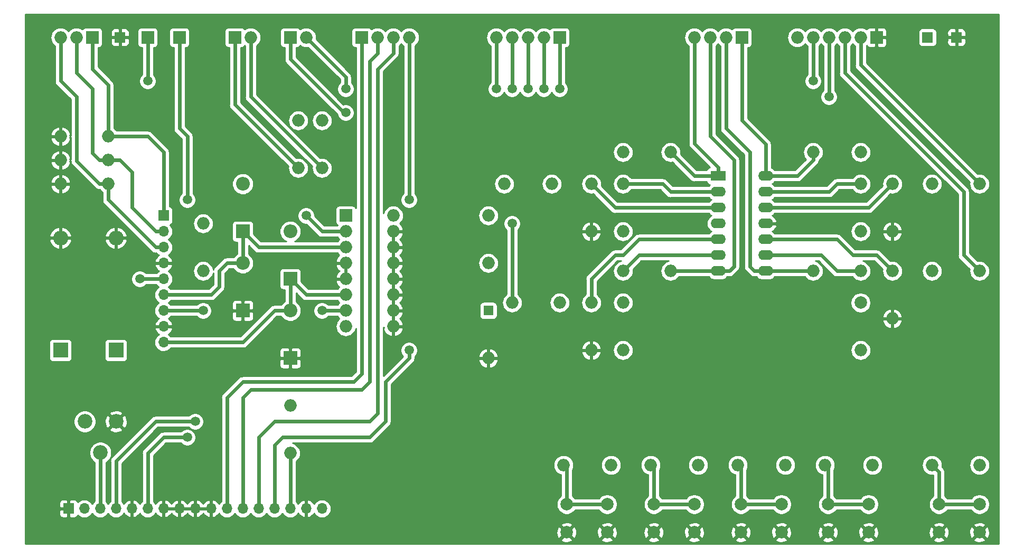
<source format=gbr>
G04 #@! TF.GenerationSoftware,KiCad,Pcbnew,5.1.2-f72e74a~84~ubuntu18.04.1*
G04 #@! TF.CreationDate,2019-07-08T11:20:07+01:00*
G04 #@! TF.ProjectId,Elevator,456c6576-6174-46f7-922e-6b696361645f,rev?*
G04 #@! TF.SameCoordinates,Original*
G04 #@! TF.FileFunction,Copper,L2,Bot*
G04 #@! TF.FilePolarity,Positive*
%FSLAX46Y46*%
G04 Gerber Fmt 4.6, Leading zero omitted, Abs format (unit mm)*
G04 Created by KiCad (PCBNEW 5.1.2-f72e74a~84~ubuntu18.04.1) date 2019-07-08 11:20:07*
%MOMM*%
%LPD*%
G04 APERTURE LIST*
%ADD10O,2.400000X2.400000*%
%ADD11R,2.400000X2.400000*%
%ADD12O,2.200000X2.200000*%
%ADD13R,2.200000X2.200000*%
%ADD14R,1.600000X1.600000*%
%ADD15O,2.000000X2.000000*%
%ADD16R,2.000000X2.000000*%
%ADD17C,2.000000*%
%ADD18C,2.340000*%
%ADD19R,2.400000X1.600000*%
%ADD20O,2.400000X1.600000*%
%ADD21R,1.700000X1.700000*%
%ADD22O,1.700000X1.700000*%
%ADD23C,1.500000*%
%ADD24C,0.600000*%
%ADD25C,1.000000*%
%ADD26C,0.254000*%
G04 APERTURE END LIST*
D10*
X31750000Y-128050000D03*
D11*
X31750000Y-146050000D03*
X22860000Y-146050000D03*
D10*
X22860000Y-128050000D03*
D12*
X52070000Y-119380000D03*
D13*
X52070000Y-127000000D03*
X52070000Y-139700000D03*
D12*
X52070000Y-132080000D03*
D13*
X59690000Y-134620000D03*
D12*
X59690000Y-127000000D03*
X59690000Y-139700000D03*
D13*
X59690000Y-147320000D03*
D14*
X91440000Y-139700000D03*
D15*
X91440000Y-147320000D03*
D16*
X50800000Y-95885000D03*
D15*
X53340000Y-95885000D03*
D16*
X153670000Y-95885000D03*
D15*
X151130000Y-95885000D03*
X148590000Y-95885000D03*
X146050000Y-95885000D03*
X143510000Y-95885000D03*
X140970000Y-95885000D03*
D16*
X36830000Y-95885000D03*
X41910000Y-95885000D03*
X132080000Y-95885000D03*
D15*
X129540000Y-95885000D03*
X127000000Y-95885000D03*
X124460000Y-95885000D03*
X103505000Y-164465000D03*
X111125000Y-164465000D03*
X125095000Y-164465000D03*
X117475000Y-164465000D03*
X131445000Y-164465000D03*
X139065000Y-164465000D03*
X153035000Y-164465000D03*
X145415000Y-164465000D03*
X60960000Y-109220000D03*
X60960000Y-116840000D03*
X64770000Y-109220000D03*
X64770000Y-116840000D03*
X45720000Y-125730000D03*
X45720000Y-133350000D03*
X91440000Y-132080000D03*
X91440000Y-124460000D03*
X22860000Y-119380000D03*
X30480000Y-119380000D03*
X30480000Y-115570000D03*
X22860000Y-115570000D03*
X93980000Y-119380000D03*
X101600000Y-119380000D03*
X102870000Y-138430000D03*
X95250000Y-138430000D03*
X170180000Y-133350000D03*
X162560000Y-133350000D03*
X162560000Y-119380000D03*
X170180000Y-119380000D03*
X22860000Y-111760000D03*
X30480000Y-111760000D03*
X156210000Y-127000000D03*
X156210000Y-119380000D03*
X156210000Y-133350000D03*
X156210000Y-140970000D03*
X107950000Y-146050000D03*
X107950000Y-138430000D03*
X107950000Y-119380000D03*
X107950000Y-127000000D03*
X113030000Y-119380000D03*
X113030000Y-127000000D03*
X113030000Y-146050000D03*
X113030000Y-138430000D03*
D17*
X151130000Y-138430000D03*
D15*
X151130000Y-146050000D03*
X151130000Y-127000000D03*
X151130000Y-119380000D03*
X113030000Y-114300000D03*
X120650000Y-114300000D03*
X120650000Y-133350000D03*
X113030000Y-133350000D03*
X143510000Y-133350000D03*
X151130000Y-133350000D03*
X151130000Y-114300000D03*
X143510000Y-114300000D03*
X59690000Y-154940000D03*
X59690000Y-162560000D03*
X162560000Y-164465000D03*
X170180000Y-164465000D03*
D18*
X26750000Y-157480000D03*
X29250000Y-162480000D03*
X31750000Y-157480000D03*
D17*
X110490000Y-170760000D03*
X110490000Y-175260000D03*
X103990000Y-170760000D03*
X103990000Y-175260000D03*
X117960000Y-175260000D03*
X117960000Y-170760000D03*
X124460000Y-175260000D03*
X124460000Y-170760000D03*
X138430000Y-170760000D03*
X138430000Y-175260000D03*
X131930000Y-170760000D03*
X131930000Y-175260000D03*
X145900000Y-175260000D03*
X145900000Y-170760000D03*
X152400000Y-175260000D03*
X152400000Y-170760000D03*
X170180000Y-170760000D03*
X170180000Y-175260000D03*
X163680000Y-170760000D03*
X163680000Y-175260000D03*
D16*
X68580000Y-124460000D03*
D15*
X76200000Y-142240000D03*
X68580000Y-127000000D03*
X76200000Y-139700000D03*
X68580000Y-129540000D03*
X76200000Y-137160000D03*
X68580000Y-132080000D03*
X76200000Y-134620000D03*
X68580000Y-134620000D03*
X76200000Y-132080000D03*
X68580000Y-137160000D03*
X76200000Y-129540000D03*
X68580000Y-139700000D03*
X76200000Y-127000000D03*
X68580000Y-142240000D03*
X76200000Y-124460000D03*
D19*
X128270000Y-118110000D03*
D20*
X135890000Y-133350000D03*
X128270000Y-120650000D03*
X135890000Y-130810000D03*
X128270000Y-123190000D03*
X135890000Y-128270000D03*
X128270000Y-125730000D03*
X135890000Y-125730000D03*
X128270000Y-128270000D03*
X135890000Y-123190000D03*
X128270000Y-130810000D03*
X135890000Y-120650000D03*
X128270000Y-133350000D03*
X135890000Y-118110000D03*
D21*
X161845001Y-95885000D03*
X166495001Y-95885000D03*
X39370000Y-124460000D03*
D22*
X39370000Y-127000000D03*
X39370000Y-129540000D03*
X39370000Y-132080000D03*
X39370000Y-134620000D03*
X39370000Y-137160000D03*
X39370000Y-139700000D03*
X39370000Y-142240000D03*
X39370000Y-144780000D03*
D21*
X24130000Y-171450000D03*
D22*
X26670000Y-171450000D03*
X29210000Y-171450000D03*
X31750000Y-171450000D03*
X34290000Y-171450000D03*
X36830000Y-171450000D03*
X39370000Y-171450000D03*
X41910000Y-171450000D03*
X44450000Y-171450000D03*
X46990000Y-171450000D03*
X49530000Y-171450000D03*
X52070000Y-171450000D03*
X54610000Y-171450000D03*
X57150000Y-171450000D03*
X59690000Y-171450000D03*
X62230000Y-171450000D03*
X64770000Y-171450000D03*
D16*
X102870000Y-95885000D03*
D15*
X100330000Y-95885000D03*
X97790000Y-95885000D03*
X95250000Y-95885000D03*
X92710000Y-95885000D03*
D16*
X27940000Y-95885000D03*
D15*
X25400000Y-95885000D03*
X22860000Y-95885000D03*
D16*
X59690000Y-95885000D03*
D15*
X62230000Y-95885000D03*
D16*
X71120000Y-95885000D03*
D15*
X73660000Y-95885000D03*
X76200000Y-95885000D03*
X78740000Y-95885000D03*
D21*
X32385000Y-95885000D03*
D23*
X62230000Y-124460000D03*
X102870000Y-104140000D03*
X68580000Y-107950000D03*
X44450000Y-157480000D03*
X45720000Y-139700000D03*
X45720000Y-139700000D03*
X43180000Y-121920000D03*
X64770000Y-139700000D03*
X143510000Y-102870000D03*
X95250000Y-125730000D03*
X146050000Y-105410000D03*
X36830000Y-102870000D03*
X35560000Y-134620000D03*
X100330000Y-104140000D03*
X97790000Y-104140000D03*
X95250000Y-104140000D03*
X92710000Y-104140000D03*
X92710000Y-104140000D03*
X68580000Y-104140000D03*
X43180000Y-160020000D03*
X78740000Y-121920000D03*
X78740000Y-146050000D03*
D24*
X54610000Y-129540000D02*
X52070000Y-127000000D01*
X68580000Y-129540000D02*
X54610000Y-129540000D01*
X52070000Y-127000000D02*
X52070000Y-132080000D01*
X48260000Y-135890000D02*
X46990000Y-137160000D01*
X48260000Y-133350000D02*
X48260000Y-135890000D01*
X46990000Y-137160000D02*
X39370000Y-137160000D01*
X52070000Y-132080000D02*
X49530000Y-132080000D01*
X49530000Y-132080000D02*
X48260000Y-133350000D01*
X59690000Y-139700000D02*
X59690000Y-134620000D01*
X68580000Y-137160000D02*
X62230000Y-137160000D01*
X62230000Y-137160000D02*
X59690000Y-134620000D01*
X59690000Y-139700000D02*
X57150000Y-139700000D01*
X52070000Y-144780000D02*
X39370000Y-144780000D01*
X57150000Y-139700000D02*
X52070000Y-144780000D01*
X64770000Y-127000000D02*
X68580000Y-127000000D01*
X62230000Y-124460000D02*
X64770000Y-127000000D01*
X50800000Y-97790000D02*
X50800000Y-106680000D01*
X50800000Y-106680000D02*
X60960000Y-116840000D01*
X50800000Y-97790000D02*
X50800000Y-95885000D01*
X165094213Y-170760000D02*
X170180000Y-170760000D01*
X163680000Y-170760000D02*
X165094213Y-170760000D01*
X102870000Y-104140000D02*
X102870000Y-95885000D01*
X163680000Y-165585000D02*
X162560000Y-164465000D01*
X163680000Y-170760000D02*
X163680000Y-165585000D01*
X59690000Y-99390000D02*
X68250000Y-107950000D01*
X68250000Y-107950000D02*
X68580000Y-107950000D01*
X44450000Y-157480000D02*
X38100000Y-157480000D01*
X38100000Y-157480000D02*
X31750000Y-163830000D01*
X31750000Y-163830000D02*
X31750000Y-171450000D01*
X59690000Y-99390000D02*
X59690000Y-95885000D01*
X49530000Y-153670000D02*
X49530000Y-171450000D01*
X69850000Y-151130000D02*
X52070000Y-151130000D01*
X71120000Y-95885000D02*
X71120000Y-149860000D01*
X52070000Y-151130000D02*
X49530000Y-153670000D01*
X71120000Y-149860000D02*
X69850000Y-151130000D01*
X22860000Y-102870000D02*
X22860000Y-97790000D01*
X30480000Y-121285000D02*
X30480000Y-119380000D01*
X30480000Y-121920000D02*
X30480000Y-121285000D01*
X39370000Y-129540000D02*
X38100000Y-129540000D01*
X38100000Y-129540000D02*
X30480000Y-121920000D01*
X29065787Y-119380000D02*
X25400000Y-115714213D01*
X30480000Y-119380000D02*
X29065787Y-119380000D01*
X25400000Y-105410000D02*
X22860000Y-102870000D01*
X25400000Y-115714213D02*
X25400000Y-105410000D01*
X22860000Y-97790000D02*
X22860000Y-95885000D01*
X32385000Y-115570000D02*
X30480000Y-115570000D01*
X34290000Y-117475000D02*
X32385000Y-115570000D01*
X39370000Y-127000000D02*
X38100000Y-127000000D01*
X34290000Y-123190000D02*
X34290000Y-117475000D01*
X38100000Y-127000000D02*
X34290000Y-123190000D01*
X25400000Y-101600000D02*
X25400000Y-95885000D01*
X27940000Y-104140000D02*
X25400000Y-101600000D01*
X27940000Y-114444213D02*
X27940000Y-104140000D01*
X30480000Y-115570000D02*
X29065787Y-115570000D01*
X29065787Y-115570000D02*
X27940000Y-114444213D01*
X45720000Y-139700000D02*
X39370000Y-139700000D01*
X43180000Y-121920000D02*
X43180000Y-111760000D01*
X41910000Y-110490000D02*
X41910000Y-97790000D01*
X43180000Y-111760000D02*
X41910000Y-110490000D01*
X41910000Y-97790000D02*
X41910000Y-95885000D01*
X143510000Y-115570000D02*
X143510000Y-114300000D01*
X135890000Y-118110000D02*
X140970000Y-118110000D01*
X140970000Y-118110000D02*
X143510000Y-115570000D01*
X135890000Y-118110000D02*
X135890000Y-113030000D01*
X135890000Y-113030000D02*
X132080000Y-109220000D01*
X132080000Y-109220000D02*
X132080000Y-97790000D01*
X132080000Y-97790000D02*
X132080000Y-95885000D01*
D25*
X26750000Y-171370000D02*
X26670000Y-171450000D01*
D24*
X64770000Y-139700000D02*
X68580000Y-139700000D01*
X53340000Y-97790000D02*
X53340000Y-105410000D01*
X53340000Y-105410000D02*
X64770000Y-116840000D01*
X53340000Y-97790000D02*
X53340000Y-95885000D01*
X143510000Y-97790000D02*
X143510000Y-95885000D01*
X143510000Y-102870000D02*
X143510000Y-97790000D01*
X107950000Y-119380000D02*
X111760000Y-123190000D01*
X111760000Y-123190000D02*
X128270000Y-123190000D01*
X128270000Y-128270000D02*
X115570000Y-128270000D01*
X115570000Y-128270000D02*
X113030000Y-130810000D01*
X113030000Y-130810000D02*
X111760000Y-130810000D01*
X107950000Y-134620000D02*
X107950000Y-138430000D01*
X111760000Y-130810000D02*
X107950000Y-134620000D01*
X95250000Y-138430000D02*
X95250000Y-125730000D01*
X146050000Y-105410000D02*
X146050000Y-97790000D01*
X146050000Y-97790000D02*
X146050000Y-95885000D01*
X148590000Y-97790000D02*
X148590000Y-101600000D01*
X148590000Y-101600000D02*
X167640000Y-120650000D01*
X167640000Y-130810000D02*
X170180000Y-133350000D01*
X167640000Y-120650000D02*
X167640000Y-130810000D01*
X148590000Y-97790000D02*
X148590000Y-95885000D01*
X149860000Y-130810000D02*
X153670000Y-130810000D01*
X153670000Y-130810000D02*
X156210000Y-133350000D01*
X135890000Y-128270000D02*
X147320000Y-128270000D01*
X147320000Y-128270000D02*
X149860000Y-130810000D01*
X156210000Y-119380000D02*
X152400000Y-123190000D01*
X152400000Y-123190000D02*
X135890000Y-123190000D01*
X151130000Y-100330000D02*
X170180000Y-119380000D01*
X151130000Y-97790000D02*
X151130000Y-100330000D01*
X151130000Y-97790000D02*
X151130000Y-95885000D01*
X120650000Y-120650000D02*
X128270000Y-120650000D01*
X113030000Y-119380000D02*
X119380000Y-119380000D01*
X119380000Y-119380000D02*
X120650000Y-120650000D01*
X113030000Y-133350000D02*
X115570000Y-130810000D01*
X115570000Y-130810000D02*
X128270000Y-130810000D01*
X144780000Y-130810000D02*
X135890000Y-130810000D01*
X151130000Y-133350000D02*
X147320000Y-133350000D01*
X147320000Y-133350000D02*
X144780000Y-130810000D01*
X151130000Y-119380000D02*
X147320000Y-119380000D01*
X147320000Y-119380000D02*
X146050000Y-120650000D01*
X146050000Y-120650000D02*
X135890000Y-120650000D01*
X128270000Y-118110000D02*
X124460000Y-118110000D01*
X124460000Y-118110000D02*
X120650000Y-114300000D01*
X128270000Y-116710000D02*
X124460000Y-112900000D01*
X128270000Y-118110000D02*
X128270000Y-116710000D01*
X124460000Y-112900000D02*
X124460000Y-97790000D01*
X124460000Y-97790000D02*
X124460000Y-95885000D01*
X120650000Y-133350000D02*
X128270000Y-133350000D01*
X130070000Y-133350000D02*
X130810000Y-132610000D01*
X128270000Y-133350000D02*
X130070000Y-133350000D01*
X130810000Y-132610000D02*
X130810000Y-115570000D01*
X130810000Y-115570000D02*
X127000000Y-111760000D01*
X127000000Y-111760000D02*
X127000000Y-97790000D01*
X127000000Y-97790000D02*
X127000000Y-95885000D01*
X143510000Y-133350000D02*
X135890000Y-133350000D01*
X129540000Y-110490000D02*
X129540000Y-97790000D01*
X133350000Y-114300000D02*
X129540000Y-110490000D01*
X135890000Y-133350000D02*
X134090000Y-133350000D01*
X133350000Y-132610000D02*
X133350000Y-114300000D01*
X134090000Y-133350000D02*
X133350000Y-132610000D01*
X129540000Y-97790000D02*
X129540000Y-95885000D01*
X59690000Y-162560000D02*
X59690000Y-171450000D01*
X29250000Y-171410000D02*
X29210000Y-171450000D01*
X29250000Y-162480000D02*
X29250000Y-171410000D01*
X36830000Y-97790000D02*
X36830000Y-102870000D01*
X35560000Y-134620000D02*
X39370000Y-134620000D01*
X36830000Y-97790000D02*
X36830000Y-95885000D01*
X147314213Y-170760000D02*
X152400000Y-170760000D01*
X145900000Y-170760000D02*
X147314213Y-170760000D01*
X100330000Y-104140000D02*
X100330000Y-95885000D01*
X145900000Y-164950000D02*
X145415000Y-164465000D01*
X145900000Y-170760000D02*
X145900000Y-164950000D01*
X133344213Y-170760000D02*
X138430000Y-170760000D01*
X131930000Y-170760000D02*
X133344213Y-170760000D01*
X97790000Y-104140000D02*
X97790000Y-95885000D01*
X131930000Y-164950000D02*
X131445000Y-164465000D01*
X131930000Y-170760000D02*
X131930000Y-164950000D01*
X119374213Y-170760000D02*
X124460000Y-170760000D01*
X117960000Y-170760000D02*
X119374213Y-170760000D01*
X95250000Y-104140000D02*
X95250000Y-95885000D01*
X117960000Y-164950000D02*
X117475000Y-164465000D01*
X117960000Y-170760000D02*
X117960000Y-164950000D01*
X105404213Y-170760000D02*
X110490000Y-170760000D01*
X103990000Y-170760000D02*
X105404213Y-170760000D01*
X92710000Y-98425000D02*
X92710000Y-95885000D01*
X92710000Y-98425000D02*
X92710000Y-97790000D01*
X92710000Y-104140000D02*
X92710000Y-98425000D01*
X103990000Y-164950000D02*
X103505000Y-164465000D01*
X103990000Y-170760000D02*
X103990000Y-164950000D01*
X30480000Y-111760000D02*
X36830000Y-111760000D01*
X39370000Y-114300000D02*
X39370000Y-124460000D01*
X36830000Y-111760000D02*
X39370000Y-114300000D01*
X27940000Y-95885000D02*
X27940000Y-100965000D01*
X30480000Y-103505000D02*
X30480000Y-111760000D01*
X27940000Y-100965000D02*
X30480000Y-103505000D01*
X68250000Y-104140000D02*
X68580000Y-104140000D01*
X43180000Y-160020000D02*
X39370000Y-160020000D01*
X36830000Y-162560000D02*
X36830000Y-171450000D01*
X39370000Y-160020000D02*
X36830000Y-162560000D01*
X68580000Y-102235000D02*
X62230000Y-95885000D01*
X68580000Y-104140000D02*
X68580000Y-102235000D01*
X72390000Y-149721384D02*
X72390000Y-149860000D01*
X72390000Y-149721384D02*
X72390000Y-151130000D01*
X72390000Y-151130000D02*
X71120000Y-152400000D01*
X71120000Y-152400000D02*
X53340000Y-152400000D01*
X53340000Y-152400000D02*
X52070000Y-153670000D01*
X52070000Y-153670000D02*
X52070000Y-165100000D01*
X52070000Y-165100000D02*
X52070000Y-171450000D01*
X73660000Y-98425000D02*
X73660000Y-95885000D01*
X72390000Y-149721384D02*
X72390000Y-99695000D01*
X72390000Y-99695000D02*
X73660000Y-98425000D01*
X76200000Y-98425000D02*
X76200000Y-95885000D01*
X54610000Y-160020000D02*
X57150000Y-157480000D01*
X54610000Y-171450000D02*
X54610000Y-160020000D01*
X57150000Y-157480000D02*
X72390000Y-157480000D01*
X73660000Y-156210000D02*
X73660000Y-100965000D01*
X72390000Y-157480000D02*
X73660000Y-156210000D01*
X73660000Y-100965000D02*
X76200000Y-98425000D01*
X78740000Y-104140000D02*
X78740000Y-121920000D01*
X78740000Y-146050000D02*
X78740000Y-147320000D01*
X78740000Y-147320000D02*
X74930000Y-151130000D01*
X74930000Y-151130000D02*
X74930000Y-157480000D01*
X72390000Y-160020000D02*
X58420000Y-160020000D01*
X74930000Y-157480000D02*
X72390000Y-160020000D01*
X57150000Y-161290000D02*
X57150000Y-171450000D01*
X58420000Y-160020000D02*
X57150000Y-161290000D01*
X78740000Y-104140000D02*
X78740000Y-95885000D01*
D26*
G36*
X173305000Y-177115000D02*
G01*
X17195000Y-177115000D01*
X17195000Y-176395413D01*
X103034192Y-176395413D01*
X103129956Y-176659814D01*
X103419571Y-176800704D01*
X103731108Y-176882384D01*
X104052595Y-176901718D01*
X104371675Y-176857961D01*
X104676088Y-176752795D01*
X104850044Y-176659814D01*
X104945808Y-176395413D01*
X109534192Y-176395413D01*
X109629956Y-176659814D01*
X109919571Y-176800704D01*
X110231108Y-176882384D01*
X110552595Y-176901718D01*
X110871675Y-176857961D01*
X111176088Y-176752795D01*
X111350044Y-176659814D01*
X111445808Y-176395413D01*
X117004192Y-176395413D01*
X117099956Y-176659814D01*
X117389571Y-176800704D01*
X117701108Y-176882384D01*
X118022595Y-176901718D01*
X118341675Y-176857961D01*
X118646088Y-176752795D01*
X118820044Y-176659814D01*
X118915808Y-176395413D01*
X123504192Y-176395413D01*
X123599956Y-176659814D01*
X123889571Y-176800704D01*
X124201108Y-176882384D01*
X124522595Y-176901718D01*
X124841675Y-176857961D01*
X125146088Y-176752795D01*
X125320044Y-176659814D01*
X125415808Y-176395413D01*
X130974192Y-176395413D01*
X131069956Y-176659814D01*
X131359571Y-176800704D01*
X131671108Y-176882384D01*
X131992595Y-176901718D01*
X132311675Y-176857961D01*
X132616088Y-176752795D01*
X132790044Y-176659814D01*
X132885808Y-176395413D01*
X137474192Y-176395413D01*
X137569956Y-176659814D01*
X137859571Y-176800704D01*
X138171108Y-176882384D01*
X138492595Y-176901718D01*
X138811675Y-176857961D01*
X139116088Y-176752795D01*
X139290044Y-176659814D01*
X139385808Y-176395413D01*
X144944192Y-176395413D01*
X145039956Y-176659814D01*
X145329571Y-176800704D01*
X145641108Y-176882384D01*
X145962595Y-176901718D01*
X146281675Y-176857961D01*
X146586088Y-176752795D01*
X146760044Y-176659814D01*
X146855808Y-176395413D01*
X151444192Y-176395413D01*
X151539956Y-176659814D01*
X151829571Y-176800704D01*
X152141108Y-176882384D01*
X152462595Y-176901718D01*
X152781675Y-176857961D01*
X153086088Y-176752795D01*
X153260044Y-176659814D01*
X153355808Y-176395413D01*
X162724192Y-176395413D01*
X162819956Y-176659814D01*
X163109571Y-176800704D01*
X163421108Y-176882384D01*
X163742595Y-176901718D01*
X164061675Y-176857961D01*
X164366088Y-176752795D01*
X164540044Y-176659814D01*
X164635808Y-176395413D01*
X169224192Y-176395413D01*
X169319956Y-176659814D01*
X169609571Y-176800704D01*
X169921108Y-176882384D01*
X170242595Y-176901718D01*
X170561675Y-176857961D01*
X170866088Y-176752795D01*
X171040044Y-176659814D01*
X171135808Y-176395413D01*
X170180000Y-175439605D01*
X169224192Y-176395413D01*
X164635808Y-176395413D01*
X163680000Y-175439605D01*
X162724192Y-176395413D01*
X153355808Y-176395413D01*
X152400000Y-175439605D01*
X151444192Y-176395413D01*
X146855808Y-176395413D01*
X145900000Y-175439605D01*
X144944192Y-176395413D01*
X139385808Y-176395413D01*
X138430000Y-175439605D01*
X137474192Y-176395413D01*
X132885808Y-176395413D01*
X131930000Y-175439605D01*
X130974192Y-176395413D01*
X125415808Y-176395413D01*
X124460000Y-175439605D01*
X123504192Y-176395413D01*
X118915808Y-176395413D01*
X117960000Y-175439605D01*
X117004192Y-176395413D01*
X111445808Y-176395413D01*
X110490000Y-175439605D01*
X109534192Y-176395413D01*
X104945808Y-176395413D01*
X103990000Y-175439605D01*
X103034192Y-176395413D01*
X17195000Y-176395413D01*
X17195000Y-175322595D01*
X102348282Y-175322595D01*
X102392039Y-175641675D01*
X102497205Y-175946088D01*
X102590186Y-176120044D01*
X102854587Y-176215808D01*
X103810395Y-175260000D01*
X104169605Y-175260000D01*
X105125413Y-176215808D01*
X105389814Y-176120044D01*
X105530704Y-175830429D01*
X105612384Y-175518892D01*
X105624189Y-175322595D01*
X108848282Y-175322595D01*
X108892039Y-175641675D01*
X108997205Y-175946088D01*
X109090186Y-176120044D01*
X109354587Y-176215808D01*
X110310395Y-175260000D01*
X110669605Y-175260000D01*
X111625413Y-176215808D01*
X111889814Y-176120044D01*
X112030704Y-175830429D01*
X112112384Y-175518892D01*
X112124189Y-175322595D01*
X116318282Y-175322595D01*
X116362039Y-175641675D01*
X116467205Y-175946088D01*
X116560186Y-176120044D01*
X116824587Y-176215808D01*
X117780395Y-175260000D01*
X118139605Y-175260000D01*
X119095413Y-176215808D01*
X119359814Y-176120044D01*
X119500704Y-175830429D01*
X119582384Y-175518892D01*
X119594189Y-175322595D01*
X122818282Y-175322595D01*
X122862039Y-175641675D01*
X122967205Y-175946088D01*
X123060186Y-176120044D01*
X123324587Y-176215808D01*
X124280395Y-175260000D01*
X124639605Y-175260000D01*
X125595413Y-176215808D01*
X125859814Y-176120044D01*
X126000704Y-175830429D01*
X126082384Y-175518892D01*
X126094189Y-175322595D01*
X130288282Y-175322595D01*
X130332039Y-175641675D01*
X130437205Y-175946088D01*
X130530186Y-176120044D01*
X130794587Y-176215808D01*
X131750395Y-175260000D01*
X132109605Y-175260000D01*
X133065413Y-176215808D01*
X133329814Y-176120044D01*
X133470704Y-175830429D01*
X133552384Y-175518892D01*
X133564189Y-175322595D01*
X136788282Y-175322595D01*
X136832039Y-175641675D01*
X136937205Y-175946088D01*
X137030186Y-176120044D01*
X137294587Y-176215808D01*
X138250395Y-175260000D01*
X138609605Y-175260000D01*
X139565413Y-176215808D01*
X139829814Y-176120044D01*
X139970704Y-175830429D01*
X140052384Y-175518892D01*
X140064189Y-175322595D01*
X144258282Y-175322595D01*
X144302039Y-175641675D01*
X144407205Y-175946088D01*
X144500186Y-176120044D01*
X144764587Y-176215808D01*
X145720395Y-175260000D01*
X146079605Y-175260000D01*
X147035413Y-176215808D01*
X147299814Y-176120044D01*
X147440704Y-175830429D01*
X147522384Y-175518892D01*
X147534189Y-175322595D01*
X150758282Y-175322595D01*
X150802039Y-175641675D01*
X150907205Y-175946088D01*
X151000186Y-176120044D01*
X151264587Y-176215808D01*
X152220395Y-175260000D01*
X152579605Y-175260000D01*
X153535413Y-176215808D01*
X153799814Y-176120044D01*
X153940704Y-175830429D01*
X154022384Y-175518892D01*
X154034189Y-175322595D01*
X162038282Y-175322595D01*
X162082039Y-175641675D01*
X162187205Y-175946088D01*
X162280186Y-176120044D01*
X162544587Y-176215808D01*
X163500395Y-175260000D01*
X163859605Y-175260000D01*
X164815413Y-176215808D01*
X165079814Y-176120044D01*
X165220704Y-175830429D01*
X165302384Y-175518892D01*
X165314189Y-175322595D01*
X168538282Y-175322595D01*
X168582039Y-175641675D01*
X168687205Y-175946088D01*
X168780186Y-176120044D01*
X169044587Y-176215808D01*
X170000395Y-175260000D01*
X170359605Y-175260000D01*
X171315413Y-176215808D01*
X171579814Y-176120044D01*
X171720704Y-175830429D01*
X171802384Y-175518892D01*
X171821718Y-175197405D01*
X171777961Y-174878325D01*
X171672795Y-174573912D01*
X171579814Y-174399956D01*
X171315413Y-174304192D01*
X170359605Y-175260000D01*
X170000395Y-175260000D01*
X169044587Y-174304192D01*
X168780186Y-174399956D01*
X168639296Y-174689571D01*
X168557616Y-175001108D01*
X168538282Y-175322595D01*
X165314189Y-175322595D01*
X165321718Y-175197405D01*
X165277961Y-174878325D01*
X165172795Y-174573912D01*
X165079814Y-174399956D01*
X164815413Y-174304192D01*
X163859605Y-175260000D01*
X163500395Y-175260000D01*
X162544587Y-174304192D01*
X162280186Y-174399956D01*
X162139296Y-174689571D01*
X162057616Y-175001108D01*
X162038282Y-175322595D01*
X154034189Y-175322595D01*
X154041718Y-175197405D01*
X153997961Y-174878325D01*
X153892795Y-174573912D01*
X153799814Y-174399956D01*
X153535413Y-174304192D01*
X152579605Y-175260000D01*
X152220395Y-175260000D01*
X151264587Y-174304192D01*
X151000186Y-174399956D01*
X150859296Y-174689571D01*
X150777616Y-175001108D01*
X150758282Y-175322595D01*
X147534189Y-175322595D01*
X147541718Y-175197405D01*
X147497961Y-174878325D01*
X147392795Y-174573912D01*
X147299814Y-174399956D01*
X147035413Y-174304192D01*
X146079605Y-175260000D01*
X145720395Y-175260000D01*
X144764587Y-174304192D01*
X144500186Y-174399956D01*
X144359296Y-174689571D01*
X144277616Y-175001108D01*
X144258282Y-175322595D01*
X140064189Y-175322595D01*
X140071718Y-175197405D01*
X140027961Y-174878325D01*
X139922795Y-174573912D01*
X139829814Y-174399956D01*
X139565413Y-174304192D01*
X138609605Y-175260000D01*
X138250395Y-175260000D01*
X137294587Y-174304192D01*
X137030186Y-174399956D01*
X136889296Y-174689571D01*
X136807616Y-175001108D01*
X136788282Y-175322595D01*
X133564189Y-175322595D01*
X133571718Y-175197405D01*
X133527961Y-174878325D01*
X133422795Y-174573912D01*
X133329814Y-174399956D01*
X133065413Y-174304192D01*
X132109605Y-175260000D01*
X131750395Y-175260000D01*
X130794587Y-174304192D01*
X130530186Y-174399956D01*
X130389296Y-174689571D01*
X130307616Y-175001108D01*
X130288282Y-175322595D01*
X126094189Y-175322595D01*
X126101718Y-175197405D01*
X126057961Y-174878325D01*
X125952795Y-174573912D01*
X125859814Y-174399956D01*
X125595413Y-174304192D01*
X124639605Y-175260000D01*
X124280395Y-175260000D01*
X123324587Y-174304192D01*
X123060186Y-174399956D01*
X122919296Y-174689571D01*
X122837616Y-175001108D01*
X122818282Y-175322595D01*
X119594189Y-175322595D01*
X119601718Y-175197405D01*
X119557961Y-174878325D01*
X119452795Y-174573912D01*
X119359814Y-174399956D01*
X119095413Y-174304192D01*
X118139605Y-175260000D01*
X117780395Y-175260000D01*
X116824587Y-174304192D01*
X116560186Y-174399956D01*
X116419296Y-174689571D01*
X116337616Y-175001108D01*
X116318282Y-175322595D01*
X112124189Y-175322595D01*
X112131718Y-175197405D01*
X112087961Y-174878325D01*
X111982795Y-174573912D01*
X111889814Y-174399956D01*
X111625413Y-174304192D01*
X110669605Y-175260000D01*
X110310395Y-175260000D01*
X109354587Y-174304192D01*
X109090186Y-174399956D01*
X108949296Y-174689571D01*
X108867616Y-175001108D01*
X108848282Y-175322595D01*
X105624189Y-175322595D01*
X105631718Y-175197405D01*
X105587961Y-174878325D01*
X105482795Y-174573912D01*
X105389814Y-174399956D01*
X105125413Y-174304192D01*
X104169605Y-175260000D01*
X103810395Y-175260000D01*
X102854587Y-174304192D01*
X102590186Y-174399956D01*
X102449296Y-174689571D01*
X102367616Y-175001108D01*
X102348282Y-175322595D01*
X17195000Y-175322595D01*
X17195000Y-174124587D01*
X103034192Y-174124587D01*
X103990000Y-175080395D01*
X104945808Y-174124587D01*
X109534192Y-174124587D01*
X110490000Y-175080395D01*
X111445808Y-174124587D01*
X117004192Y-174124587D01*
X117960000Y-175080395D01*
X118915808Y-174124587D01*
X123504192Y-174124587D01*
X124460000Y-175080395D01*
X125415808Y-174124587D01*
X130974192Y-174124587D01*
X131930000Y-175080395D01*
X132885808Y-174124587D01*
X137474192Y-174124587D01*
X138430000Y-175080395D01*
X139385808Y-174124587D01*
X144944192Y-174124587D01*
X145900000Y-175080395D01*
X146855808Y-174124587D01*
X151444192Y-174124587D01*
X152400000Y-175080395D01*
X153355808Y-174124587D01*
X162724192Y-174124587D01*
X163680000Y-175080395D01*
X164635808Y-174124587D01*
X169224192Y-174124587D01*
X170180000Y-175080395D01*
X171135808Y-174124587D01*
X171040044Y-173860186D01*
X170750429Y-173719296D01*
X170438892Y-173637616D01*
X170117405Y-173618282D01*
X169798325Y-173662039D01*
X169493912Y-173767205D01*
X169319956Y-173860186D01*
X169224192Y-174124587D01*
X164635808Y-174124587D01*
X164540044Y-173860186D01*
X164250429Y-173719296D01*
X163938892Y-173637616D01*
X163617405Y-173618282D01*
X163298325Y-173662039D01*
X162993912Y-173767205D01*
X162819956Y-173860186D01*
X162724192Y-174124587D01*
X153355808Y-174124587D01*
X153260044Y-173860186D01*
X152970429Y-173719296D01*
X152658892Y-173637616D01*
X152337405Y-173618282D01*
X152018325Y-173662039D01*
X151713912Y-173767205D01*
X151539956Y-173860186D01*
X151444192Y-174124587D01*
X146855808Y-174124587D01*
X146760044Y-173860186D01*
X146470429Y-173719296D01*
X146158892Y-173637616D01*
X145837405Y-173618282D01*
X145518325Y-173662039D01*
X145213912Y-173767205D01*
X145039956Y-173860186D01*
X144944192Y-174124587D01*
X139385808Y-174124587D01*
X139290044Y-173860186D01*
X139000429Y-173719296D01*
X138688892Y-173637616D01*
X138367405Y-173618282D01*
X138048325Y-173662039D01*
X137743912Y-173767205D01*
X137569956Y-173860186D01*
X137474192Y-174124587D01*
X132885808Y-174124587D01*
X132790044Y-173860186D01*
X132500429Y-173719296D01*
X132188892Y-173637616D01*
X131867405Y-173618282D01*
X131548325Y-173662039D01*
X131243912Y-173767205D01*
X131069956Y-173860186D01*
X130974192Y-174124587D01*
X125415808Y-174124587D01*
X125320044Y-173860186D01*
X125030429Y-173719296D01*
X124718892Y-173637616D01*
X124397405Y-173618282D01*
X124078325Y-173662039D01*
X123773912Y-173767205D01*
X123599956Y-173860186D01*
X123504192Y-174124587D01*
X118915808Y-174124587D01*
X118820044Y-173860186D01*
X118530429Y-173719296D01*
X118218892Y-173637616D01*
X117897405Y-173618282D01*
X117578325Y-173662039D01*
X117273912Y-173767205D01*
X117099956Y-173860186D01*
X117004192Y-174124587D01*
X111445808Y-174124587D01*
X111350044Y-173860186D01*
X111060429Y-173719296D01*
X110748892Y-173637616D01*
X110427405Y-173618282D01*
X110108325Y-173662039D01*
X109803912Y-173767205D01*
X109629956Y-173860186D01*
X109534192Y-174124587D01*
X104945808Y-174124587D01*
X104850044Y-173860186D01*
X104560429Y-173719296D01*
X104248892Y-173637616D01*
X103927405Y-173618282D01*
X103608325Y-173662039D01*
X103303912Y-173767205D01*
X103129956Y-173860186D01*
X103034192Y-174124587D01*
X17195000Y-174124587D01*
X17195000Y-172300000D01*
X22641928Y-172300000D01*
X22654188Y-172424482D01*
X22690498Y-172544180D01*
X22749463Y-172654494D01*
X22828815Y-172751185D01*
X22925506Y-172830537D01*
X23035820Y-172889502D01*
X23155518Y-172925812D01*
X23280000Y-172938072D01*
X23844250Y-172935000D01*
X24003000Y-172776250D01*
X24003000Y-171577000D01*
X22803750Y-171577000D01*
X22645000Y-171735750D01*
X22641928Y-172300000D01*
X17195000Y-172300000D01*
X17195000Y-170600000D01*
X22641928Y-170600000D01*
X22645000Y-171164250D01*
X22803750Y-171323000D01*
X24003000Y-171323000D01*
X24003000Y-170123750D01*
X24257000Y-170123750D01*
X24257000Y-171323000D01*
X24277000Y-171323000D01*
X24277000Y-171577000D01*
X24257000Y-171577000D01*
X24257000Y-172776250D01*
X24415750Y-172935000D01*
X24980000Y-172938072D01*
X25104482Y-172925812D01*
X25224180Y-172889502D01*
X25334494Y-172830537D01*
X25431185Y-172751185D01*
X25510537Y-172654494D01*
X25569502Y-172544180D01*
X25590393Y-172475313D01*
X25614866Y-172505134D01*
X25840986Y-172690706D01*
X26098966Y-172828599D01*
X26378889Y-172913513D01*
X26597050Y-172935000D01*
X26742950Y-172935000D01*
X26961111Y-172913513D01*
X27241034Y-172828599D01*
X27499014Y-172690706D01*
X27725134Y-172505134D01*
X27910706Y-172279014D01*
X27940000Y-172224209D01*
X27969294Y-172279014D01*
X28154866Y-172505134D01*
X28380986Y-172690706D01*
X28638966Y-172828599D01*
X28918889Y-172913513D01*
X29137050Y-172935000D01*
X29282950Y-172935000D01*
X29501111Y-172913513D01*
X29781034Y-172828599D01*
X30039014Y-172690706D01*
X30265134Y-172505134D01*
X30450706Y-172279014D01*
X30480000Y-172224209D01*
X30509294Y-172279014D01*
X30694866Y-172505134D01*
X30920986Y-172690706D01*
X31178966Y-172828599D01*
X31458889Y-172913513D01*
X31677050Y-172935000D01*
X31822950Y-172935000D01*
X32041111Y-172913513D01*
X32321034Y-172828599D01*
X32579014Y-172690706D01*
X32805134Y-172505134D01*
X32990706Y-172279014D01*
X33025201Y-172214477D01*
X33094822Y-172331355D01*
X33289731Y-172547588D01*
X33523080Y-172721641D01*
X33785901Y-172846825D01*
X33933110Y-172891476D01*
X34163000Y-172770155D01*
X34163000Y-171577000D01*
X34143000Y-171577000D01*
X34143000Y-171323000D01*
X34163000Y-171323000D01*
X34163000Y-170129845D01*
X34417000Y-170129845D01*
X34417000Y-171323000D01*
X34437000Y-171323000D01*
X34437000Y-171577000D01*
X34417000Y-171577000D01*
X34417000Y-172770155D01*
X34646890Y-172891476D01*
X34794099Y-172846825D01*
X35056920Y-172721641D01*
X35290269Y-172547588D01*
X35485178Y-172331355D01*
X35554799Y-172214477D01*
X35589294Y-172279014D01*
X35774866Y-172505134D01*
X36000986Y-172690706D01*
X36258966Y-172828599D01*
X36538889Y-172913513D01*
X36757050Y-172935000D01*
X36902950Y-172935000D01*
X37121111Y-172913513D01*
X37401034Y-172828599D01*
X37659014Y-172690706D01*
X37885134Y-172505134D01*
X38070706Y-172279014D01*
X38105201Y-172214477D01*
X38174822Y-172331355D01*
X38369731Y-172547588D01*
X38603080Y-172721641D01*
X38865901Y-172846825D01*
X39013110Y-172891476D01*
X39243000Y-172770155D01*
X39243000Y-171577000D01*
X39497000Y-171577000D01*
X39497000Y-172770155D01*
X39726890Y-172891476D01*
X39874099Y-172846825D01*
X40136920Y-172721641D01*
X40370269Y-172547588D01*
X40565178Y-172331355D01*
X40640000Y-172205745D01*
X40714822Y-172331355D01*
X40909731Y-172547588D01*
X41143080Y-172721641D01*
X41405901Y-172846825D01*
X41553110Y-172891476D01*
X41783000Y-172770155D01*
X41783000Y-171577000D01*
X42037000Y-171577000D01*
X42037000Y-172770155D01*
X42266890Y-172891476D01*
X42414099Y-172846825D01*
X42676920Y-172721641D01*
X42910269Y-172547588D01*
X43105178Y-172331355D01*
X43180000Y-172205745D01*
X43254822Y-172331355D01*
X43449731Y-172547588D01*
X43683080Y-172721641D01*
X43945901Y-172846825D01*
X44093110Y-172891476D01*
X44323000Y-172770155D01*
X44323000Y-171577000D01*
X44577000Y-171577000D01*
X44577000Y-172770155D01*
X44806890Y-172891476D01*
X44954099Y-172846825D01*
X45216920Y-172721641D01*
X45450269Y-172547588D01*
X45645178Y-172331355D01*
X45720000Y-172205745D01*
X45794822Y-172331355D01*
X45989731Y-172547588D01*
X46223080Y-172721641D01*
X46485901Y-172846825D01*
X46633110Y-172891476D01*
X46863000Y-172770155D01*
X46863000Y-171577000D01*
X44577000Y-171577000D01*
X44323000Y-171577000D01*
X42037000Y-171577000D01*
X41783000Y-171577000D01*
X39497000Y-171577000D01*
X39243000Y-171577000D01*
X39223000Y-171577000D01*
X39223000Y-171323000D01*
X39243000Y-171323000D01*
X39243000Y-170129845D01*
X39497000Y-170129845D01*
X39497000Y-171323000D01*
X41783000Y-171323000D01*
X41783000Y-170129845D01*
X42037000Y-170129845D01*
X42037000Y-171323000D01*
X44323000Y-171323000D01*
X44323000Y-170129845D01*
X44577000Y-170129845D01*
X44577000Y-171323000D01*
X46863000Y-171323000D01*
X46863000Y-170129845D01*
X46633110Y-170008524D01*
X46485901Y-170053175D01*
X46223080Y-170178359D01*
X45989731Y-170352412D01*
X45794822Y-170568645D01*
X45720000Y-170694255D01*
X45645178Y-170568645D01*
X45450269Y-170352412D01*
X45216920Y-170178359D01*
X44954099Y-170053175D01*
X44806890Y-170008524D01*
X44577000Y-170129845D01*
X44323000Y-170129845D01*
X44093110Y-170008524D01*
X43945901Y-170053175D01*
X43683080Y-170178359D01*
X43449731Y-170352412D01*
X43254822Y-170568645D01*
X43180000Y-170694255D01*
X43105178Y-170568645D01*
X42910269Y-170352412D01*
X42676920Y-170178359D01*
X42414099Y-170053175D01*
X42266890Y-170008524D01*
X42037000Y-170129845D01*
X41783000Y-170129845D01*
X41553110Y-170008524D01*
X41405901Y-170053175D01*
X41143080Y-170178359D01*
X40909731Y-170352412D01*
X40714822Y-170568645D01*
X40640000Y-170694255D01*
X40565178Y-170568645D01*
X40370269Y-170352412D01*
X40136920Y-170178359D01*
X39874099Y-170053175D01*
X39726890Y-170008524D01*
X39497000Y-170129845D01*
X39243000Y-170129845D01*
X39013110Y-170008524D01*
X38865901Y-170053175D01*
X38603080Y-170178359D01*
X38369731Y-170352412D01*
X38174822Y-170568645D01*
X38105201Y-170685523D01*
X38070706Y-170620986D01*
X37885134Y-170394866D01*
X37765000Y-170296275D01*
X37765000Y-162947289D01*
X39757290Y-160955000D01*
X42156315Y-160955000D01*
X42297114Y-161095799D01*
X42523957Y-161247371D01*
X42776011Y-161351775D01*
X43043589Y-161405000D01*
X43316411Y-161405000D01*
X43583989Y-161351775D01*
X43836043Y-161247371D01*
X44062886Y-161095799D01*
X44255799Y-160902886D01*
X44407371Y-160676043D01*
X44511775Y-160423989D01*
X44565000Y-160156411D01*
X44565000Y-159883589D01*
X44511775Y-159616011D01*
X44407371Y-159363957D01*
X44255799Y-159137114D01*
X44062886Y-158944201D01*
X43836043Y-158792629D01*
X43583989Y-158688225D01*
X43316411Y-158635000D01*
X43043589Y-158635000D01*
X42776011Y-158688225D01*
X42523957Y-158792629D01*
X42297114Y-158944201D01*
X42156315Y-159085000D01*
X39415924Y-159085000D01*
X39369999Y-159080477D01*
X39324074Y-159085000D01*
X39324068Y-159085000D01*
X39205110Y-159096717D01*
X39186707Y-159098529D01*
X39133243Y-159114747D01*
X39010460Y-159151993D01*
X38848028Y-159238814D01*
X38705656Y-159355656D01*
X38676376Y-159391334D01*
X36201341Y-161866370D01*
X36165656Y-161895656D01*
X36048814Y-162038029D01*
X35961993Y-162200461D01*
X35953177Y-162229524D01*
X35908529Y-162376709D01*
X35890476Y-162560000D01*
X35895000Y-162605932D01*
X35895001Y-170296274D01*
X35774866Y-170394866D01*
X35589294Y-170620986D01*
X35554799Y-170685523D01*
X35485178Y-170568645D01*
X35290269Y-170352412D01*
X35056920Y-170178359D01*
X34794099Y-170053175D01*
X34646890Y-170008524D01*
X34417000Y-170129845D01*
X34163000Y-170129845D01*
X33933110Y-170008524D01*
X33785901Y-170053175D01*
X33523080Y-170178359D01*
X33289731Y-170352412D01*
X33094822Y-170568645D01*
X33025201Y-170685523D01*
X32990706Y-170620986D01*
X32805134Y-170394866D01*
X32685000Y-170296275D01*
X32685000Y-164217289D01*
X38487290Y-158415000D01*
X43426315Y-158415000D01*
X43567114Y-158555799D01*
X43793957Y-158707371D01*
X44046011Y-158811775D01*
X44313589Y-158865000D01*
X44586411Y-158865000D01*
X44853989Y-158811775D01*
X45106043Y-158707371D01*
X45332886Y-158555799D01*
X45525799Y-158362886D01*
X45677371Y-158136043D01*
X45781775Y-157883989D01*
X45835000Y-157616411D01*
X45835000Y-157343589D01*
X45781775Y-157076011D01*
X45677371Y-156823957D01*
X45525799Y-156597114D01*
X45332886Y-156404201D01*
X45106043Y-156252629D01*
X44853989Y-156148225D01*
X44586411Y-156095000D01*
X44313589Y-156095000D01*
X44046011Y-156148225D01*
X43793957Y-156252629D01*
X43567114Y-156404201D01*
X43426315Y-156545000D01*
X38145931Y-156545000D01*
X38099999Y-156540476D01*
X37916707Y-156558529D01*
X37880409Y-156569540D01*
X37740460Y-156611993D01*
X37578028Y-156698814D01*
X37435656Y-156815656D01*
X37406376Y-156851334D01*
X31121341Y-163136370D01*
X31085656Y-163165656D01*
X30968814Y-163308029D01*
X30881993Y-163470461D01*
X30843610Y-163596994D01*
X30828529Y-163646709D01*
X30810476Y-163830000D01*
X30815000Y-163875932D01*
X30815001Y-170296274D01*
X30694866Y-170394866D01*
X30509294Y-170620986D01*
X30480000Y-170675791D01*
X30450706Y-170620986D01*
X30265134Y-170394866D01*
X30185000Y-170329102D01*
X30185000Y-164026109D01*
X30400621Y-163882035D01*
X30652035Y-163630621D01*
X30849571Y-163334988D01*
X30985635Y-163006499D01*
X31055000Y-162657777D01*
X31055000Y-162302223D01*
X30985635Y-161953501D01*
X30849571Y-161625012D01*
X30652035Y-161329379D01*
X30400621Y-161077965D01*
X30104988Y-160880429D01*
X29776499Y-160744365D01*
X29427777Y-160675000D01*
X29072223Y-160675000D01*
X28723501Y-160744365D01*
X28395012Y-160880429D01*
X28099379Y-161077965D01*
X27847965Y-161329379D01*
X27650429Y-161625012D01*
X27514365Y-161953501D01*
X27445000Y-162302223D01*
X27445000Y-162657777D01*
X27514365Y-163006499D01*
X27650429Y-163334988D01*
X27847965Y-163630621D01*
X28099379Y-163882035D01*
X28315000Y-164026109D01*
X28315001Y-170263447D01*
X28154866Y-170394866D01*
X27969294Y-170620986D01*
X27940000Y-170675791D01*
X27910706Y-170620986D01*
X27725134Y-170394866D01*
X27499014Y-170209294D01*
X27241034Y-170071401D01*
X26961111Y-169986487D01*
X26742950Y-169965000D01*
X26597050Y-169965000D01*
X26378889Y-169986487D01*
X26098966Y-170071401D01*
X25840986Y-170209294D01*
X25614866Y-170394866D01*
X25590393Y-170424687D01*
X25569502Y-170355820D01*
X25510537Y-170245506D01*
X25431185Y-170148815D01*
X25334494Y-170069463D01*
X25224180Y-170010498D01*
X25104482Y-169974188D01*
X24980000Y-169961928D01*
X24415750Y-169965000D01*
X24257000Y-170123750D01*
X24003000Y-170123750D01*
X23844250Y-169965000D01*
X23280000Y-169961928D01*
X23155518Y-169974188D01*
X23035820Y-170010498D01*
X22925506Y-170069463D01*
X22828815Y-170148815D01*
X22749463Y-170245506D01*
X22690498Y-170355820D01*
X22654188Y-170475518D01*
X22641928Y-170600000D01*
X17195000Y-170600000D01*
X17195000Y-157302223D01*
X24945000Y-157302223D01*
X24945000Y-157657777D01*
X25014365Y-158006499D01*
X25150429Y-158334988D01*
X25347965Y-158630621D01*
X25599379Y-158882035D01*
X25895012Y-159079571D01*
X26223501Y-159215635D01*
X26572223Y-159285000D01*
X26927777Y-159285000D01*
X27276499Y-159215635D01*
X27604988Y-159079571D01*
X27900621Y-158882035D01*
X28046054Y-158736602D01*
X30673003Y-158736602D01*
X30789275Y-159018389D01*
X31107860Y-159176257D01*
X31451122Y-159268938D01*
X31805869Y-159292873D01*
X32158470Y-159247139D01*
X32495373Y-159133495D01*
X32710725Y-159018389D01*
X32826997Y-158736602D01*
X31750000Y-157659605D01*
X30673003Y-158736602D01*
X28046054Y-158736602D01*
X28152035Y-158630621D01*
X28349571Y-158334988D01*
X28485635Y-158006499D01*
X28555000Y-157657777D01*
X28555000Y-157535869D01*
X29937127Y-157535869D01*
X29982861Y-157888470D01*
X30096505Y-158225373D01*
X30211611Y-158440725D01*
X30493398Y-158556997D01*
X31570395Y-157480000D01*
X31929605Y-157480000D01*
X33006602Y-158556997D01*
X33288389Y-158440725D01*
X33446257Y-158122140D01*
X33538938Y-157778878D01*
X33562873Y-157424131D01*
X33517139Y-157071530D01*
X33403495Y-156734627D01*
X33288389Y-156519275D01*
X33006602Y-156403003D01*
X31929605Y-157480000D01*
X31570395Y-157480000D01*
X30493398Y-156403003D01*
X30211611Y-156519275D01*
X30053743Y-156837860D01*
X29961062Y-157181122D01*
X29937127Y-157535869D01*
X28555000Y-157535869D01*
X28555000Y-157302223D01*
X28485635Y-156953501D01*
X28349571Y-156625012D01*
X28152035Y-156329379D01*
X28046054Y-156223398D01*
X30673003Y-156223398D01*
X31750000Y-157300395D01*
X32826997Y-156223398D01*
X32710725Y-155941611D01*
X32392140Y-155783743D01*
X32048878Y-155691062D01*
X31694131Y-155667127D01*
X31341530Y-155712861D01*
X31004627Y-155826505D01*
X30789275Y-155941611D01*
X30673003Y-156223398D01*
X28046054Y-156223398D01*
X27900621Y-156077965D01*
X27604988Y-155880429D01*
X27276499Y-155744365D01*
X26927777Y-155675000D01*
X26572223Y-155675000D01*
X26223501Y-155744365D01*
X25895012Y-155880429D01*
X25599379Y-156077965D01*
X25347965Y-156329379D01*
X25150429Y-156625012D01*
X25014365Y-156953501D01*
X24945000Y-157302223D01*
X17195000Y-157302223D01*
X17195000Y-148420000D01*
X57951928Y-148420000D01*
X57964188Y-148544482D01*
X58000498Y-148664180D01*
X58059463Y-148774494D01*
X58138815Y-148871185D01*
X58235506Y-148950537D01*
X58345820Y-149009502D01*
X58465518Y-149045812D01*
X58590000Y-149058072D01*
X59404250Y-149055000D01*
X59563000Y-148896250D01*
X59563000Y-147447000D01*
X59817000Y-147447000D01*
X59817000Y-148896250D01*
X59975750Y-149055000D01*
X60790000Y-149058072D01*
X60914482Y-149045812D01*
X61034180Y-149009502D01*
X61144494Y-148950537D01*
X61241185Y-148871185D01*
X61320537Y-148774494D01*
X61379502Y-148664180D01*
X61415812Y-148544482D01*
X61428072Y-148420000D01*
X61425000Y-147605750D01*
X61266250Y-147447000D01*
X59817000Y-147447000D01*
X59563000Y-147447000D01*
X58113750Y-147447000D01*
X57955000Y-147605750D01*
X57951928Y-148420000D01*
X17195000Y-148420000D01*
X17195000Y-144850000D01*
X21021928Y-144850000D01*
X21021928Y-147250000D01*
X21034188Y-147374482D01*
X21070498Y-147494180D01*
X21129463Y-147604494D01*
X21208815Y-147701185D01*
X21305506Y-147780537D01*
X21415820Y-147839502D01*
X21535518Y-147875812D01*
X21660000Y-147888072D01*
X24060000Y-147888072D01*
X24184482Y-147875812D01*
X24304180Y-147839502D01*
X24414494Y-147780537D01*
X24511185Y-147701185D01*
X24590537Y-147604494D01*
X24649502Y-147494180D01*
X24685812Y-147374482D01*
X24698072Y-147250000D01*
X24698072Y-144850000D01*
X29911928Y-144850000D01*
X29911928Y-147250000D01*
X29924188Y-147374482D01*
X29960498Y-147494180D01*
X30019463Y-147604494D01*
X30098815Y-147701185D01*
X30195506Y-147780537D01*
X30305820Y-147839502D01*
X30425518Y-147875812D01*
X30550000Y-147888072D01*
X32950000Y-147888072D01*
X33074482Y-147875812D01*
X33194180Y-147839502D01*
X33304494Y-147780537D01*
X33401185Y-147701185D01*
X33480537Y-147604494D01*
X33539502Y-147494180D01*
X33575812Y-147374482D01*
X33588072Y-147250000D01*
X33588072Y-144850000D01*
X33575812Y-144725518D01*
X33539502Y-144605820D01*
X33480537Y-144495506D01*
X33401185Y-144398815D01*
X33304494Y-144319463D01*
X33194180Y-144260498D01*
X33074482Y-144224188D01*
X32950000Y-144211928D01*
X30550000Y-144211928D01*
X30425518Y-144224188D01*
X30305820Y-144260498D01*
X30195506Y-144319463D01*
X30098815Y-144398815D01*
X30019463Y-144495506D01*
X29960498Y-144605820D01*
X29924188Y-144725518D01*
X29911928Y-144850000D01*
X24698072Y-144850000D01*
X24685812Y-144725518D01*
X24649502Y-144605820D01*
X24590537Y-144495506D01*
X24511185Y-144398815D01*
X24414494Y-144319463D01*
X24304180Y-144260498D01*
X24184482Y-144224188D01*
X24060000Y-144211928D01*
X21660000Y-144211928D01*
X21535518Y-144224188D01*
X21415820Y-144260498D01*
X21305506Y-144319463D01*
X21208815Y-144398815D01*
X21129463Y-144495506D01*
X21070498Y-144605820D01*
X21034188Y-144725518D01*
X21021928Y-144850000D01*
X17195000Y-144850000D01*
X17195000Y-134483589D01*
X34175000Y-134483589D01*
X34175000Y-134756411D01*
X34228225Y-135023989D01*
X34332629Y-135276043D01*
X34484201Y-135502886D01*
X34677114Y-135695799D01*
X34903957Y-135847371D01*
X35156011Y-135951775D01*
X35423589Y-136005000D01*
X35696411Y-136005000D01*
X35963989Y-135951775D01*
X36216043Y-135847371D01*
X36442886Y-135695799D01*
X36583685Y-135555000D01*
X38216275Y-135555000D01*
X38314866Y-135675134D01*
X38540986Y-135860706D01*
X38595791Y-135890000D01*
X38540986Y-135919294D01*
X38314866Y-136104866D01*
X38129294Y-136330986D01*
X37991401Y-136588966D01*
X37906487Y-136868889D01*
X37877815Y-137160000D01*
X37906487Y-137451111D01*
X37991401Y-137731034D01*
X38129294Y-137989014D01*
X38314866Y-138215134D01*
X38540986Y-138400706D01*
X38595791Y-138430000D01*
X38540986Y-138459294D01*
X38314866Y-138644866D01*
X38129294Y-138870986D01*
X37991401Y-139128966D01*
X37906487Y-139408889D01*
X37877815Y-139700000D01*
X37906487Y-139991111D01*
X37991401Y-140271034D01*
X38129294Y-140529014D01*
X38314866Y-140755134D01*
X38540986Y-140940706D01*
X38605523Y-140975201D01*
X38488645Y-141044822D01*
X38272412Y-141239731D01*
X38098359Y-141473080D01*
X37973175Y-141735901D01*
X37928524Y-141883110D01*
X38049845Y-142113000D01*
X39243000Y-142113000D01*
X39243000Y-142093000D01*
X39497000Y-142093000D01*
X39497000Y-142113000D01*
X40690155Y-142113000D01*
X40811476Y-141883110D01*
X40766825Y-141735901D01*
X40641641Y-141473080D01*
X40467588Y-141239731D01*
X40251355Y-141044822D01*
X40134477Y-140975201D01*
X40199014Y-140940706D01*
X40425134Y-140755134D01*
X40523725Y-140635000D01*
X44696315Y-140635000D01*
X44837114Y-140775799D01*
X45063957Y-140927371D01*
X45316011Y-141031775D01*
X45583589Y-141085000D01*
X45856411Y-141085000D01*
X46123989Y-141031775D01*
X46376043Y-140927371D01*
X46566666Y-140800000D01*
X50331928Y-140800000D01*
X50344188Y-140924482D01*
X50380498Y-141044180D01*
X50439463Y-141154494D01*
X50518815Y-141251185D01*
X50615506Y-141330537D01*
X50725820Y-141389502D01*
X50845518Y-141425812D01*
X50970000Y-141438072D01*
X51784250Y-141435000D01*
X51943000Y-141276250D01*
X51943000Y-139827000D01*
X52197000Y-139827000D01*
X52197000Y-141276250D01*
X52355750Y-141435000D01*
X53170000Y-141438072D01*
X53294482Y-141425812D01*
X53414180Y-141389502D01*
X53524494Y-141330537D01*
X53621185Y-141251185D01*
X53700537Y-141154494D01*
X53759502Y-141044180D01*
X53795812Y-140924482D01*
X53808072Y-140800000D01*
X53805000Y-139985750D01*
X53646250Y-139827000D01*
X52197000Y-139827000D01*
X51943000Y-139827000D01*
X50493750Y-139827000D01*
X50335000Y-139985750D01*
X50331928Y-140800000D01*
X46566666Y-140800000D01*
X46602886Y-140775799D01*
X46795799Y-140582886D01*
X46947371Y-140356043D01*
X47051775Y-140103989D01*
X47105000Y-139836411D01*
X47105000Y-139563589D01*
X47051775Y-139296011D01*
X46947371Y-139043957D01*
X46795799Y-138817114D01*
X46602886Y-138624201D01*
X46566667Y-138600000D01*
X50331928Y-138600000D01*
X50335000Y-139414250D01*
X50493750Y-139573000D01*
X51943000Y-139573000D01*
X51943000Y-138123750D01*
X52197000Y-138123750D01*
X52197000Y-139573000D01*
X53646250Y-139573000D01*
X53805000Y-139414250D01*
X53808072Y-138600000D01*
X53795812Y-138475518D01*
X53759502Y-138355820D01*
X53700537Y-138245506D01*
X53621185Y-138148815D01*
X53524494Y-138069463D01*
X53414180Y-138010498D01*
X53294482Y-137974188D01*
X53170000Y-137961928D01*
X52355750Y-137965000D01*
X52197000Y-138123750D01*
X51943000Y-138123750D01*
X51784250Y-137965000D01*
X50970000Y-137961928D01*
X50845518Y-137974188D01*
X50725820Y-138010498D01*
X50615506Y-138069463D01*
X50518815Y-138148815D01*
X50439463Y-138245506D01*
X50380498Y-138355820D01*
X50344188Y-138475518D01*
X50331928Y-138600000D01*
X46566667Y-138600000D01*
X46376043Y-138472629D01*
X46123989Y-138368225D01*
X45856411Y-138315000D01*
X45583589Y-138315000D01*
X45316011Y-138368225D01*
X45063957Y-138472629D01*
X44837114Y-138624201D01*
X44696315Y-138765000D01*
X40523725Y-138765000D01*
X40425134Y-138644866D01*
X40199014Y-138459294D01*
X40144209Y-138430000D01*
X40199014Y-138400706D01*
X40425134Y-138215134D01*
X40523725Y-138095000D01*
X46944068Y-138095000D01*
X46990000Y-138099524D01*
X47035932Y-138095000D01*
X47173292Y-138081471D01*
X47349540Y-138028007D01*
X47511972Y-137941186D01*
X47654344Y-137824344D01*
X47683630Y-137788659D01*
X48888664Y-136583626D01*
X48924344Y-136554344D01*
X49041186Y-136411972D01*
X49128007Y-136249540D01*
X49178371Y-136083513D01*
X49181471Y-136073293D01*
X49199524Y-135890001D01*
X49195000Y-135844069D01*
X49195000Y-133737289D01*
X49917290Y-133015000D01*
X50602473Y-133015000D01*
X50620421Y-133048578D01*
X50837234Y-133312766D01*
X51101422Y-133529579D01*
X51402832Y-133690686D01*
X51729881Y-133789895D01*
X51984775Y-133815000D01*
X52155225Y-133815000D01*
X52410119Y-133789895D01*
X52737168Y-133690686D01*
X53038578Y-133529579D01*
X53302766Y-133312766D01*
X53519579Y-133048578D01*
X53680686Y-132747168D01*
X53767665Y-132460434D01*
X66989876Y-132460434D01*
X67046498Y-132647107D01*
X67186601Y-132935382D01*
X67380252Y-133190785D01*
X67559706Y-133350000D01*
X67380252Y-133509215D01*
X67186601Y-133764618D01*
X67046498Y-134052893D01*
X66989876Y-134239566D01*
X67109223Y-134493000D01*
X68453000Y-134493000D01*
X68453000Y-132207000D01*
X67109223Y-132207000D01*
X66989876Y-132460434D01*
X53767665Y-132460434D01*
X53779895Y-132420119D01*
X53813394Y-132080000D01*
X53779895Y-131739881D01*
X53680686Y-131412832D01*
X53519579Y-131111422D01*
X53302766Y-130847234D01*
X53038578Y-130630421D01*
X53005000Y-130612473D01*
X53005000Y-129257290D01*
X53916374Y-130168664D01*
X53945656Y-130204344D01*
X54088028Y-130321186D01*
X54250460Y-130408007D01*
X54372410Y-130445000D01*
X54426707Y-130461471D01*
X54445110Y-130463283D01*
X54564068Y-130475000D01*
X54564074Y-130475000D01*
X54609999Y-130479523D01*
X54655924Y-130475000D01*
X67232227Y-130475000D01*
X67418286Y-130701714D01*
X67555154Y-130814038D01*
X67380252Y-130969215D01*
X67186601Y-131224618D01*
X67046498Y-131512893D01*
X66989876Y-131699566D01*
X67109223Y-131953000D01*
X68453000Y-131953000D01*
X68453000Y-131933000D01*
X68707000Y-131933000D01*
X68707000Y-131953000D01*
X68727000Y-131953000D01*
X68727000Y-132207000D01*
X68707000Y-132207000D01*
X68707000Y-134493000D01*
X68727000Y-134493000D01*
X68727000Y-134747000D01*
X68707000Y-134747000D01*
X68707000Y-134767000D01*
X68453000Y-134767000D01*
X68453000Y-134747000D01*
X67109223Y-134747000D01*
X66989876Y-135000434D01*
X67046498Y-135187107D01*
X67186601Y-135475382D01*
X67380252Y-135730785D01*
X67555154Y-135885962D01*
X67418286Y-135998286D01*
X67232227Y-136225000D01*
X62617290Y-136225000D01*
X61428072Y-135035783D01*
X61428072Y-133520000D01*
X61415812Y-133395518D01*
X61379502Y-133275820D01*
X61320537Y-133165506D01*
X61241185Y-133068815D01*
X61144494Y-132989463D01*
X61034180Y-132930498D01*
X60914482Y-132894188D01*
X60790000Y-132881928D01*
X58590000Y-132881928D01*
X58465518Y-132894188D01*
X58345820Y-132930498D01*
X58235506Y-132989463D01*
X58138815Y-133068815D01*
X58059463Y-133165506D01*
X58000498Y-133275820D01*
X57964188Y-133395518D01*
X57951928Y-133520000D01*
X57951928Y-135720000D01*
X57964188Y-135844482D01*
X58000498Y-135964180D01*
X58059463Y-136074494D01*
X58138815Y-136171185D01*
X58235506Y-136250537D01*
X58345820Y-136309502D01*
X58465518Y-136345812D01*
X58590000Y-136358072D01*
X58755001Y-136358072D01*
X58755000Y-138232473D01*
X58721422Y-138250421D01*
X58457234Y-138467234D01*
X58240421Y-138731422D01*
X58222473Y-138765000D01*
X57195932Y-138765000D01*
X57150000Y-138760476D01*
X57104068Y-138765000D01*
X56966708Y-138778529D01*
X56790460Y-138831993D01*
X56628028Y-138918814D01*
X56485656Y-139035656D01*
X56456370Y-139071341D01*
X51682711Y-143845000D01*
X40523725Y-143845000D01*
X40425134Y-143724866D01*
X40199014Y-143539294D01*
X40134477Y-143504799D01*
X40251355Y-143435178D01*
X40467588Y-143240269D01*
X40641641Y-143006920D01*
X40766825Y-142744099D01*
X40811476Y-142596890D01*
X40690155Y-142367000D01*
X39497000Y-142367000D01*
X39497000Y-142387000D01*
X39243000Y-142387000D01*
X39243000Y-142367000D01*
X38049845Y-142367000D01*
X37928524Y-142596890D01*
X37973175Y-142744099D01*
X38098359Y-143006920D01*
X38272412Y-143240269D01*
X38488645Y-143435178D01*
X38605523Y-143504799D01*
X38540986Y-143539294D01*
X38314866Y-143724866D01*
X38129294Y-143950986D01*
X37991401Y-144208966D01*
X37906487Y-144488889D01*
X37877815Y-144780000D01*
X37906487Y-145071111D01*
X37991401Y-145351034D01*
X38129294Y-145609014D01*
X38314866Y-145835134D01*
X38540986Y-146020706D01*
X38798966Y-146158599D01*
X39078889Y-146243513D01*
X39297050Y-146265000D01*
X39442950Y-146265000D01*
X39661111Y-146243513D01*
X39738622Y-146220000D01*
X57951928Y-146220000D01*
X57955000Y-147034250D01*
X58113750Y-147193000D01*
X59563000Y-147193000D01*
X59563000Y-145743750D01*
X59817000Y-145743750D01*
X59817000Y-147193000D01*
X61266250Y-147193000D01*
X61425000Y-147034250D01*
X61428072Y-146220000D01*
X61415812Y-146095518D01*
X61379502Y-145975820D01*
X61320537Y-145865506D01*
X61241185Y-145768815D01*
X61144494Y-145689463D01*
X61034180Y-145630498D01*
X60914482Y-145594188D01*
X60790000Y-145581928D01*
X59975750Y-145585000D01*
X59817000Y-145743750D01*
X59563000Y-145743750D01*
X59404250Y-145585000D01*
X58590000Y-145581928D01*
X58465518Y-145594188D01*
X58345820Y-145630498D01*
X58235506Y-145689463D01*
X58138815Y-145768815D01*
X58059463Y-145865506D01*
X58000498Y-145975820D01*
X57964188Y-146095518D01*
X57951928Y-146220000D01*
X39738622Y-146220000D01*
X39941034Y-146158599D01*
X40199014Y-146020706D01*
X40425134Y-145835134D01*
X40523725Y-145715000D01*
X52024068Y-145715000D01*
X52070000Y-145719524D01*
X52115932Y-145715000D01*
X52253292Y-145701471D01*
X52429540Y-145648007D01*
X52591972Y-145561186D01*
X52734344Y-145444344D01*
X52763630Y-145408659D01*
X57537289Y-140635000D01*
X58222473Y-140635000D01*
X58240421Y-140668578D01*
X58457234Y-140932766D01*
X58721422Y-141149579D01*
X59022832Y-141310686D01*
X59349881Y-141409895D01*
X59604775Y-141435000D01*
X59775225Y-141435000D01*
X60030119Y-141409895D01*
X60357168Y-141310686D01*
X60658578Y-141149579D01*
X60922766Y-140932766D01*
X61139579Y-140668578D01*
X61300686Y-140367168D01*
X61399895Y-140040119D01*
X61433394Y-139700000D01*
X61399895Y-139359881D01*
X61300686Y-139032832D01*
X61139579Y-138731422D01*
X60922766Y-138467234D01*
X60658578Y-138250421D01*
X60625000Y-138232473D01*
X60625000Y-136877290D01*
X61536374Y-137788664D01*
X61565656Y-137824344D01*
X61708028Y-137941186D01*
X61870460Y-138028007D01*
X61992410Y-138065000D01*
X62046707Y-138081471D01*
X62065110Y-138083283D01*
X62184068Y-138095000D01*
X62184074Y-138095000D01*
X62229999Y-138099523D01*
X62275924Y-138095000D01*
X67232227Y-138095000D01*
X67418286Y-138321714D01*
X67550233Y-138430000D01*
X67418286Y-138538286D01*
X67232227Y-138765000D01*
X65793685Y-138765000D01*
X65652886Y-138624201D01*
X65426043Y-138472629D01*
X65173989Y-138368225D01*
X64906411Y-138315000D01*
X64633589Y-138315000D01*
X64366011Y-138368225D01*
X64113957Y-138472629D01*
X63887114Y-138624201D01*
X63694201Y-138817114D01*
X63542629Y-139043957D01*
X63438225Y-139296011D01*
X63385000Y-139563589D01*
X63385000Y-139836411D01*
X63438225Y-140103989D01*
X63542629Y-140356043D01*
X63694201Y-140582886D01*
X63887114Y-140775799D01*
X64113957Y-140927371D01*
X64366011Y-141031775D01*
X64633589Y-141085000D01*
X64906411Y-141085000D01*
X65173989Y-141031775D01*
X65426043Y-140927371D01*
X65652886Y-140775799D01*
X65793685Y-140635000D01*
X67232227Y-140635000D01*
X67418286Y-140861714D01*
X67550233Y-140970000D01*
X67418286Y-141078286D01*
X67213969Y-141327248D01*
X67062148Y-141611285D01*
X66968657Y-141919484D01*
X66937089Y-142240000D01*
X66968657Y-142560516D01*
X67062148Y-142868715D01*
X67213969Y-143152752D01*
X67418286Y-143401714D01*
X67667248Y-143606031D01*
X67951285Y-143757852D01*
X68259484Y-143851343D01*
X68499678Y-143875000D01*
X68660322Y-143875000D01*
X68900516Y-143851343D01*
X69208715Y-143757852D01*
X69492752Y-143606031D01*
X69741714Y-143401714D01*
X69946031Y-143152752D01*
X70097852Y-142868715D01*
X70185001Y-142581423D01*
X70185001Y-149472709D01*
X69462711Y-150195000D01*
X52115924Y-150195000D01*
X52069999Y-150190477D01*
X52024074Y-150195000D01*
X52024068Y-150195000D01*
X51905110Y-150206717D01*
X51886707Y-150208529D01*
X51850409Y-150219540D01*
X51710460Y-150261993D01*
X51548028Y-150348814D01*
X51405656Y-150465656D01*
X51376376Y-150501334D01*
X48901341Y-152976370D01*
X48865656Y-153005656D01*
X48748814Y-153148029D01*
X48661993Y-153310461D01*
X48608529Y-153486708D01*
X48608529Y-153486709D01*
X48590476Y-153670000D01*
X48595000Y-153715932D01*
X48595001Y-170296274D01*
X48474866Y-170394866D01*
X48289294Y-170620986D01*
X48254799Y-170685523D01*
X48185178Y-170568645D01*
X47990269Y-170352412D01*
X47756920Y-170178359D01*
X47494099Y-170053175D01*
X47346890Y-170008524D01*
X47117000Y-170129845D01*
X47117000Y-171323000D01*
X47137000Y-171323000D01*
X47137000Y-171577000D01*
X47117000Y-171577000D01*
X47117000Y-172770155D01*
X47346890Y-172891476D01*
X47494099Y-172846825D01*
X47756920Y-172721641D01*
X47990269Y-172547588D01*
X48185178Y-172331355D01*
X48254799Y-172214477D01*
X48289294Y-172279014D01*
X48474866Y-172505134D01*
X48700986Y-172690706D01*
X48958966Y-172828599D01*
X49238889Y-172913513D01*
X49457050Y-172935000D01*
X49602950Y-172935000D01*
X49821111Y-172913513D01*
X50101034Y-172828599D01*
X50359014Y-172690706D01*
X50585134Y-172505134D01*
X50770706Y-172279014D01*
X50800000Y-172224209D01*
X50829294Y-172279014D01*
X51014866Y-172505134D01*
X51240986Y-172690706D01*
X51498966Y-172828599D01*
X51778889Y-172913513D01*
X51997050Y-172935000D01*
X52142950Y-172935000D01*
X52361111Y-172913513D01*
X52641034Y-172828599D01*
X52899014Y-172690706D01*
X53125134Y-172505134D01*
X53310706Y-172279014D01*
X53340000Y-172224209D01*
X53369294Y-172279014D01*
X53554866Y-172505134D01*
X53780986Y-172690706D01*
X54038966Y-172828599D01*
X54318889Y-172913513D01*
X54537050Y-172935000D01*
X54682950Y-172935000D01*
X54901111Y-172913513D01*
X55181034Y-172828599D01*
X55439014Y-172690706D01*
X55665134Y-172505134D01*
X55850706Y-172279014D01*
X55880000Y-172224209D01*
X55909294Y-172279014D01*
X56094866Y-172505134D01*
X56320986Y-172690706D01*
X56578966Y-172828599D01*
X56858889Y-172913513D01*
X57077050Y-172935000D01*
X57222950Y-172935000D01*
X57441111Y-172913513D01*
X57721034Y-172828599D01*
X57979014Y-172690706D01*
X58205134Y-172505134D01*
X58390706Y-172279014D01*
X58420000Y-172224209D01*
X58449294Y-172279014D01*
X58634866Y-172505134D01*
X58860986Y-172690706D01*
X59118966Y-172828599D01*
X59398889Y-172913513D01*
X59617050Y-172935000D01*
X59762950Y-172935000D01*
X59981111Y-172913513D01*
X60261034Y-172828599D01*
X60519014Y-172690706D01*
X60745134Y-172505134D01*
X60930706Y-172279014D01*
X60965201Y-172214477D01*
X61034822Y-172331355D01*
X61229731Y-172547588D01*
X61463080Y-172721641D01*
X61725901Y-172846825D01*
X61873110Y-172891476D01*
X62103000Y-172770155D01*
X62103000Y-171577000D01*
X62083000Y-171577000D01*
X62083000Y-171323000D01*
X62103000Y-171323000D01*
X62103000Y-170129845D01*
X62357000Y-170129845D01*
X62357000Y-171323000D01*
X62377000Y-171323000D01*
X62377000Y-171577000D01*
X62357000Y-171577000D01*
X62357000Y-172770155D01*
X62586890Y-172891476D01*
X62734099Y-172846825D01*
X62996920Y-172721641D01*
X63230269Y-172547588D01*
X63425178Y-172331355D01*
X63494799Y-172214477D01*
X63529294Y-172279014D01*
X63714866Y-172505134D01*
X63940986Y-172690706D01*
X64198966Y-172828599D01*
X64478889Y-172913513D01*
X64697050Y-172935000D01*
X64842950Y-172935000D01*
X65061111Y-172913513D01*
X65341034Y-172828599D01*
X65599014Y-172690706D01*
X65825134Y-172505134D01*
X66010706Y-172279014D01*
X66148599Y-172021034D01*
X66233513Y-171741111D01*
X66262185Y-171450000D01*
X66233513Y-171158889D01*
X66148599Y-170878966D01*
X66010706Y-170620986D01*
X65825134Y-170394866D01*
X65599014Y-170209294D01*
X65341034Y-170071401D01*
X65061111Y-169986487D01*
X64842950Y-169965000D01*
X64697050Y-169965000D01*
X64478889Y-169986487D01*
X64198966Y-170071401D01*
X63940986Y-170209294D01*
X63714866Y-170394866D01*
X63529294Y-170620986D01*
X63494799Y-170685523D01*
X63425178Y-170568645D01*
X63230269Y-170352412D01*
X62996920Y-170178359D01*
X62734099Y-170053175D01*
X62586890Y-170008524D01*
X62357000Y-170129845D01*
X62103000Y-170129845D01*
X61873110Y-170008524D01*
X61725901Y-170053175D01*
X61463080Y-170178359D01*
X61229731Y-170352412D01*
X61034822Y-170568645D01*
X60965201Y-170685523D01*
X60930706Y-170620986D01*
X60745134Y-170394866D01*
X60625000Y-170296275D01*
X60625000Y-164465000D01*
X101862089Y-164465000D01*
X101893657Y-164785516D01*
X101987148Y-165093715D01*
X102138969Y-165377752D01*
X102343286Y-165626714D01*
X102592248Y-165831031D01*
X102876285Y-165982852D01*
X103055001Y-166037065D01*
X103055000Y-169418349D01*
X102947748Y-169490013D01*
X102720013Y-169717748D01*
X102541082Y-169985537D01*
X102417832Y-170283088D01*
X102355000Y-170598967D01*
X102355000Y-170921033D01*
X102417832Y-171236912D01*
X102541082Y-171534463D01*
X102720013Y-171802252D01*
X102947748Y-172029987D01*
X103215537Y-172208918D01*
X103513088Y-172332168D01*
X103828967Y-172395000D01*
X104151033Y-172395000D01*
X104466912Y-172332168D01*
X104764463Y-172208918D01*
X105032252Y-172029987D01*
X105259987Y-171802252D01*
X105331651Y-171695000D01*
X109148349Y-171695000D01*
X109220013Y-171802252D01*
X109447748Y-172029987D01*
X109715537Y-172208918D01*
X110013088Y-172332168D01*
X110328967Y-172395000D01*
X110651033Y-172395000D01*
X110966912Y-172332168D01*
X111264463Y-172208918D01*
X111532252Y-172029987D01*
X111759987Y-171802252D01*
X111938918Y-171534463D01*
X112062168Y-171236912D01*
X112125000Y-170921033D01*
X112125000Y-170598967D01*
X112062168Y-170283088D01*
X111938918Y-169985537D01*
X111759987Y-169717748D01*
X111532252Y-169490013D01*
X111264463Y-169311082D01*
X110966912Y-169187832D01*
X110651033Y-169125000D01*
X110328967Y-169125000D01*
X110013088Y-169187832D01*
X109715537Y-169311082D01*
X109447748Y-169490013D01*
X109220013Y-169717748D01*
X109148349Y-169825000D01*
X105331651Y-169825000D01*
X105259987Y-169717748D01*
X105032252Y-169490013D01*
X104925000Y-169418349D01*
X104925000Y-165276783D01*
X105022852Y-165093715D01*
X105116343Y-164785516D01*
X105147911Y-164465000D01*
X109482089Y-164465000D01*
X109513657Y-164785516D01*
X109607148Y-165093715D01*
X109758969Y-165377752D01*
X109963286Y-165626714D01*
X110212248Y-165831031D01*
X110496285Y-165982852D01*
X110804484Y-166076343D01*
X111044678Y-166100000D01*
X111205322Y-166100000D01*
X111445516Y-166076343D01*
X111753715Y-165982852D01*
X112037752Y-165831031D01*
X112286714Y-165626714D01*
X112491031Y-165377752D01*
X112642852Y-165093715D01*
X112736343Y-164785516D01*
X112767911Y-164465000D01*
X115832089Y-164465000D01*
X115863657Y-164785516D01*
X115957148Y-165093715D01*
X116108969Y-165377752D01*
X116313286Y-165626714D01*
X116562248Y-165831031D01*
X116846285Y-165982852D01*
X117025001Y-166037065D01*
X117025000Y-169418349D01*
X116917748Y-169490013D01*
X116690013Y-169717748D01*
X116511082Y-169985537D01*
X116387832Y-170283088D01*
X116325000Y-170598967D01*
X116325000Y-170921033D01*
X116387832Y-171236912D01*
X116511082Y-171534463D01*
X116690013Y-171802252D01*
X116917748Y-172029987D01*
X117185537Y-172208918D01*
X117483088Y-172332168D01*
X117798967Y-172395000D01*
X118121033Y-172395000D01*
X118436912Y-172332168D01*
X118734463Y-172208918D01*
X119002252Y-172029987D01*
X119229987Y-171802252D01*
X119301651Y-171695000D01*
X123118349Y-171695000D01*
X123190013Y-171802252D01*
X123417748Y-172029987D01*
X123685537Y-172208918D01*
X123983088Y-172332168D01*
X124298967Y-172395000D01*
X124621033Y-172395000D01*
X124936912Y-172332168D01*
X125234463Y-172208918D01*
X125502252Y-172029987D01*
X125729987Y-171802252D01*
X125908918Y-171534463D01*
X126032168Y-171236912D01*
X126095000Y-170921033D01*
X126095000Y-170598967D01*
X126032168Y-170283088D01*
X125908918Y-169985537D01*
X125729987Y-169717748D01*
X125502252Y-169490013D01*
X125234463Y-169311082D01*
X124936912Y-169187832D01*
X124621033Y-169125000D01*
X124298967Y-169125000D01*
X123983088Y-169187832D01*
X123685537Y-169311082D01*
X123417748Y-169490013D01*
X123190013Y-169717748D01*
X123118349Y-169825000D01*
X119301651Y-169825000D01*
X119229987Y-169717748D01*
X119002252Y-169490013D01*
X118895000Y-169418349D01*
X118895000Y-165276783D01*
X118992852Y-165093715D01*
X119086343Y-164785516D01*
X119117911Y-164465000D01*
X123452089Y-164465000D01*
X123483657Y-164785516D01*
X123577148Y-165093715D01*
X123728969Y-165377752D01*
X123933286Y-165626714D01*
X124182248Y-165831031D01*
X124466285Y-165982852D01*
X124774484Y-166076343D01*
X125014678Y-166100000D01*
X125175322Y-166100000D01*
X125415516Y-166076343D01*
X125723715Y-165982852D01*
X126007752Y-165831031D01*
X126256714Y-165626714D01*
X126461031Y-165377752D01*
X126612852Y-165093715D01*
X126706343Y-164785516D01*
X126737911Y-164465000D01*
X129802089Y-164465000D01*
X129833657Y-164785516D01*
X129927148Y-165093715D01*
X130078969Y-165377752D01*
X130283286Y-165626714D01*
X130532248Y-165831031D01*
X130816285Y-165982852D01*
X130995001Y-166037065D01*
X130995000Y-169418349D01*
X130887748Y-169490013D01*
X130660013Y-169717748D01*
X130481082Y-169985537D01*
X130357832Y-170283088D01*
X130295000Y-170598967D01*
X130295000Y-170921033D01*
X130357832Y-171236912D01*
X130481082Y-171534463D01*
X130660013Y-171802252D01*
X130887748Y-172029987D01*
X131155537Y-172208918D01*
X131453088Y-172332168D01*
X131768967Y-172395000D01*
X132091033Y-172395000D01*
X132406912Y-172332168D01*
X132704463Y-172208918D01*
X132972252Y-172029987D01*
X133199987Y-171802252D01*
X133271651Y-171695000D01*
X137088349Y-171695000D01*
X137160013Y-171802252D01*
X137387748Y-172029987D01*
X137655537Y-172208918D01*
X137953088Y-172332168D01*
X138268967Y-172395000D01*
X138591033Y-172395000D01*
X138906912Y-172332168D01*
X139204463Y-172208918D01*
X139472252Y-172029987D01*
X139699987Y-171802252D01*
X139878918Y-171534463D01*
X140002168Y-171236912D01*
X140065000Y-170921033D01*
X140065000Y-170598967D01*
X140002168Y-170283088D01*
X139878918Y-169985537D01*
X139699987Y-169717748D01*
X139472252Y-169490013D01*
X139204463Y-169311082D01*
X138906912Y-169187832D01*
X138591033Y-169125000D01*
X138268967Y-169125000D01*
X137953088Y-169187832D01*
X137655537Y-169311082D01*
X137387748Y-169490013D01*
X137160013Y-169717748D01*
X137088349Y-169825000D01*
X133271651Y-169825000D01*
X133199987Y-169717748D01*
X132972252Y-169490013D01*
X132865000Y-169418349D01*
X132865000Y-165276783D01*
X132962852Y-165093715D01*
X133056343Y-164785516D01*
X133087911Y-164465000D01*
X137422089Y-164465000D01*
X137453657Y-164785516D01*
X137547148Y-165093715D01*
X137698969Y-165377752D01*
X137903286Y-165626714D01*
X138152248Y-165831031D01*
X138436285Y-165982852D01*
X138744484Y-166076343D01*
X138984678Y-166100000D01*
X139145322Y-166100000D01*
X139385516Y-166076343D01*
X139693715Y-165982852D01*
X139977752Y-165831031D01*
X140226714Y-165626714D01*
X140431031Y-165377752D01*
X140582852Y-165093715D01*
X140676343Y-164785516D01*
X140707911Y-164465000D01*
X143772089Y-164465000D01*
X143803657Y-164785516D01*
X143897148Y-165093715D01*
X144048969Y-165377752D01*
X144253286Y-165626714D01*
X144502248Y-165831031D01*
X144786285Y-165982852D01*
X144965001Y-166037065D01*
X144965000Y-169418349D01*
X144857748Y-169490013D01*
X144630013Y-169717748D01*
X144451082Y-169985537D01*
X144327832Y-170283088D01*
X144265000Y-170598967D01*
X144265000Y-170921033D01*
X144327832Y-171236912D01*
X144451082Y-171534463D01*
X144630013Y-171802252D01*
X144857748Y-172029987D01*
X145125537Y-172208918D01*
X145423088Y-172332168D01*
X145738967Y-172395000D01*
X146061033Y-172395000D01*
X146376912Y-172332168D01*
X146674463Y-172208918D01*
X146942252Y-172029987D01*
X147169987Y-171802252D01*
X147241651Y-171695000D01*
X151058349Y-171695000D01*
X151130013Y-171802252D01*
X151357748Y-172029987D01*
X151625537Y-172208918D01*
X151923088Y-172332168D01*
X152238967Y-172395000D01*
X152561033Y-172395000D01*
X152876912Y-172332168D01*
X153174463Y-172208918D01*
X153442252Y-172029987D01*
X153669987Y-171802252D01*
X153848918Y-171534463D01*
X153972168Y-171236912D01*
X154035000Y-170921033D01*
X154035000Y-170598967D01*
X153972168Y-170283088D01*
X153848918Y-169985537D01*
X153669987Y-169717748D01*
X153442252Y-169490013D01*
X153174463Y-169311082D01*
X152876912Y-169187832D01*
X152561033Y-169125000D01*
X152238967Y-169125000D01*
X151923088Y-169187832D01*
X151625537Y-169311082D01*
X151357748Y-169490013D01*
X151130013Y-169717748D01*
X151058349Y-169825000D01*
X147241651Y-169825000D01*
X147169987Y-169717748D01*
X146942252Y-169490013D01*
X146835000Y-169418349D01*
X146835000Y-165276783D01*
X146932852Y-165093715D01*
X147026343Y-164785516D01*
X147057911Y-164465000D01*
X151392089Y-164465000D01*
X151423657Y-164785516D01*
X151517148Y-165093715D01*
X151668969Y-165377752D01*
X151873286Y-165626714D01*
X152122248Y-165831031D01*
X152406285Y-165982852D01*
X152714484Y-166076343D01*
X152954678Y-166100000D01*
X153115322Y-166100000D01*
X153355516Y-166076343D01*
X153663715Y-165982852D01*
X153947752Y-165831031D01*
X154196714Y-165626714D01*
X154401031Y-165377752D01*
X154552852Y-165093715D01*
X154646343Y-164785516D01*
X154677911Y-164465000D01*
X160917089Y-164465000D01*
X160948657Y-164785516D01*
X161042148Y-165093715D01*
X161193969Y-165377752D01*
X161398286Y-165626714D01*
X161647248Y-165831031D01*
X161931285Y-165982852D01*
X162239484Y-166076343D01*
X162479678Y-166100000D01*
X162640322Y-166100000D01*
X162745001Y-166089690D01*
X162745000Y-169418349D01*
X162637748Y-169490013D01*
X162410013Y-169717748D01*
X162231082Y-169985537D01*
X162107832Y-170283088D01*
X162045000Y-170598967D01*
X162045000Y-170921033D01*
X162107832Y-171236912D01*
X162231082Y-171534463D01*
X162410013Y-171802252D01*
X162637748Y-172029987D01*
X162905537Y-172208918D01*
X163203088Y-172332168D01*
X163518967Y-172395000D01*
X163841033Y-172395000D01*
X164156912Y-172332168D01*
X164454463Y-172208918D01*
X164722252Y-172029987D01*
X164949987Y-171802252D01*
X165021651Y-171695000D01*
X168838349Y-171695000D01*
X168910013Y-171802252D01*
X169137748Y-172029987D01*
X169405537Y-172208918D01*
X169703088Y-172332168D01*
X170018967Y-172395000D01*
X170341033Y-172395000D01*
X170656912Y-172332168D01*
X170954463Y-172208918D01*
X171222252Y-172029987D01*
X171449987Y-171802252D01*
X171628918Y-171534463D01*
X171752168Y-171236912D01*
X171815000Y-170921033D01*
X171815000Y-170598967D01*
X171752168Y-170283088D01*
X171628918Y-169985537D01*
X171449987Y-169717748D01*
X171222252Y-169490013D01*
X170954463Y-169311082D01*
X170656912Y-169187832D01*
X170341033Y-169125000D01*
X170018967Y-169125000D01*
X169703088Y-169187832D01*
X169405537Y-169311082D01*
X169137748Y-169490013D01*
X168910013Y-169717748D01*
X168838349Y-169825000D01*
X165021651Y-169825000D01*
X164949987Y-169717748D01*
X164722252Y-169490013D01*
X164615000Y-169418349D01*
X164615000Y-165630931D01*
X164619524Y-165584999D01*
X164601471Y-165401707D01*
X164565550Y-165283292D01*
X164548007Y-165225460D01*
X164461186Y-165063028D01*
X164344344Y-164920656D01*
X164308664Y-164891374D01*
X164174164Y-164756874D01*
X164202911Y-164465000D01*
X168537089Y-164465000D01*
X168568657Y-164785516D01*
X168662148Y-165093715D01*
X168813969Y-165377752D01*
X169018286Y-165626714D01*
X169267248Y-165831031D01*
X169551285Y-165982852D01*
X169859484Y-166076343D01*
X170099678Y-166100000D01*
X170260322Y-166100000D01*
X170500516Y-166076343D01*
X170808715Y-165982852D01*
X171092752Y-165831031D01*
X171341714Y-165626714D01*
X171546031Y-165377752D01*
X171697852Y-165093715D01*
X171791343Y-164785516D01*
X171822911Y-164465000D01*
X171791343Y-164144484D01*
X171697852Y-163836285D01*
X171546031Y-163552248D01*
X171341714Y-163303286D01*
X171092752Y-163098969D01*
X170808715Y-162947148D01*
X170500516Y-162853657D01*
X170260322Y-162830000D01*
X170099678Y-162830000D01*
X169859484Y-162853657D01*
X169551285Y-162947148D01*
X169267248Y-163098969D01*
X169018286Y-163303286D01*
X168813969Y-163552248D01*
X168662148Y-163836285D01*
X168568657Y-164144484D01*
X168537089Y-164465000D01*
X164202911Y-164465000D01*
X164171343Y-164144484D01*
X164077852Y-163836285D01*
X163926031Y-163552248D01*
X163721714Y-163303286D01*
X163472752Y-163098969D01*
X163188715Y-162947148D01*
X162880516Y-162853657D01*
X162640322Y-162830000D01*
X162479678Y-162830000D01*
X162239484Y-162853657D01*
X161931285Y-162947148D01*
X161647248Y-163098969D01*
X161398286Y-163303286D01*
X161193969Y-163552248D01*
X161042148Y-163836285D01*
X160948657Y-164144484D01*
X160917089Y-164465000D01*
X154677911Y-164465000D01*
X154646343Y-164144484D01*
X154552852Y-163836285D01*
X154401031Y-163552248D01*
X154196714Y-163303286D01*
X153947752Y-163098969D01*
X153663715Y-162947148D01*
X153355516Y-162853657D01*
X153115322Y-162830000D01*
X152954678Y-162830000D01*
X152714484Y-162853657D01*
X152406285Y-162947148D01*
X152122248Y-163098969D01*
X151873286Y-163303286D01*
X151668969Y-163552248D01*
X151517148Y-163836285D01*
X151423657Y-164144484D01*
X151392089Y-164465000D01*
X147057911Y-164465000D01*
X147026343Y-164144484D01*
X146932852Y-163836285D01*
X146781031Y-163552248D01*
X146576714Y-163303286D01*
X146327752Y-163098969D01*
X146043715Y-162947148D01*
X145735516Y-162853657D01*
X145495322Y-162830000D01*
X145334678Y-162830000D01*
X145094484Y-162853657D01*
X144786285Y-162947148D01*
X144502248Y-163098969D01*
X144253286Y-163303286D01*
X144048969Y-163552248D01*
X143897148Y-163836285D01*
X143803657Y-164144484D01*
X143772089Y-164465000D01*
X140707911Y-164465000D01*
X140676343Y-164144484D01*
X140582852Y-163836285D01*
X140431031Y-163552248D01*
X140226714Y-163303286D01*
X139977752Y-163098969D01*
X139693715Y-162947148D01*
X139385516Y-162853657D01*
X139145322Y-162830000D01*
X138984678Y-162830000D01*
X138744484Y-162853657D01*
X138436285Y-162947148D01*
X138152248Y-163098969D01*
X137903286Y-163303286D01*
X137698969Y-163552248D01*
X137547148Y-163836285D01*
X137453657Y-164144484D01*
X137422089Y-164465000D01*
X133087911Y-164465000D01*
X133056343Y-164144484D01*
X132962852Y-163836285D01*
X132811031Y-163552248D01*
X132606714Y-163303286D01*
X132357752Y-163098969D01*
X132073715Y-162947148D01*
X131765516Y-162853657D01*
X131525322Y-162830000D01*
X131364678Y-162830000D01*
X131124484Y-162853657D01*
X130816285Y-162947148D01*
X130532248Y-163098969D01*
X130283286Y-163303286D01*
X130078969Y-163552248D01*
X129927148Y-163836285D01*
X129833657Y-164144484D01*
X129802089Y-164465000D01*
X126737911Y-164465000D01*
X126706343Y-164144484D01*
X126612852Y-163836285D01*
X126461031Y-163552248D01*
X126256714Y-163303286D01*
X126007752Y-163098969D01*
X125723715Y-162947148D01*
X125415516Y-162853657D01*
X125175322Y-162830000D01*
X125014678Y-162830000D01*
X124774484Y-162853657D01*
X124466285Y-162947148D01*
X124182248Y-163098969D01*
X123933286Y-163303286D01*
X123728969Y-163552248D01*
X123577148Y-163836285D01*
X123483657Y-164144484D01*
X123452089Y-164465000D01*
X119117911Y-164465000D01*
X119086343Y-164144484D01*
X118992852Y-163836285D01*
X118841031Y-163552248D01*
X118636714Y-163303286D01*
X118387752Y-163098969D01*
X118103715Y-162947148D01*
X117795516Y-162853657D01*
X117555322Y-162830000D01*
X117394678Y-162830000D01*
X117154484Y-162853657D01*
X116846285Y-162947148D01*
X116562248Y-163098969D01*
X116313286Y-163303286D01*
X116108969Y-163552248D01*
X115957148Y-163836285D01*
X115863657Y-164144484D01*
X115832089Y-164465000D01*
X112767911Y-164465000D01*
X112736343Y-164144484D01*
X112642852Y-163836285D01*
X112491031Y-163552248D01*
X112286714Y-163303286D01*
X112037752Y-163098969D01*
X111753715Y-162947148D01*
X111445516Y-162853657D01*
X111205322Y-162830000D01*
X111044678Y-162830000D01*
X110804484Y-162853657D01*
X110496285Y-162947148D01*
X110212248Y-163098969D01*
X109963286Y-163303286D01*
X109758969Y-163552248D01*
X109607148Y-163836285D01*
X109513657Y-164144484D01*
X109482089Y-164465000D01*
X105147911Y-164465000D01*
X105116343Y-164144484D01*
X105022852Y-163836285D01*
X104871031Y-163552248D01*
X104666714Y-163303286D01*
X104417752Y-163098969D01*
X104133715Y-162947148D01*
X103825516Y-162853657D01*
X103585322Y-162830000D01*
X103424678Y-162830000D01*
X103184484Y-162853657D01*
X102876285Y-162947148D01*
X102592248Y-163098969D01*
X102343286Y-163303286D01*
X102138969Y-163552248D01*
X101987148Y-163836285D01*
X101893657Y-164144484D01*
X101862089Y-164465000D01*
X60625000Y-164465000D01*
X60625000Y-163907773D01*
X60851714Y-163721714D01*
X61056031Y-163472752D01*
X61207852Y-163188715D01*
X61301343Y-162880516D01*
X61332911Y-162560000D01*
X61301343Y-162239484D01*
X61207852Y-161931285D01*
X61056031Y-161647248D01*
X60851714Y-161398286D01*
X60602752Y-161193969D01*
X60318715Y-161042148D01*
X60031426Y-160955000D01*
X72344068Y-160955000D01*
X72390000Y-160959524D01*
X72435932Y-160955000D01*
X72573292Y-160941471D01*
X72749540Y-160888007D01*
X72911972Y-160801186D01*
X73054344Y-160684344D01*
X73083630Y-160648659D01*
X75558664Y-158173626D01*
X75594344Y-158144344D01*
X75711186Y-158001972D01*
X75798007Y-157839540D01*
X75851471Y-157663292D01*
X75865000Y-157525932D01*
X75865000Y-157525926D01*
X75869523Y-157480001D01*
X75865000Y-157434076D01*
X75865000Y-151517289D01*
X79368659Y-148013630D01*
X79404344Y-147984344D01*
X79521186Y-147841972D01*
X79596438Y-147701185D01*
X79596838Y-147700435D01*
X89849871Y-147700435D01*
X89954644Y-148003344D01*
X90116499Y-148279992D01*
X90329215Y-148519748D01*
X90584618Y-148713399D01*
X90872893Y-148853502D01*
X91059566Y-148910124D01*
X91313000Y-148790777D01*
X91313000Y-147447000D01*
X91567000Y-147447000D01*
X91567000Y-148790777D01*
X91820434Y-148910124D01*
X92007107Y-148853502D01*
X92295382Y-148713399D01*
X92550785Y-148519748D01*
X92763501Y-148279992D01*
X92925356Y-148003344D01*
X93030129Y-147700435D01*
X92911315Y-147447000D01*
X91567000Y-147447000D01*
X91313000Y-147447000D01*
X89968685Y-147447000D01*
X89849871Y-147700435D01*
X79596838Y-147700435D01*
X79608007Y-147679541D01*
X79661472Y-147503292D01*
X79679524Y-147320000D01*
X79675000Y-147274065D01*
X79675000Y-147073685D01*
X79809120Y-146939565D01*
X89849871Y-146939565D01*
X89968685Y-147193000D01*
X91313000Y-147193000D01*
X91313000Y-145849223D01*
X91567000Y-145849223D01*
X91567000Y-147193000D01*
X92911315Y-147193000D01*
X93030129Y-146939565D01*
X92925356Y-146636656D01*
X92804705Y-146430435D01*
X106359871Y-146430435D01*
X106464644Y-146733344D01*
X106626499Y-147009992D01*
X106839215Y-147249748D01*
X107094618Y-147443399D01*
X107382893Y-147583502D01*
X107569566Y-147640124D01*
X107823000Y-147520777D01*
X107823000Y-146177000D01*
X108077000Y-146177000D01*
X108077000Y-147520777D01*
X108330434Y-147640124D01*
X108517107Y-147583502D01*
X108805382Y-147443399D01*
X109060785Y-147249748D01*
X109273501Y-147009992D01*
X109435356Y-146733344D01*
X109540129Y-146430435D01*
X109421315Y-146177000D01*
X108077000Y-146177000D01*
X107823000Y-146177000D01*
X106478685Y-146177000D01*
X106359871Y-146430435D01*
X92804705Y-146430435D01*
X92763501Y-146360008D01*
X92550785Y-146120252D01*
X92458131Y-146050000D01*
X111387089Y-146050000D01*
X111418657Y-146370516D01*
X111512148Y-146678715D01*
X111663969Y-146962752D01*
X111868286Y-147211714D01*
X112117248Y-147416031D01*
X112401285Y-147567852D01*
X112709484Y-147661343D01*
X112949678Y-147685000D01*
X113110322Y-147685000D01*
X113350516Y-147661343D01*
X113658715Y-147567852D01*
X113942752Y-147416031D01*
X114191714Y-147211714D01*
X114396031Y-146962752D01*
X114547852Y-146678715D01*
X114641343Y-146370516D01*
X114672911Y-146050000D01*
X149487089Y-146050000D01*
X149518657Y-146370516D01*
X149612148Y-146678715D01*
X149763969Y-146962752D01*
X149968286Y-147211714D01*
X150217248Y-147416031D01*
X150501285Y-147567852D01*
X150809484Y-147661343D01*
X151049678Y-147685000D01*
X151210322Y-147685000D01*
X151450516Y-147661343D01*
X151758715Y-147567852D01*
X152042752Y-147416031D01*
X152291714Y-147211714D01*
X152496031Y-146962752D01*
X152647852Y-146678715D01*
X152741343Y-146370516D01*
X152772911Y-146050000D01*
X152741343Y-145729484D01*
X152647852Y-145421285D01*
X152496031Y-145137248D01*
X152291714Y-144888286D01*
X152042752Y-144683969D01*
X151758715Y-144532148D01*
X151450516Y-144438657D01*
X151210322Y-144415000D01*
X151049678Y-144415000D01*
X150809484Y-144438657D01*
X150501285Y-144532148D01*
X150217248Y-144683969D01*
X149968286Y-144888286D01*
X149763969Y-145137248D01*
X149612148Y-145421285D01*
X149518657Y-145729484D01*
X149487089Y-146050000D01*
X114672911Y-146050000D01*
X114641343Y-145729484D01*
X114547852Y-145421285D01*
X114396031Y-145137248D01*
X114191714Y-144888286D01*
X113942752Y-144683969D01*
X113658715Y-144532148D01*
X113350516Y-144438657D01*
X113110322Y-144415000D01*
X112949678Y-144415000D01*
X112709484Y-144438657D01*
X112401285Y-144532148D01*
X112117248Y-144683969D01*
X111868286Y-144888286D01*
X111663969Y-145137248D01*
X111512148Y-145421285D01*
X111418657Y-145729484D01*
X111387089Y-146050000D01*
X92458131Y-146050000D01*
X92295382Y-145926601D01*
X92007107Y-145786498D01*
X91820434Y-145729876D01*
X91567000Y-145849223D01*
X91313000Y-145849223D01*
X91059566Y-145729876D01*
X90872893Y-145786498D01*
X90584618Y-145926601D01*
X90329215Y-146120252D01*
X90116499Y-146360008D01*
X89954644Y-146636656D01*
X89849871Y-146939565D01*
X79809120Y-146939565D01*
X79815799Y-146932886D01*
X79967371Y-146706043D01*
X80071775Y-146453989D01*
X80125000Y-146186411D01*
X80125000Y-145913589D01*
X80076461Y-145669565D01*
X106359871Y-145669565D01*
X106478685Y-145923000D01*
X107823000Y-145923000D01*
X107823000Y-144579223D01*
X108077000Y-144579223D01*
X108077000Y-145923000D01*
X109421315Y-145923000D01*
X109540129Y-145669565D01*
X109435356Y-145366656D01*
X109273501Y-145090008D01*
X109060785Y-144850252D01*
X108805382Y-144656601D01*
X108517107Y-144516498D01*
X108330434Y-144459876D01*
X108077000Y-144579223D01*
X107823000Y-144579223D01*
X107569566Y-144459876D01*
X107382893Y-144516498D01*
X107094618Y-144656601D01*
X106839215Y-144850252D01*
X106626499Y-145090008D01*
X106464644Y-145366656D01*
X106359871Y-145669565D01*
X80076461Y-145669565D01*
X80071775Y-145646011D01*
X79967371Y-145393957D01*
X79815799Y-145167114D01*
X79622886Y-144974201D01*
X79396043Y-144822629D01*
X79143989Y-144718225D01*
X78876411Y-144665000D01*
X78603589Y-144665000D01*
X78336011Y-144718225D01*
X78083957Y-144822629D01*
X77857114Y-144974201D01*
X77664201Y-145167114D01*
X77512629Y-145393957D01*
X77408225Y-145646011D01*
X77355000Y-145913589D01*
X77355000Y-146186411D01*
X77408225Y-146453989D01*
X77512629Y-146706043D01*
X77664201Y-146932886D01*
X77734513Y-147003198D01*
X74595000Y-150142711D01*
X74595000Y-142367002D01*
X74729222Y-142367002D01*
X74609876Y-142620434D01*
X74666498Y-142807107D01*
X74806601Y-143095382D01*
X75000252Y-143350785D01*
X75240008Y-143563501D01*
X75516656Y-143725356D01*
X75819565Y-143830129D01*
X76073000Y-143711315D01*
X76073000Y-142367000D01*
X76327000Y-142367000D01*
X76327000Y-143711315D01*
X76580435Y-143830129D01*
X76883344Y-143725356D01*
X77159992Y-143563501D01*
X77399748Y-143350785D01*
X77593399Y-143095382D01*
X77733502Y-142807107D01*
X77790124Y-142620434D01*
X77670777Y-142367000D01*
X76327000Y-142367000D01*
X76073000Y-142367000D01*
X76053000Y-142367000D01*
X76053000Y-142113000D01*
X76073000Y-142113000D01*
X76073000Y-139827000D01*
X76327000Y-139827000D01*
X76327000Y-142113000D01*
X77670777Y-142113000D01*
X77790124Y-141859566D01*
X77733502Y-141672893D01*
X77593399Y-141384618D01*
X77567481Y-141350435D01*
X154619871Y-141350435D01*
X154724644Y-141653344D01*
X154886499Y-141929992D01*
X155099215Y-142169748D01*
X155354618Y-142363399D01*
X155642893Y-142503502D01*
X155829566Y-142560124D01*
X156083000Y-142440777D01*
X156083000Y-141097000D01*
X156337000Y-141097000D01*
X156337000Y-142440777D01*
X156590434Y-142560124D01*
X156777107Y-142503502D01*
X157065382Y-142363399D01*
X157320785Y-142169748D01*
X157533501Y-141929992D01*
X157695356Y-141653344D01*
X157800129Y-141350435D01*
X157681315Y-141097000D01*
X156337000Y-141097000D01*
X156083000Y-141097000D01*
X154738685Y-141097000D01*
X154619871Y-141350435D01*
X77567481Y-141350435D01*
X77399748Y-141129215D01*
X77220294Y-140970000D01*
X77399748Y-140810785D01*
X77593399Y-140555382D01*
X77733502Y-140267107D01*
X77790124Y-140080434D01*
X77670777Y-139827000D01*
X76327000Y-139827000D01*
X76073000Y-139827000D01*
X76053000Y-139827000D01*
X76053000Y-139573000D01*
X76073000Y-139573000D01*
X76073000Y-137287000D01*
X76327000Y-137287000D01*
X76327000Y-139573000D01*
X77670777Y-139573000D01*
X77790124Y-139319566D01*
X77733502Y-139132893D01*
X77620315Y-138900000D01*
X90001928Y-138900000D01*
X90001928Y-140500000D01*
X90014188Y-140624482D01*
X90050498Y-140744180D01*
X90109463Y-140854494D01*
X90188815Y-140951185D01*
X90285506Y-141030537D01*
X90395820Y-141089502D01*
X90515518Y-141125812D01*
X90640000Y-141138072D01*
X92240000Y-141138072D01*
X92364482Y-141125812D01*
X92484180Y-141089502D01*
X92594494Y-141030537D01*
X92691185Y-140951185D01*
X92770537Y-140854494D01*
X92829502Y-140744180D01*
X92865812Y-140624482D01*
X92869250Y-140589565D01*
X154619871Y-140589565D01*
X154738685Y-140843000D01*
X156083000Y-140843000D01*
X156083000Y-139499223D01*
X156337000Y-139499223D01*
X156337000Y-140843000D01*
X157681315Y-140843000D01*
X157800129Y-140589565D01*
X157695356Y-140286656D01*
X157533501Y-140010008D01*
X157320785Y-139770252D01*
X157065382Y-139576601D01*
X156777107Y-139436498D01*
X156590434Y-139379876D01*
X156337000Y-139499223D01*
X156083000Y-139499223D01*
X155829566Y-139379876D01*
X155642893Y-139436498D01*
X155354618Y-139576601D01*
X155099215Y-139770252D01*
X154886499Y-140010008D01*
X154724644Y-140286656D01*
X154619871Y-140589565D01*
X92869250Y-140589565D01*
X92878072Y-140500000D01*
X92878072Y-138900000D01*
X92865812Y-138775518D01*
X92829502Y-138655820D01*
X92770537Y-138545506D01*
X92691185Y-138448815D01*
X92668259Y-138430000D01*
X93607089Y-138430000D01*
X93638657Y-138750516D01*
X93732148Y-139058715D01*
X93883969Y-139342752D01*
X94088286Y-139591714D01*
X94337248Y-139796031D01*
X94621285Y-139947852D01*
X94929484Y-140041343D01*
X95169678Y-140065000D01*
X95330322Y-140065000D01*
X95570516Y-140041343D01*
X95878715Y-139947852D01*
X96162752Y-139796031D01*
X96411714Y-139591714D01*
X96616031Y-139342752D01*
X96767852Y-139058715D01*
X96861343Y-138750516D01*
X96892911Y-138430000D01*
X101227089Y-138430000D01*
X101258657Y-138750516D01*
X101352148Y-139058715D01*
X101503969Y-139342752D01*
X101708286Y-139591714D01*
X101957248Y-139796031D01*
X102241285Y-139947852D01*
X102549484Y-140041343D01*
X102789678Y-140065000D01*
X102950322Y-140065000D01*
X103190516Y-140041343D01*
X103498715Y-139947852D01*
X103782752Y-139796031D01*
X104031714Y-139591714D01*
X104236031Y-139342752D01*
X104387852Y-139058715D01*
X104481343Y-138750516D01*
X104512911Y-138430000D01*
X104481343Y-138109484D01*
X104387852Y-137801285D01*
X104236031Y-137517248D01*
X104031714Y-137268286D01*
X103782752Y-137063969D01*
X103498715Y-136912148D01*
X103190516Y-136818657D01*
X102950322Y-136795000D01*
X102789678Y-136795000D01*
X102549484Y-136818657D01*
X102241285Y-136912148D01*
X101957248Y-137063969D01*
X101708286Y-137268286D01*
X101503969Y-137517248D01*
X101352148Y-137801285D01*
X101258657Y-138109484D01*
X101227089Y-138430000D01*
X96892911Y-138430000D01*
X96861343Y-138109484D01*
X96767852Y-137801285D01*
X96616031Y-137517248D01*
X96411714Y-137268286D01*
X96185000Y-137082227D01*
X96185000Y-127380435D01*
X106359871Y-127380435D01*
X106464644Y-127683344D01*
X106626499Y-127959992D01*
X106839215Y-128199748D01*
X107094618Y-128393399D01*
X107382893Y-128533502D01*
X107569566Y-128590124D01*
X107823000Y-128470777D01*
X107823000Y-127127000D01*
X108077000Y-127127000D01*
X108077000Y-128470777D01*
X108330434Y-128590124D01*
X108517107Y-128533502D01*
X108805382Y-128393399D01*
X109060785Y-128199748D01*
X109273501Y-127959992D01*
X109435356Y-127683344D01*
X109540129Y-127380435D01*
X109421315Y-127127000D01*
X108077000Y-127127000D01*
X107823000Y-127127000D01*
X106478685Y-127127000D01*
X106359871Y-127380435D01*
X96185000Y-127380435D01*
X96185000Y-127000000D01*
X111387089Y-127000000D01*
X111418657Y-127320516D01*
X111512148Y-127628715D01*
X111663969Y-127912752D01*
X111868286Y-128161714D01*
X112117248Y-128366031D01*
X112401285Y-128517852D01*
X112709484Y-128611343D01*
X112949678Y-128635000D01*
X113110322Y-128635000D01*
X113350516Y-128611343D01*
X113658715Y-128517852D01*
X113942752Y-128366031D01*
X114191714Y-128161714D01*
X114396031Y-127912752D01*
X114547852Y-127628715D01*
X114641343Y-127320516D01*
X114672911Y-127000000D01*
X114641343Y-126679484D01*
X114547852Y-126371285D01*
X114396031Y-126087248D01*
X114191714Y-125838286D01*
X113942752Y-125633969D01*
X113658715Y-125482148D01*
X113350516Y-125388657D01*
X113110322Y-125365000D01*
X112949678Y-125365000D01*
X112709484Y-125388657D01*
X112401285Y-125482148D01*
X112117248Y-125633969D01*
X111868286Y-125838286D01*
X111663969Y-126087248D01*
X111512148Y-126371285D01*
X111418657Y-126679484D01*
X111387089Y-127000000D01*
X96185000Y-127000000D01*
X96185000Y-126753685D01*
X96319120Y-126619565D01*
X106359871Y-126619565D01*
X106478685Y-126873000D01*
X107823000Y-126873000D01*
X107823000Y-125529223D01*
X108077000Y-125529223D01*
X108077000Y-126873000D01*
X109421315Y-126873000D01*
X109540129Y-126619565D01*
X109435356Y-126316656D01*
X109273501Y-126040008D01*
X109060785Y-125800252D01*
X108805382Y-125606601D01*
X108517107Y-125466498D01*
X108330434Y-125409876D01*
X108077000Y-125529223D01*
X107823000Y-125529223D01*
X107569566Y-125409876D01*
X107382893Y-125466498D01*
X107094618Y-125606601D01*
X106839215Y-125800252D01*
X106626499Y-126040008D01*
X106464644Y-126316656D01*
X106359871Y-126619565D01*
X96319120Y-126619565D01*
X96325799Y-126612886D01*
X96477371Y-126386043D01*
X96581775Y-126133989D01*
X96635000Y-125866411D01*
X96635000Y-125593589D01*
X96581775Y-125326011D01*
X96477371Y-125073957D01*
X96325799Y-124847114D01*
X96132886Y-124654201D01*
X95906043Y-124502629D01*
X95653989Y-124398225D01*
X95386411Y-124345000D01*
X95113589Y-124345000D01*
X94846011Y-124398225D01*
X94593957Y-124502629D01*
X94367114Y-124654201D01*
X94174201Y-124847114D01*
X94022629Y-125073957D01*
X93918225Y-125326011D01*
X93865000Y-125593589D01*
X93865000Y-125866411D01*
X93918225Y-126133989D01*
X94022629Y-126386043D01*
X94174201Y-126612886D01*
X94315001Y-126753686D01*
X94315000Y-137082227D01*
X94088286Y-137268286D01*
X93883969Y-137517248D01*
X93732148Y-137801285D01*
X93638657Y-138109484D01*
X93607089Y-138430000D01*
X92668259Y-138430000D01*
X92594494Y-138369463D01*
X92484180Y-138310498D01*
X92364482Y-138274188D01*
X92240000Y-138261928D01*
X90640000Y-138261928D01*
X90515518Y-138274188D01*
X90395820Y-138310498D01*
X90285506Y-138369463D01*
X90188815Y-138448815D01*
X90109463Y-138545506D01*
X90050498Y-138655820D01*
X90014188Y-138775518D01*
X90001928Y-138900000D01*
X77620315Y-138900000D01*
X77593399Y-138844618D01*
X77399748Y-138589215D01*
X77220294Y-138430000D01*
X77399748Y-138270785D01*
X77593399Y-138015382D01*
X77733502Y-137727107D01*
X77790124Y-137540434D01*
X77670777Y-137287000D01*
X76327000Y-137287000D01*
X76073000Y-137287000D01*
X76053000Y-137287000D01*
X76053000Y-137033000D01*
X76073000Y-137033000D01*
X76073000Y-134747000D01*
X76327000Y-134747000D01*
X76327000Y-137033000D01*
X77670777Y-137033000D01*
X77790124Y-136779566D01*
X77733502Y-136592893D01*
X77593399Y-136304618D01*
X77399748Y-136049215D01*
X77220294Y-135890000D01*
X77399748Y-135730785D01*
X77593399Y-135475382D01*
X77733502Y-135187107D01*
X77790124Y-135000434D01*
X77670777Y-134747000D01*
X76327000Y-134747000D01*
X76073000Y-134747000D01*
X76053000Y-134747000D01*
X76053000Y-134493000D01*
X76073000Y-134493000D01*
X76073000Y-132207000D01*
X76327000Y-132207000D01*
X76327000Y-134493000D01*
X77670777Y-134493000D01*
X77790124Y-134239566D01*
X77733502Y-134052893D01*
X77593399Y-133764618D01*
X77399748Y-133509215D01*
X77220294Y-133350000D01*
X77399748Y-133190785D01*
X77593399Y-132935382D01*
X77733502Y-132647107D01*
X77790124Y-132460434D01*
X77670777Y-132207000D01*
X76327000Y-132207000D01*
X76073000Y-132207000D01*
X76053000Y-132207000D01*
X76053000Y-132080000D01*
X89797089Y-132080000D01*
X89828657Y-132400516D01*
X89922148Y-132708715D01*
X90073969Y-132992752D01*
X90278286Y-133241714D01*
X90527248Y-133446031D01*
X90811285Y-133597852D01*
X91119484Y-133691343D01*
X91359678Y-133715000D01*
X91520322Y-133715000D01*
X91760516Y-133691343D01*
X92068715Y-133597852D01*
X92352752Y-133446031D01*
X92601714Y-133241714D01*
X92806031Y-132992752D01*
X92957852Y-132708715D01*
X93051343Y-132400516D01*
X93082911Y-132080000D01*
X93051343Y-131759484D01*
X92957852Y-131451285D01*
X92806031Y-131167248D01*
X92601714Y-130918286D01*
X92352752Y-130713969D01*
X92068715Y-130562148D01*
X91760516Y-130468657D01*
X91520322Y-130445000D01*
X91359678Y-130445000D01*
X91119484Y-130468657D01*
X90811285Y-130562148D01*
X90527248Y-130713969D01*
X90278286Y-130918286D01*
X90073969Y-131167248D01*
X89922148Y-131451285D01*
X89828657Y-131759484D01*
X89797089Y-132080000D01*
X76053000Y-132080000D01*
X76053000Y-131953000D01*
X76073000Y-131953000D01*
X76073000Y-129667000D01*
X76327000Y-129667000D01*
X76327000Y-131953000D01*
X77670777Y-131953000D01*
X77790124Y-131699566D01*
X77733502Y-131512893D01*
X77593399Y-131224618D01*
X77399748Y-130969215D01*
X77220294Y-130810000D01*
X77399748Y-130650785D01*
X77593399Y-130395382D01*
X77733502Y-130107107D01*
X77790124Y-129920434D01*
X77670777Y-129667000D01*
X76327000Y-129667000D01*
X76073000Y-129667000D01*
X76053000Y-129667000D01*
X76053000Y-129413000D01*
X76073000Y-129413000D01*
X76073000Y-127127000D01*
X76327000Y-127127000D01*
X76327000Y-129413000D01*
X77670777Y-129413000D01*
X77790124Y-129159566D01*
X77733502Y-128972893D01*
X77593399Y-128684618D01*
X77399748Y-128429215D01*
X77220294Y-128270000D01*
X77399748Y-128110785D01*
X77593399Y-127855382D01*
X77733502Y-127567107D01*
X77790124Y-127380434D01*
X77670777Y-127127000D01*
X76327000Y-127127000D01*
X76073000Y-127127000D01*
X76053000Y-127127000D01*
X76053000Y-126873000D01*
X76073000Y-126873000D01*
X76073000Y-126853000D01*
X76327000Y-126853000D01*
X76327000Y-126873000D01*
X77670777Y-126873000D01*
X77790124Y-126619566D01*
X77733502Y-126432893D01*
X77593399Y-126144618D01*
X77399748Y-125889215D01*
X77224846Y-125734038D01*
X77361714Y-125621714D01*
X77566031Y-125372752D01*
X77717852Y-125088715D01*
X77811343Y-124780516D01*
X77842911Y-124460000D01*
X89797089Y-124460000D01*
X89828657Y-124780516D01*
X89922148Y-125088715D01*
X90073969Y-125372752D01*
X90278286Y-125621714D01*
X90527248Y-125826031D01*
X90811285Y-125977852D01*
X91119484Y-126071343D01*
X91359678Y-126095000D01*
X91520322Y-126095000D01*
X91760516Y-126071343D01*
X92068715Y-125977852D01*
X92352752Y-125826031D01*
X92601714Y-125621714D01*
X92806031Y-125372752D01*
X92957852Y-125088715D01*
X93051343Y-124780516D01*
X93082911Y-124460000D01*
X93051343Y-124139484D01*
X92957852Y-123831285D01*
X92806031Y-123547248D01*
X92601714Y-123298286D01*
X92352752Y-123093969D01*
X92068715Y-122942148D01*
X91760516Y-122848657D01*
X91520322Y-122825000D01*
X91359678Y-122825000D01*
X91119484Y-122848657D01*
X90811285Y-122942148D01*
X90527248Y-123093969D01*
X90278286Y-123298286D01*
X90073969Y-123547248D01*
X89922148Y-123831285D01*
X89828657Y-124139484D01*
X89797089Y-124460000D01*
X77842911Y-124460000D01*
X77811343Y-124139484D01*
X77717852Y-123831285D01*
X77566031Y-123547248D01*
X77361714Y-123298286D01*
X77112752Y-123093969D01*
X76828715Y-122942148D01*
X76520516Y-122848657D01*
X76280322Y-122825000D01*
X76119678Y-122825000D01*
X75879484Y-122848657D01*
X75571285Y-122942148D01*
X75287248Y-123093969D01*
X75038286Y-123298286D01*
X74833969Y-123547248D01*
X74682148Y-123831285D01*
X74595000Y-124118574D01*
X74595000Y-101352289D01*
X76828666Y-99118624D01*
X76864344Y-99089344D01*
X76981186Y-98946972D01*
X77068007Y-98784540D01*
X77106390Y-98658007D01*
X77121471Y-98608293D01*
X77125126Y-98571186D01*
X77135000Y-98470932D01*
X77135000Y-98470926D01*
X77139523Y-98425001D01*
X77135000Y-98379076D01*
X77135000Y-97232773D01*
X77361714Y-97046714D01*
X77470000Y-96914767D01*
X77578286Y-97046714D01*
X77805001Y-97232773D01*
X77805000Y-104094068D01*
X77805000Y-104094069D01*
X77805001Y-120896314D01*
X77664201Y-121037114D01*
X77512629Y-121263957D01*
X77408225Y-121516011D01*
X77355000Y-121783589D01*
X77355000Y-122056411D01*
X77408225Y-122323989D01*
X77512629Y-122576043D01*
X77664201Y-122802886D01*
X77857114Y-122995799D01*
X78083957Y-123147371D01*
X78336011Y-123251775D01*
X78603589Y-123305000D01*
X78876411Y-123305000D01*
X79143989Y-123251775D01*
X79396043Y-123147371D01*
X79622886Y-122995799D01*
X79815799Y-122802886D01*
X79967371Y-122576043D01*
X80071775Y-122323989D01*
X80125000Y-122056411D01*
X80125000Y-121783589D01*
X80071775Y-121516011D01*
X79967371Y-121263957D01*
X79815799Y-121037114D01*
X79675000Y-120896315D01*
X79675000Y-119380000D01*
X92337089Y-119380000D01*
X92368657Y-119700516D01*
X92462148Y-120008715D01*
X92613969Y-120292752D01*
X92818286Y-120541714D01*
X93067248Y-120746031D01*
X93351285Y-120897852D01*
X93659484Y-120991343D01*
X93899678Y-121015000D01*
X94060322Y-121015000D01*
X94300516Y-120991343D01*
X94608715Y-120897852D01*
X94892752Y-120746031D01*
X95141714Y-120541714D01*
X95346031Y-120292752D01*
X95497852Y-120008715D01*
X95591343Y-119700516D01*
X95622911Y-119380000D01*
X99957089Y-119380000D01*
X99988657Y-119700516D01*
X100082148Y-120008715D01*
X100233969Y-120292752D01*
X100438286Y-120541714D01*
X100687248Y-120746031D01*
X100971285Y-120897852D01*
X101279484Y-120991343D01*
X101519678Y-121015000D01*
X101680322Y-121015000D01*
X101920516Y-120991343D01*
X102228715Y-120897852D01*
X102512752Y-120746031D01*
X102761714Y-120541714D01*
X102966031Y-120292752D01*
X103117852Y-120008715D01*
X103211343Y-119700516D01*
X103242911Y-119380000D01*
X106307089Y-119380000D01*
X106338657Y-119700516D01*
X106432148Y-120008715D01*
X106583969Y-120292752D01*
X106788286Y-120541714D01*
X107037248Y-120746031D01*
X107321285Y-120897852D01*
X107629484Y-120991343D01*
X107869678Y-121015000D01*
X108030322Y-121015000D01*
X108241875Y-120994164D01*
X111066370Y-123818659D01*
X111095656Y-123854344D01*
X111238028Y-123971186D01*
X111343880Y-124027765D01*
X111400459Y-124058007D01*
X111576708Y-124111472D01*
X111760000Y-124129524D01*
X111805935Y-124125000D01*
X126780956Y-124125000D01*
X126850392Y-124209608D01*
X127068899Y-124388932D01*
X127201858Y-124460000D01*
X127068899Y-124531068D01*
X126850392Y-124710392D01*
X126671068Y-124928899D01*
X126537818Y-125178192D01*
X126455764Y-125448691D01*
X126428057Y-125730000D01*
X126455764Y-126011309D01*
X126537818Y-126281808D01*
X126671068Y-126531101D01*
X126850392Y-126749608D01*
X127068899Y-126928932D01*
X127201858Y-127000000D01*
X127068899Y-127071068D01*
X126850392Y-127250392D01*
X126780956Y-127335000D01*
X115615924Y-127335000D01*
X115569999Y-127330477D01*
X115524074Y-127335000D01*
X115524068Y-127335000D01*
X115405110Y-127346717D01*
X115386707Y-127348529D01*
X115350409Y-127359540D01*
X115210460Y-127401993D01*
X115048028Y-127488814D01*
X114905656Y-127605656D01*
X114876374Y-127641336D01*
X112642711Y-129875000D01*
X111805935Y-129875000D01*
X111760000Y-129870476D01*
X111576708Y-129888528D01*
X111400459Y-129941993D01*
X111343880Y-129972235D01*
X111238028Y-130028814D01*
X111095656Y-130145656D01*
X111066370Y-130181341D01*
X107321341Y-133926370D01*
X107285656Y-133955656D01*
X107168814Y-134098029D01*
X107081993Y-134260461D01*
X107073177Y-134289524D01*
X107028529Y-134436709D01*
X107010476Y-134620000D01*
X107015000Y-134665932D01*
X107015001Y-137082227D01*
X106788286Y-137268286D01*
X106583969Y-137517248D01*
X106432148Y-137801285D01*
X106338657Y-138109484D01*
X106307089Y-138430000D01*
X106338657Y-138750516D01*
X106432148Y-139058715D01*
X106583969Y-139342752D01*
X106788286Y-139591714D01*
X107037248Y-139796031D01*
X107321285Y-139947852D01*
X107629484Y-140041343D01*
X107869678Y-140065000D01*
X108030322Y-140065000D01*
X108270516Y-140041343D01*
X108578715Y-139947852D01*
X108862752Y-139796031D01*
X109111714Y-139591714D01*
X109316031Y-139342752D01*
X109467852Y-139058715D01*
X109561343Y-138750516D01*
X109592911Y-138430000D01*
X111387089Y-138430000D01*
X111418657Y-138750516D01*
X111512148Y-139058715D01*
X111663969Y-139342752D01*
X111868286Y-139591714D01*
X112117248Y-139796031D01*
X112401285Y-139947852D01*
X112709484Y-140041343D01*
X112949678Y-140065000D01*
X113110322Y-140065000D01*
X113350516Y-140041343D01*
X113658715Y-139947852D01*
X113942752Y-139796031D01*
X114191714Y-139591714D01*
X114396031Y-139342752D01*
X114547852Y-139058715D01*
X114641343Y-138750516D01*
X114672911Y-138430000D01*
X114657051Y-138268967D01*
X149495000Y-138268967D01*
X149495000Y-138591033D01*
X149557832Y-138906912D01*
X149681082Y-139204463D01*
X149860013Y-139472252D01*
X150087748Y-139699987D01*
X150355537Y-139878918D01*
X150653088Y-140002168D01*
X150968967Y-140065000D01*
X151291033Y-140065000D01*
X151606912Y-140002168D01*
X151904463Y-139878918D01*
X152172252Y-139699987D01*
X152399987Y-139472252D01*
X152578918Y-139204463D01*
X152702168Y-138906912D01*
X152765000Y-138591033D01*
X152765000Y-138268967D01*
X152702168Y-137953088D01*
X152578918Y-137655537D01*
X152399987Y-137387748D01*
X152172252Y-137160013D01*
X151904463Y-136981082D01*
X151606912Y-136857832D01*
X151291033Y-136795000D01*
X150968967Y-136795000D01*
X150653088Y-136857832D01*
X150355537Y-136981082D01*
X150087748Y-137160013D01*
X149860013Y-137387748D01*
X149681082Y-137655537D01*
X149557832Y-137953088D01*
X149495000Y-138268967D01*
X114657051Y-138268967D01*
X114641343Y-138109484D01*
X114547852Y-137801285D01*
X114396031Y-137517248D01*
X114191714Y-137268286D01*
X113942752Y-137063969D01*
X113658715Y-136912148D01*
X113350516Y-136818657D01*
X113110322Y-136795000D01*
X112949678Y-136795000D01*
X112709484Y-136818657D01*
X112401285Y-136912148D01*
X112117248Y-137063969D01*
X111868286Y-137268286D01*
X111663969Y-137517248D01*
X111512148Y-137801285D01*
X111418657Y-138109484D01*
X111387089Y-138430000D01*
X109592911Y-138430000D01*
X109561343Y-138109484D01*
X109467852Y-137801285D01*
X109316031Y-137517248D01*
X109111714Y-137268286D01*
X108885000Y-137082227D01*
X108885000Y-135007289D01*
X112147289Y-131745000D01*
X112688574Y-131745000D01*
X112401285Y-131832148D01*
X112117248Y-131983969D01*
X111868286Y-132188286D01*
X111663969Y-132437248D01*
X111512148Y-132721285D01*
X111418657Y-133029484D01*
X111387089Y-133350000D01*
X111418657Y-133670516D01*
X111512148Y-133978715D01*
X111663969Y-134262752D01*
X111868286Y-134511714D01*
X112117248Y-134716031D01*
X112401285Y-134867852D01*
X112709484Y-134961343D01*
X112949678Y-134985000D01*
X113110322Y-134985000D01*
X113350516Y-134961343D01*
X113658715Y-134867852D01*
X113942752Y-134716031D01*
X114191714Y-134511714D01*
X114396031Y-134262752D01*
X114547852Y-133978715D01*
X114641343Y-133670516D01*
X114672911Y-133350000D01*
X114644164Y-133058125D01*
X115957290Y-131745000D01*
X120308574Y-131745000D01*
X120021285Y-131832148D01*
X119737248Y-131983969D01*
X119488286Y-132188286D01*
X119283969Y-132437248D01*
X119132148Y-132721285D01*
X119038657Y-133029484D01*
X119007089Y-133350000D01*
X119038657Y-133670516D01*
X119132148Y-133978715D01*
X119283969Y-134262752D01*
X119488286Y-134511714D01*
X119737248Y-134716031D01*
X120021285Y-134867852D01*
X120329484Y-134961343D01*
X120569678Y-134985000D01*
X120730322Y-134985000D01*
X120970516Y-134961343D01*
X121278715Y-134867852D01*
X121562752Y-134716031D01*
X121811714Y-134511714D01*
X121997773Y-134285000D01*
X126780956Y-134285000D01*
X126850392Y-134369608D01*
X127068899Y-134548932D01*
X127318192Y-134682182D01*
X127588691Y-134764236D01*
X127799508Y-134785000D01*
X128740492Y-134785000D01*
X128951309Y-134764236D01*
X129221808Y-134682182D01*
X129471101Y-134548932D01*
X129689608Y-134369608D01*
X129759044Y-134285000D01*
X130024068Y-134285000D01*
X130070000Y-134289524D01*
X130115932Y-134285000D01*
X130253292Y-134271471D01*
X130429540Y-134218007D01*
X130591972Y-134131186D01*
X130734344Y-134014344D01*
X130763630Y-133978659D01*
X131438665Y-133303625D01*
X131474344Y-133274344D01*
X131591186Y-133131972D01*
X131678007Y-132969540D01*
X131731471Y-132793292D01*
X131738558Y-132721334D01*
X131749524Y-132610001D01*
X131745000Y-132564069D01*
X131745000Y-115615931D01*
X131749524Y-115570000D01*
X131731472Y-115386708D01*
X131678007Y-115210459D01*
X131623539Y-115108557D01*
X131591186Y-115048028D01*
X131474344Y-114905656D01*
X131438659Y-114876370D01*
X127935000Y-111372711D01*
X127935000Y-97232773D01*
X128161714Y-97046714D01*
X128270000Y-96914767D01*
X128378286Y-97046714D01*
X128605000Y-97232773D01*
X128605000Y-97835931D01*
X128605001Y-97835941D01*
X128605000Y-110444068D01*
X128600476Y-110490000D01*
X128616158Y-110649215D01*
X128618529Y-110673291D01*
X128671993Y-110849539D01*
X128758814Y-111011971D01*
X128875656Y-111154344D01*
X128911341Y-111183630D01*
X132415001Y-114687290D01*
X132415000Y-132564068D01*
X132410476Y-132610000D01*
X132415000Y-132655931D01*
X132428529Y-132793291D01*
X132481993Y-132969539D01*
X132568814Y-133131971D01*
X132685656Y-133274344D01*
X132721341Y-133303630D01*
X133396374Y-133978664D01*
X133425656Y-134014344D01*
X133568028Y-134131186D01*
X133730460Y-134218007D01*
X133853243Y-134255253D01*
X133906707Y-134271471D01*
X134089999Y-134289524D01*
X134135931Y-134285000D01*
X134400956Y-134285000D01*
X134470392Y-134369608D01*
X134688899Y-134548932D01*
X134938192Y-134682182D01*
X135208691Y-134764236D01*
X135419508Y-134785000D01*
X136360492Y-134785000D01*
X136571309Y-134764236D01*
X136841808Y-134682182D01*
X137091101Y-134548932D01*
X137309608Y-134369608D01*
X137379044Y-134285000D01*
X142162227Y-134285000D01*
X142348286Y-134511714D01*
X142597248Y-134716031D01*
X142881285Y-134867852D01*
X143189484Y-134961343D01*
X143429678Y-134985000D01*
X143590322Y-134985000D01*
X143830516Y-134961343D01*
X144138715Y-134867852D01*
X144422752Y-134716031D01*
X144671714Y-134511714D01*
X144876031Y-134262752D01*
X145027852Y-133978715D01*
X145121343Y-133670516D01*
X145152911Y-133350000D01*
X145121343Y-133029484D01*
X145027852Y-132721285D01*
X144876031Y-132437248D01*
X144671714Y-132188286D01*
X144422752Y-131983969D01*
X144138715Y-131832148D01*
X143851426Y-131745000D01*
X144392711Y-131745000D01*
X146626374Y-133978664D01*
X146655656Y-134014344D01*
X146798028Y-134131186D01*
X146960460Y-134218007D01*
X147083243Y-134255253D01*
X147136707Y-134271471D01*
X147155110Y-134273283D01*
X147274068Y-134285000D01*
X147274074Y-134285000D01*
X147319999Y-134289523D01*
X147365924Y-134285000D01*
X149782227Y-134285000D01*
X149968286Y-134511714D01*
X150217248Y-134716031D01*
X150501285Y-134867852D01*
X150809484Y-134961343D01*
X151049678Y-134985000D01*
X151210322Y-134985000D01*
X151450516Y-134961343D01*
X151758715Y-134867852D01*
X152042752Y-134716031D01*
X152291714Y-134511714D01*
X152496031Y-134262752D01*
X152647852Y-133978715D01*
X152741343Y-133670516D01*
X152772911Y-133350000D01*
X152741343Y-133029484D01*
X152647852Y-132721285D01*
X152496031Y-132437248D01*
X152291714Y-132188286D01*
X152042752Y-131983969D01*
X151758715Y-131832148D01*
X151471426Y-131745000D01*
X153282711Y-131745000D01*
X154595836Y-133058126D01*
X154567089Y-133350000D01*
X154598657Y-133670516D01*
X154692148Y-133978715D01*
X154843969Y-134262752D01*
X155048286Y-134511714D01*
X155297248Y-134716031D01*
X155581285Y-134867852D01*
X155889484Y-134961343D01*
X156129678Y-134985000D01*
X156290322Y-134985000D01*
X156530516Y-134961343D01*
X156838715Y-134867852D01*
X157122752Y-134716031D01*
X157371714Y-134511714D01*
X157576031Y-134262752D01*
X157727852Y-133978715D01*
X157821343Y-133670516D01*
X157852911Y-133350000D01*
X160917089Y-133350000D01*
X160948657Y-133670516D01*
X161042148Y-133978715D01*
X161193969Y-134262752D01*
X161398286Y-134511714D01*
X161647248Y-134716031D01*
X161931285Y-134867852D01*
X162239484Y-134961343D01*
X162479678Y-134985000D01*
X162640322Y-134985000D01*
X162880516Y-134961343D01*
X163188715Y-134867852D01*
X163472752Y-134716031D01*
X163721714Y-134511714D01*
X163926031Y-134262752D01*
X164077852Y-133978715D01*
X164171343Y-133670516D01*
X164202911Y-133350000D01*
X164171343Y-133029484D01*
X164077852Y-132721285D01*
X163926031Y-132437248D01*
X163721714Y-132188286D01*
X163472752Y-131983969D01*
X163188715Y-131832148D01*
X162880516Y-131738657D01*
X162640322Y-131715000D01*
X162479678Y-131715000D01*
X162239484Y-131738657D01*
X161931285Y-131832148D01*
X161647248Y-131983969D01*
X161398286Y-132188286D01*
X161193969Y-132437248D01*
X161042148Y-132721285D01*
X160948657Y-133029484D01*
X160917089Y-133350000D01*
X157852911Y-133350000D01*
X157821343Y-133029484D01*
X157727852Y-132721285D01*
X157576031Y-132437248D01*
X157371714Y-132188286D01*
X157122752Y-131983969D01*
X156838715Y-131832148D01*
X156530516Y-131738657D01*
X156290322Y-131715000D01*
X156129678Y-131715000D01*
X155918126Y-131735836D01*
X154363630Y-130181341D01*
X154334344Y-130145656D01*
X154191972Y-130028814D01*
X154029540Y-129941993D01*
X153853292Y-129888529D01*
X153715932Y-129875000D01*
X153670000Y-129870476D01*
X153624068Y-129875000D01*
X150247290Y-129875000D01*
X148013630Y-127641341D01*
X147984344Y-127605656D01*
X147841972Y-127488814D01*
X147679540Y-127401993D01*
X147503292Y-127348529D01*
X147365932Y-127335000D01*
X147320000Y-127330476D01*
X147274068Y-127335000D01*
X137379044Y-127335000D01*
X137309608Y-127250392D01*
X137091101Y-127071068D01*
X136963259Y-127002735D01*
X136967441Y-127000000D01*
X149487089Y-127000000D01*
X149518657Y-127320516D01*
X149612148Y-127628715D01*
X149763969Y-127912752D01*
X149968286Y-128161714D01*
X150217248Y-128366031D01*
X150501285Y-128517852D01*
X150809484Y-128611343D01*
X151049678Y-128635000D01*
X151210322Y-128635000D01*
X151450516Y-128611343D01*
X151758715Y-128517852D01*
X152042752Y-128366031D01*
X152291714Y-128161714D01*
X152496031Y-127912752D01*
X152647852Y-127628715D01*
X152723166Y-127380435D01*
X154619871Y-127380435D01*
X154724644Y-127683344D01*
X154886499Y-127959992D01*
X155099215Y-128199748D01*
X155354618Y-128393399D01*
X155642893Y-128533502D01*
X155829566Y-128590124D01*
X156083000Y-128470777D01*
X156083000Y-127127000D01*
X156337000Y-127127000D01*
X156337000Y-128470777D01*
X156590434Y-128590124D01*
X156777107Y-128533502D01*
X157065382Y-128393399D01*
X157320785Y-128199748D01*
X157533501Y-127959992D01*
X157695356Y-127683344D01*
X157800129Y-127380435D01*
X157681315Y-127127000D01*
X156337000Y-127127000D01*
X156083000Y-127127000D01*
X154738685Y-127127000D01*
X154619871Y-127380435D01*
X152723166Y-127380435D01*
X152741343Y-127320516D01*
X152772911Y-127000000D01*
X152741343Y-126679484D01*
X152723167Y-126619565D01*
X154619871Y-126619565D01*
X154738685Y-126873000D01*
X156083000Y-126873000D01*
X156083000Y-125529223D01*
X156337000Y-125529223D01*
X156337000Y-126873000D01*
X157681315Y-126873000D01*
X157800129Y-126619565D01*
X157695356Y-126316656D01*
X157533501Y-126040008D01*
X157320785Y-125800252D01*
X157065382Y-125606601D01*
X156777107Y-125466498D01*
X156590434Y-125409876D01*
X156337000Y-125529223D01*
X156083000Y-125529223D01*
X155829566Y-125409876D01*
X155642893Y-125466498D01*
X155354618Y-125606601D01*
X155099215Y-125800252D01*
X154886499Y-126040008D01*
X154724644Y-126316656D01*
X154619871Y-126619565D01*
X152723167Y-126619565D01*
X152647852Y-126371285D01*
X152496031Y-126087248D01*
X152291714Y-125838286D01*
X152042752Y-125633969D01*
X151758715Y-125482148D01*
X151450516Y-125388657D01*
X151210322Y-125365000D01*
X151049678Y-125365000D01*
X150809484Y-125388657D01*
X150501285Y-125482148D01*
X150217248Y-125633969D01*
X149968286Y-125838286D01*
X149763969Y-126087248D01*
X149612148Y-126371285D01*
X149518657Y-126679484D01*
X149487089Y-127000000D01*
X136967441Y-127000000D01*
X137192839Y-126852601D01*
X137394500Y-126654895D01*
X137553715Y-126421646D01*
X137664367Y-126161818D01*
X137681904Y-126079039D01*
X137559915Y-125857000D01*
X136017000Y-125857000D01*
X136017000Y-125877000D01*
X135763000Y-125877000D01*
X135763000Y-125857000D01*
X135743000Y-125857000D01*
X135743000Y-125603000D01*
X135763000Y-125603000D01*
X135763000Y-125583000D01*
X136017000Y-125583000D01*
X136017000Y-125603000D01*
X137559915Y-125603000D01*
X137681904Y-125380961D01*
X137664367Y-125298182D01*
X137553715Y-125038354D01*
X137394500Y-124805105D01*
X137192839Y-124607399D01*
X136963259Y-124457265D01*
X137091101Y-124388932D01*
X137309608Y-124209608D01*
X137379044Y-124125000D01*
X152354068Y-124125000D01*
X152400000Y-124129524D01*
X152445932Y-124125000D01*
X152583292Y-124111471D01*
X152759540Y-124058007D01*
X152921972Y-123971186D01*
X153064344Y-123854344D01*
X153093630Y-123818659D01*
X155918125Y-120994164D01*
X156129678Y-121015000D01*
X156290322Y-121015000D01*
X156530516Y-120991343D01*
X156838715Y-120897852D01*
X157122752Y-120746031D01*
X157371714Y-120541714D01*
X157576031Y-120292752D01*
X157727852Y-120008715D01*
X157821343Y-119700516D01*
X157852911Y-119380000D01*
X160917089Y-119380000D01*
X160948657Y-119700516D01*
X161042148Y-120008715D01*
X161193969Y-120292752D01*
X161398286Y-120541714D01*
X161647248Y-120746031D01*
X161931285Y-120897852D01*
X162239484Y-120991343D01*
X162479678Y-121015000D01*
X162640322Y-121015000D01*
X162880516Y-120991343D01*
X163188715Y-120897852D01*
X163472752Y-120746031D01*
X163721714Y-120541714D01*
X163926031Y-120292752D01*
X164077852Y-120008715D01*
X164171343Y-119700516D01*
X164202911Y-119380000D01*
X164171343Y-119059484D01*
X164077852Y-118751285D01*
X163926031Y-118467248D01*
X163721714Y-118218286D01*
X163472752Y-118013969D01*
X163188715Y-117862148D01*
X162880516Y-117768657D01*
X162640322Y-117745000D01*
X162479678Y-117745000D01*
X162239484Y-117768657D01*
X161931285Y-117862148D01*
X161647248Y-118013969D01*
X161398286Y-118218286D01*
X161193969Y-118467248D01*
X161042148Y-118751285D01*
X160948657Y-119059484D01*
X160917089Y-119380000D01*
X157852911Y-119380000D01*
X157821343Y-119059484D01*
X157727852Y-118751285D01*
X157576031Y-118467248D01*
X157371714Y-118218286D01*
X157122752Y-118013969D01*
X156838715Y-117862148D01*
X156530516Y-117768657D01*
X156290322Y-117745000D01*
X156129678Y-117745000D01*
X155889484Y-117768657D01*
X155581285Y-117862148D01*
X155297248Y-118013969D01*
X155048286Y-118218286D01*
X154843969Y-118467248D01*
X154692148Y-118751285D01*
X154598657Y-119059484D01*
X154567089Y-119380000D01*
X154595836Y-119671875D01*
X152012711Y-122255000D01*
X137379044Y-122255000D01*
X137309608Y-122170392D01*
X137091101Y-121991068D01*
X136958142Y-121920000D01*
X137091101Y-121848932D01*
X137309608Y-121669608D01*
X137379044Y-121585000D01*
X146004068Y-121585000D01*
X146050000Y-121589524D01*
X146095932Y-121585000D01*
X146233292Y-121571471D01*
X146409540Y-121518007D01*
X146571972Y-121431186D01*
X146714344Y-121314344D01*
X146743630Y-121278659D01*
X147707290Y-120315000D01*
X149782227Y-120315000D01*
X149968286Y-120541714D01*
X150217248Y-120746031D01*
X150501285Y-120897852D01*
X150809484Y-120991343D01*
X151049678Y-121015000D01*
X151210322Y-121015000D01*
X151450516Y-120991343D01*
X151758715Y-120897852D01*
X152042752Y-120746031D01*
X152291714Y-120541714D01*
X152496031Y-120292752D01*
X152647852Y-120008715D01*
X152741343Y-119700516D01*
X152772911Y-119380000D01*
X152741343Y-119059484D01*
X152647852Y-118751285D01*
X152496031Y-118467248D01*
X152291714Y-118218286D01*
X152042752Y-118013969D01*
X151758715Y-117862148D01*
X151450516Y-117768657D01*
X151210322Y-117745000D01*
X151049678Y-117745000D01*
X150809484Y-117768657D01*
X150501285Y-117862148D01*
X150217248Y-118013969D01*
X149968286Y-118218286D01*
X149782227Y-118445000D01*
X147365931Y-118445000D01*
X147319999Y-118440476D01*
X147136707Y-118458529D01*
X147100409Y-118469540D01*
X146960460Y-118511993D01*
X146798028Y-118598814D01*
X146655656Y-118715656D01*
X146626377Y-118751333D01*
X145662711Y-119715000D01*
X137379044Y-119715000D01*
X137309608Y-119630392D01*
X137091101Y-119451068D01*
X136958142Y-119380000D01*
X137091101Y-119308932D01*
X137309608Y-119129608D01*
X137379044Y-119045000D01*
X140924068Y-119045000D01*
X140970000Y-119049524D01*
X141015932Y-119045000D01*
X141153292Y-119031471D01*
X141329540Y-118978007D01*
X141491972Y-118891186D01*
X141634344Y-118774344D01*
X141663630Y-118738659D01*
X144138667Y-116263623D01*
X144174344Y-116234344D01*
X144291186Y-116091972D01*
X144378007Y-115929540D01*
X144420782Y-115788529D01*
X144431471Y-115753293D01*
X144437015Y-115697000D01*
X144441588Y-115650573D01*
X144671714Y-115461714D01*
X144876031Y-115212752D01*
X145027852Y-114928715D01*
X145121343Y-114620516D01*
X145152911Y-114300000D01*
X149487089Y-114300000D01*
X149518657Y-114620516D01*
X149612148Y-114928715D01*
X149763969Y-115212752D01*
X149968286Y-115461714D01*
X150217248Y-115666031D01*
X150501285Y-115817852D01*
X150809484Y-115911343D01*
X151049678Y-115935000D01*
X151210322Y-115935000D01*
X151450516Y-115911343D01*
X151758715Y-115817852D01*
X152042752Y-115666031D01*
X152291714Y-115461714D01*
X152496031Y-115212752D01*
X152647852Y-114928715D01*
X152741343Y-114620516D01*
X152772911Y-114300000D01*
X152741343Y-113979484D01*
X152647852Y-113671285D01*
X152496031Y-113387248D01*
X152291714Y-113138286D01*
X152042752Y-112933969D01*
X151758715Y-112782148D01*
X151450516Y-112688657D01*
X151210322Y-112665000D01*
X151049678Y-112665000D01*
X150809484Y-112688657D01*
X150501285Y-112782148D01*
X150217248Y-112933969D01*
X149968286Y-113138286D01*
X149763969Y-113387248D01*
X149612148Y-113671285D01*
X149518657Y-113979484D01*
X149487089Y-114300000D01*
X145152911Y-114300000D01*
X145121343Y-113979484D01*
X145027852Y-113671285D01*
X144876031Y-113387248D01*
X144671714Y-113138286D01*
X144422752Y-112933969D01*
X144138715Y-112782148D01*
X143830516Y-112688657D01*
X143590322Y-112665000D01*
X143429678Y-112665000D01*
X143189484Y-112688657D01*
X142881285Y-112782148D01*
X142597248Y-112933969D01*
X142348286Y-113138286D01*
X142143969Y-113387248D01*
X141992148Y-113671285D01*
X141898657Y-113979484D01*
X141867089Y-114300000D01*
X141898657Y-114620516D01*
X141992148Y-114928715D01*
X142143969Y-115212752D01*
X142324716Y-115432994D01*
X140582711Y-117175000D01*
X137379044Y-117175000D01*
X137309608Y-117090392D01*
X137091101Y-116911068D01*
X136841808Y-116777818D01*
X136825000Y-116772719D01*
X136825000Y-113075935D01*
X136829524Y-113030000D01*
X136811472Y-112846708D01*
X136758007Y-112670459D01*
X136727765Y-112613880D01*
X136671186Y-112508028D01*
X136554344Y-112365656D01*
X136518659Y-112336370D01*
X133015000Y-108832711D01*
X133015000Y-97523072D01*
X133080000Y-97523072D01*
X133204482Y-97510812D01*
X133324180Y-97474502D01*
X133434494Y-97415537D01*
X133531185Y-97336185D01*
X133610537Y-97239494D01*
X133669502Y-97129180D01*
X133705812Y-97009482D01*
X133718072Y-96885000D01*
X133718072Y-95885000D01*
X139327089Y-95885000D01*
X139358657Y-96205516D01*
X139452148Y-96513715D01*
X139603969Y-96797752D01*
X139808286Y-97046714D01*
X140057248Y-97251031D01*
X140341285Y-97402852D01*
X140649484Y-97496343D01*
X140889678Y-97520000D01*
X141050322Y-97520000D01*
X141290516Y-97496343D01*
X141598715Y-97402852D01*
X141882752Y-97251031D01*
X142131714Y-97046714D01*
X142240000Y-96914767D01*
X142348286Y-97046714D01*
X142575000Y-97232773D01*
X142575000Y-97835931D01*
X142575001Y-97835941D01*
X142575000Y-101846315D01*
X142434201Y-101987114D01*
X142282629Y-102213957D01*
X142178225Y-102466011D01*
X142125000Y-102733589D01*
X142125000Y-103006411D01*
X142178225Y-103273989D01*
X142282629Y-103526043D01*
X142434201Y-103752886D01*
X142627114Y-103945799D01*
X142853957Y-104097371D01*
X143106011Y-104201775D01*
X143373589Y-104255000D01*
X143646411Y-104255000D01*
X143913989Y-104201775D01*
X144166043Y-104097371D01*
X144392886Y-103945799D01*
X144585799Y-103752886D01*
X144737371Y-103526043D01*
X144841775Y-103273989D01*
X144895000Y-103006411D01*
X144895000Y-102733589D01*
X144841775Y-102466011D01*
X144737371Y-102213957D01*
X144585799Y-101987114D01*
X144445000Y-101846315D01*
X144445000Y-97232773D01*
X144671714Y-97046714D01*
X144780000Y-96914767D01*
X144888286Y-97046714D01*
X145115000Y-97232773D01*
X145115000Y-97835931D01*
X145115001Y-97835941D01*
X145115000Y-104386315D01*
X144974201Y-104527114D01*
X144822629Y-104753957D01*
X144718225Y-105006011D01*
X144665000Y-105273589D01*
X144665000Y-105546411D01*
X144718225Y-105813989D01*
X144822629Y-106066043D01*
X144974201Y-106292886D01*
X145167114Y-106485799D01*
X145393957Y-106637371D01*
X145646011Y-106741775D01*
X145913589Y-106795000D01*
X146186411Y-106795000D01*
X146453989Y-106741775D01*
X146706043Y-106637371D01*
X146932886Y-106485799D01*
X147125799Y-106292886D01*
X147277371Y-106066043D01*
X147381775Y-105813989D01*
X147435000Y-105546411D01*
X147435000Y-105273589D01*
X147381775Y-105006011D01*
X147277371Y-104753957D01*
X147125799Y-104527114D01*
X146985000Y-104386315D01*
X146985000Y-97232773D01*
X147211714Y-97046714D01*
X147320000Y-96914767D01*
X147428286Y-97046714D01*
X147655000Y-97232773D01*
X147655000Y-97744069D01*
X147655001Y-101554058D01*
X147650476Y-101600000D01*
X147668529Y-101783291D01*
X147718654Y-101948529D01*
X147721994Y-101959540D01*
X147808815Y-102121972D01*
X147925657Y-102264344D01*
X147961336Y-102293625D01*
X166705000Y-121037290D01*
X166705001Y-130764058D01*
X166700476Y-130810000D01*
X166718529Y-130993291D01*
X166764550Y-131145000D01*
X166771994Y-131169540D01*
X166858815Y-131331972D01*
X166975657Y-131474344D01*
X167011336Y-131503625D01*
X168565836Y-133058126D01*
X168537089Y-133350000D01*
X168568657Y-133670516D01*
X168662148Y-133978715D01*
X168813969Y-134262752D01*
X169018286Y-134511714D01*
X169267248Y-134716031D01*
X169551285Y-134867852D01*
X169859484Y-134961343D01*
X170099678Y-134985000D01*
X170260322Y-134985000D01*
X170500516Y-134961343D01*
X170808715Y-134867852D01*
X171092752Y-134716031D01*
X171341714Y-134511714D01*
X171546031Y-134262752D01*
X171697852Y-133978715D01*
X171791343Y-133670516D01*
X171822911Y-133350000D01*
X171791343Y-133029484D01*
X171697852Y-132721285D01*
X171546031Y-132437248D01*
X171341714Y-132188286D01*
X171092752Y-131983969D01*
X170808715Y-131832148D01*
X170500516Y-131738657D01*
X170260322Y-131715000D01*
X170099678Y-131715000D01*
X169888126Y-131735836D01*
X168575000Y-130422711D01*
X168575000Y-120695931D01*
X168579524Y-120649999D01*
X168561471Y-120466707D01*
X168530172Y-120363529D01*
X168508007Y-120290460D01*
X168421186Y-120128028D01*
X168304344Y-119985656D01*
X168268666Y-119956376D01*
X149525000Y-101212711D01*
X149525000Y-97232773D01*
X149751714Y-97046714D01*
X149860000Y-96914767D01*
X149968286Y-97046714D01*
X150195000Y-97232773D01*
X150195000Y-97744069D01*
X150195001Y-100284058D01*
X150190476Y-100330000D01*
X150208529Y-100513291D01*
X150258654Y-100678529D01*
X150261994Y-100689540D01*
X150348815Y-100851972D01*
X150465657Y-100994344D01*
X150501336Y-101023625D01*
X168565836Y-119088126D01*
X168537089Y-119380000D01*
X168568657Y-119700516D01*
X168662148Y-120008715D01*
X168813969Y-120292752D01*
X169018286Y-120541714D01*
X169267248Y-120746031D01*
X169551285Y-120897852D01*
X169859484Y-120991343D01*
X170099678Y-121015000D01*
X170260322Y-121015000D01*
X170500516Y-120991343D01*
X170808715Y-120897852D01*
X171092752Y-120746031D01*
X171341714Y-120541714D01*
X171546031Y-120292752D01*
X171697852Y-120008715D01*
X171791343Y-119700516D01*
X171822911Y-119380000D01*
X171791343Y-119059484D01*
X171697852Y-118751285D01*
X171546031Y-118467248D01*
X171341714Y-118218286D01*
X171092752Y-118013969D01*
X170808715Y-117862148D01*
X170500516Y-117768657D01*
X170260322Y-117745000D01*
X170099678Y-117745000D01*
X169888126Y-117765836D01*
X152065000Y-99942711D01*
X152065000Y-97232773D01*
X152114261Y-97192345D01*
X152139463Y-97239494D01*
X152218815Y-97336185D01*
X152315506Y-97415537D01*
X152425820Y-97474502D01*
X152545518Y-97510812D01*
X152670000Y-97523072D01*
X153384250Y-97520000D01*
X153543000Y-97361250D01*
X153543000Y-96012000D01*
X153797000Y-96012000D01*
X153797000Y-97361250D01*
X153955750Y-97520000D01*
X154670000Y-97523072D01*
X154794482Y-97510812D01*
X154914180Y-97474502D01*
X155024494Y-97415537D01*
X155121185Y-97336185D01*
X155200537Y-97239494D01*
X155259502Y-97129180D01*
X155295812Y-97009482D01*
X155308072Y-96885000D01*
X155305000Y-96170750D01*
X155146250Y-96012000D01*
X153797000Y-96012000D01*
X153543000Y-96012000D01*
X153523000Y-96012000D01*
X153523000Y-95758000D01*
X153543000Y-95758000D01*
X153543000Y-94408750D01*
X153797000Y-94408750D01*
X153797000Y-95758000D01*
X155146250Y-95758000D01*
X155305000Y-95599250D01*
X155307426Y-95035000D01*
X160356929Y-95035000D01*
X160356929Y-96735000D01*
X160369189Y-96859482D01*
X160405499Y-96979180D01*
X160464464Y-97089494D01*
X160543816Y-97186185D01*
X160640507Y-97265537D01*
X160750821Y-97324502D01*
X160870519Y-97360812D01*
X160995001Y-97373072D01*
X162695001Y-97373072D01*
X162819483Y-97360812D01*
X162939181Y-97324502D01*
X163049495Y-97265537D01*
X163146186Y-97186185D01*
X163225538Y-97089494D01*
X163284503Y-96979180D01*
X163320813Y-96859482D01*
X163333073Y-96735000D01*
X165006929Y-96735000D01*
X165019189Y-96859482D01*
X165055499Y-96979180D01*
X165114464Y-97089494D01*
X165193816Y-97186185D01*
X165290507Y-97265537D01*
X165400821Y-97324502D01*
X165520519Y-97360812D01*
X165645001Y-97373072D01*
X166209251Y-97370000D01*
X166368001Y-97211250D01*
X166368001Y-96012000D01*
X166622001Y-96012000D01*
X166622001Y-97211250D01*
X166780751Y-97370000D01*
X167345001Y-97373072D01*
X167469483Y-97360812D01*
X167589181Y-97324502D01*
X167699495Y-97265537D01*
X167796186Y-97186185D01*
X167875538Y-97089494D01*
X167934503Y-96979180D01*
X167970813Y-96859482D01*
X167983073Y-96735000D01*
X167980001Y-96170750D01*
X167821251Y-96012000D01*
X166622001Y-96012000D01*
X166368001Y-96012000D01*
X165168751Y-96012000D01*
X165010001Y-96170750D01*
X165006929Y-96735000D01*
X163333073Y-96735000D01*
X163333073Y-95035000D01*
X165006929Y-95035000D01*
X165010001Y-95599250D01*
X165168751Y-95758000D01*
X166368001Y-95758000D01*
X166368001Y-94558750D01*
X166622001Y-94558750D01*
X166622001Y-95758000D01*
X167821251Y-95758000D01*
X167980001Y-95599250D01*
X167983073Y-95035000D01*
X167970813Y-94910518D01*
X167934503Y-94790820D01*
X167875538Y-94680506D01*
X167796186Y-94583815D01*
X167699495Y-94504463D01*
X167589181Y-94445498D01*
X167469483Y-94409188D01*
X167345001Y-94396928D01*
X166780751Y-94400000D01*
X166622001Y-94558750D01*
X166368001Y-94558750D01*
X166209251Y-94400000D01*
X165645001Y-94396928D01*
X165520519Y-94409188D01*
X165400821Y-94445498D01*
X165290507Y-94504463D01*
X165193816Y-94583815D01*
X165114464Y-94680506D01*
X165055499Y-94790820D01*
X165019189Y-94910518D01*
X165006929Y-95035000D01*
X163333073Y-95035000D01*
X163320813Y-94910518D01*
X163284503Y-94790820D01*
X163225538Y-94680506D01*
X163146186Y-94583815D01*
X163049495Y-94504463D01*
X162939181Y-94445498D01*
X162819483Y-94409188D01*
X162695001Y-94396928D01*
X160995001Y-94396928D01*
X160870519Y-94409188D01*
X160750821Y-94445498D01*
X160640507Y-94504463D01*
X160543816Y-94583815D01*
X160464464Y-94680506D01*
X160405499Y-94790820D01*
X160369189Y-94910518D01*
X160356929Y-95035000D01*
X155307426Y-95035000D01*
X155308072Y-94885000D01*
X155295812Y-94760518D01*
X155259502Y-94640820D01*
X155200537Y-94530506D01*
X155121185Y-94433815D01*
X155024494Y-94354463D01*
X154914180Y-94295498D01*
X154794482Y-94259188D01*
X154670000Y-94246928D01*
X153955750Y-94250000D01*
X153797000Y-94408750D01*
X153543000Y-94408750D01*
X153384250Y-94250000D01*
X152670000Y-94246928D01*
X152545518Y-94259188D01*
X152425820Y-94295498D01*
X152315506Y-94354463D01*
X152218815Y-94433815D01*
X152139463Y-94530506D01*
X152114261Y-94577655D01*
X152042752Y-94518969D01*
X151758715Y-94367148D01*
X151450516Y-94273657D01*
X151210322Y-94250000D01*
X151049678Y-94250000D01*
X150809484Y-94273657D01*
X150501285Y-94367148D01*
X150217248Y-94518969D01*
X149968286Y-94723286D01*
X149860000Y-94855233D01*
X149751714Y-94723286D01*
X149502752Y-94518969D01*
X149218715Y-94367148D01*
X148910516Y-94273657D01*
X148670322Y-94250000D01*
X148509678Y-94250000D01*
X148269484Y-94273657D01*
X147961285Y-94367148D01*
X147677248Y-94518969D01*
X147428286Y-94723286D01*
X147320000Y-94855233D01*
X147211714Y-94723286D01*
X146962752Y-94518969D01*
X146678715Y-94367148D01*
X146370516Y-94273657D01*
X146130322Y-94250000D01*
X145969678Y-94250000D01*
X145729484Y-94273657D01*
X145421285Y-94367148D01*
X145137248Y-94518969D01*
X144888286Y-94723286D01*
X144780000Y-94855233D01*
X144671714Y-94723286D01*
X144422752Y-94518969D01*
X144138715Y-94367148D01*
X143830516Y-94273657D01*
X143590322Y-94250000D01*
X143429678Y-94250000D01*
X143189484Y-94273657D01*
X142881285Y-94367148D01*
X142597248Y-94518969D01*
X142348286Y-94723286D01*
X142240000Y-94855233D01*
X142131714Y-94723286D01*
X141882752Y-94518969D01*
X141598715Y-94367148D01*
X141290516Y-94273657D01*
X141050322Y-94250000D01*
X140889678Y-94250000D01*
X140649484Y-94273657D01*
X140341285Y-94367148D01*
X140057248Y-94518969D01*
X139808286Y-94723286D01*
X139603969Y-94972248D01*
X139452148Y-95256285D01*
X139358657Y-95564484D01*
X139327089Y-95885000D01*
X133718072Y-95885000D01*
X133718072Y-94885000D01*
X133705812Y-94760518D01*
X133669502Y-94640820D01*
X133610537Y-94530506D01*
X133531185Y-94433815D01*
X133434494Y-94354463D01*
X133324180Y-94295498D01*
X133204482Y-94259188D01*
X133080000Y-94246928D01*
X131080000Y-94246928D01*
X130955518Y-94259188D01*
X130835820Y-94295498D01*
X130725506Y-94354463D01*
X130628815Y-94433815D01*
X130549463Y-94530506D01*
X130524261Y-94577655D01*
X130452752Y-94518969D01*
X130168715Y-94367148D01*
X129860516Y-94273657D01*
X129620322Y-94250000D01*
X129459678Y-94250000D01*
X129219484Y-94273657D01*
X128911285Y-94367148D01*
X128627248Y-94518969D01*
X128378286Y-94723286D01*
X128270000Y-94855233D01*
X128161714Y-94723286D01*
X127912752Y-94518969D01*
X127628715Y-94367148D01*
X127320516Y-94273657D01*
X127080322Y-94250000D01*
X126919678Y-94250000D01*
X126679484Y-94273657D01*
X126371285Y-94367148D01*
X126087248Y-94518969D01*
X125838286Y-94723286D01*
X125730000Y-94855233D01*
X125621714Y-94723286D01*
X125372752Y-94518969D01*
X125088715Y-94367148D01*
X124780516Y-94273657D01*
X124540322Y-94250000D01*
X124379678Y-94250000D01*
X124139484Y-94273657D01*
X123831285Y-94367148D01*
X123547248Y-94518969D01*
X123298286Y-94723286D01*
X123093969Y-94972248D01*
X122942148Y-95256285D01*
X122848657Y-95564484D01*
X122817089Y-95885000D01*
X122848657Y-96205516D01*
X122942148Y-96513715D01*
X123093969Y-96797752D01*
X123298286Y-97046714D01*
X123525000Y-97232773D01*
X123525000Y-97835931D01*
X123525001Y-97835941D01*
X123525000Y-112854068D01*
X123520476Y-112900000D01*
X123525000Y-112945931D01*
X123538529Y-113083291D01*
X123591993Y-113259539D01*
X123678814Y-113421971D01*
X123795656Y-113564344D01*
X123831341Y-113593630D01*
X126927396Y-116689685D01*
X126825820Y-116720498D01*
X126715506Y-116779463D01*
X126618815Y-116858815D01*
X126539463Y-116955506D01*
X126480498Y-117065820D01*
X126447379Y-117175000D01*
X124847289Y-117175000D01*
X122264164Y-114591875D01*
X122292911Y-114300000D01*
X122261343Y-113979484D01*
X122167852Y-113671285D01*
X122016031Y-113387248D01*
X121811714Y-113138286D01*
X121562752Y-112933969D01*
X121278715Y-112782148D01*
X120970516Y-112688657D01*
X120730322Y-112665000D01*
X120569678Y-112665000D01*
X120329484Y-112688657D01*
X120021285Y-112782148D01*
X119737248Y-112933969D01*
X119488286Y-113138286D01*
X119283969Y-113387248D01*
X119132148Y-113671285D01*
X119038657Y-113979484D01*
X119007089Y-114300000D01*
X119038657Y-114620516D01*
X119132148Y-114928715D01*
X119283969Y-115212752D01*
X119488286Y-115461714D01*
X119737248Y-115666031D01*
X120021285Y-115817852D01*
X120329484Y-115911343D01*
X120569678Y-115935000D01*
X120730322Y-115935000D01*
X120941875Y-115914164D01*
X123766370Y-118738659D01*
X123795656Y-118774344D01*
X123938028Y-118891186D01*
X124043880Y-118947765D01*
X124100459Y-118978007D01*
X124276708Y-119031472D01*
X124460000Y-119049524D01*
X124505935Y-119045000D01*
X126447379Y-119045000D01*
X126480498Y-119154180D01*
X126539463Y-119264494D01*
X126618815Y-119361185D01*
X126715506Y-119440537D01*
X126825820Y-119499502D01*
X126945518Y-119535812D01*
X126963482Y-119537581D01*
X126850392Y-119630392D01*
X126780956Y-119715000D01*
X121037290Y-119715000D01*
X120073630Y-118751341D01*
X120044344Y-118715656D01*
X119901972Y-118598814D01*
X119739540Y-118511993D01*
X119563292Y-118458529D01*
X119425932Y-118445000D01*
X119380000Y-118440476D01*
X119334068Y-118445000D01*
X114377773Y-118445000D01*
X114191714Y-118218286D01*
X113942752Y-118013969D01*
X113658715Y-117862148D01*
X113350516Y-117768657D01*
X113110322Y-117745000D01*
X112949678Y-117745000D01*
X112709484Y-117768657D01*
X112401285Y-117862148D01*
X112117248Y-118013969D01*
X111868286Y-118218286D01*
X111663969Y-118467248D01*
X111512148Y-118751285D01*
X111418657Y-119059484D01*
X111387089Y-119380000D01*
X111418657Y-119700516D01*
X111512148Y-120008715D01*
X111663969Y-120292752D01*
X111868286Y-120541714D01*
X112117248Y-120746031D01*
X112401285Y-120897852D01*
X112709484Y-120991343D01*
X112949678Y-121015000D01*
X113110322Y-121015000D01*
X113350516Y-120991343D01*
X113658715Y-120897852D01*
X113942752Y-120746031D01*
X114191714Y-120541714D01*
X114377773Y-120315000D01*
X118992711Y-120315000D01*
X119956374Y-121278664D01*
X119985656Y-121314344D01*
X120128028Y-121431186D01*
X120290460Y-121518007D01*
X120413243Y-121555253D01*
X120466707Y-121571471D01*
X120649999Y-121589524D01*
X120695931Y-121585000D01*
X126780956Y-121585000D01*
X126850392Y-121669608D01*
X127068899Y-121848932D01*
X127201858Y-121920000D01*
X127068899Y-121991068D01*
X126850392Y-122170392D01*
X126780956Y-122255000D01*
X112147289Y-122255000D01*
X109564164Y-119671875D01*
X109592911Y-119380000D01*
X109561343Y-119059484D01*
X109467852Y-118751285D01*
X109316031Y-118467248D01*
X109111714Y-118218286D01*
X108862752Y-118013969D01*
X108578715Y-117862148D01*
X108270516Y-117768657D01*
X108030322Y-117745000D01*
X107869678Y-117745000D01*
X107629484Y-117768657D01*
X107321285Y-117862148D01*
X107037248Y-118013969D01*
X106788286Y-118218286D01*
X106583969Y-118467248D01*
X106432148Y-118751285D01*
X106338657Y-119059484D01*
X106307089Y-119380000D01*
X103242911Y-119380000D01*
X103211343Y-119059484D01*
X103117852Y-118751285D01*
X102966031Y-118467248D01*
X102761714Y-118218286D01*
X102512752Y-118013969D01*
X102228715Y-117862148D01*
X101920516Y-117768657D01*
X101680322Y-117745000D01*
X101519678Y-117745000D01*
X101279484Y-117768657D01*
X100971285Y-117862148D01*
X100687248Y-118013969D01*
X100438286Y-118218286D01*
X100233969Y-118467248D01*
X100082148Y-118751285D01*
X99988657Y-119059484D01*
X99957089Y-119380000D01*
X95622911Y-119380000D01*
X95591343Y-119059484D01*
X95497852Y-118751285D01*
X95346031Y-118467248D01*
X95141714Y-118218286D01*
X94892752Y-118013969D01*
X94608715Y-117862148D01*
X94300516Y-117768657D01*
X94060322Y-117745000D01*
X93899678Y-117745000D01*
X93659484Y-117768657D01*
X93351285Y-117862148D01*
X93067248Y-118013969D01*
X92818286Y-118218286D01*
X92613969Y-118467248D01*
X92462148Y-118751285D01*
X92368657Y-119059484D01*
X92337089Y-119380000D01*
X79675000Y-119380000D01*
X79675000Y-114300000D01*
X111387089Y-114300000D01*
X111418657Y-114620516D01*
X111512148Y-114928715D01*
X111663969Y-115212752D01*
X111868286Y-115461714D01*
X112117248Y-115666031D01*
X112401285Y-115817852D01*
X112709484Y-115911343D01*
X112949678Y-115935000D01*
X113110322Y-115935000D01*
X113350516Y-115911343D01*
X113658715Y-115817852D01*
X113942752Y-115666031D01*
X114191714Y-115461714D01*
X114396031Y-115212752D01*
X114547852Y-114928715D01*
X114641343Y-114620516D01*
X114672911Y-114300000D01*
X114641343Y-113979484D01*
X114547852Y-113671285D01*
X114396031Y-113387248D01*
X114191714Y-113138286D01*
X113942752Y-112933969D01*
X113658715Y-112782148D01*
X113350516Y-112688657D01*
X113110322Y-112665000D01*
X112949678Y-112665000D01*
X112709484Y-112688657D01*
X112401285Y-112782148D01*
X112117248Y-112933969D01*
X111868286Y-113138286D01*
X111663969Y-113387248D01*
X111512148Y-113671285D01*
X111418657Y-113979484D01*
X111387089Y-114300000D01*
X79675000Y-114300000D01*
X79675000Y-97232773D01*
X79901714Y-97046714D01*
X80106031Y-96797752D01*
X80257852Y-96513715D01*
X80351343Y-96205516D01*
X80382911Y-95885000D01*
X91067089Y-95885000D01*
X91098657Y-96205516D01*
X91192148Y-96513715D01*
X91343969Y-96797752D01*
X91548286Y-97046714D01*
X91775000Y-97232773D01*
X91775000Y-98470931D01*
X91775001Y-98470941D01*
X91775000Y-103116315D01*
X91634201Y-103257114D01*
X91482629Y-103483957D01*
X91378225Y-103736011D01*
X91325000Y-104003589D01*
X91325000Y-104276411D01*
X91378225Y-104543989D01*
X91482629Y-104796043D01*
X91634201Y-105022886D01*
X91827114Y-105215799D01*
X92053957Y-105367371D01*
X92306011Y-105471775D01*
X92573589Y-105525000D01*
X92846411Y-105525000D01*
X93113989Y-105471775D01*
X93366043Y-105367371D01*
X93592886Y-105215799D01*
X93785799Y-105022886D01*
X93937371Y-104796043D01*
X93980000Y-104693127D01*
X94022629Y-104796043D01*
X94174201Y-105022886D01*
X94367114Y-105215799D01*
X94593957Y-105367371D01*
X94846011Y-105471775D01*
X95113589Y-105525000D01*
X95386411Y-105525000D01*
X95653989Y-105471775D01*
X95906043Y-105367371D01*
X96132886Y-105215799D01*
X96325799Y-105022886D01*
X96477371Y-104796043D01*
X96520000Y-104693127D01*
X96562629Y-104796043D01*
X96714201Y-105022886D01*
X96907114Y-105215799D01*
X97133957Y-105367371D01*
X97386011Y-105471775D01*
X97653589Y-105525000D01*
X97926411Y-105525000D01*
X98193989Y-105471775D01*
X98446043Y-105367371D01*
X98672886Y-105215799D01*
X98865799Y-105022886D01*
X99017371Y-104796043D01*
X99060000Y-104693127D01*
X99102629Y-104796043D01*
X99254201Y-105022886D01*
X99447114Y-105215799D01*
X99673957Y-105367371D01*
X99926011Y-105471775D01*
X100193589Y-105525000D01*
X100466411Y-105525000D01*
X100733989Y-105471775D01*
X100986043Y-105367371D01*
X101212886Y-105215799D01*
X101405799Y-105022886D01*
X101557371Y-104796043D01*
X101600000Y-104693127D01*
X101642629Y-104796043D01*
X101794201Y-105022886D01*
X101987114Y-105215799D01*
X102213957Y-105367371D01*
X102466011Y-105471775D01*
X102733589Y-105525000D01*
X103006411Y-105525000D01*
X103273989Y-105471775D01*
X103526043Y-105367371D01*
X103752886Y-105215799D01*
X103945799Y-105022886D01*
X104097371Y-104796043D01*
X104201775Y-104543989D01*
X104255000Y-104276411D01*
X104255000Y-104003589D01*
X104201775Y-103736011D01*
X104097371Y-103483957D01*
X103945799Y-103257114D01*
X103805000Y-103116315D01*
X103805000Y-97523072D01*
X103870000Y-97523072D01*
X103994482Y-97510812D01*
X104114180Y-97474502D01*
X104224494Y-97415537D01*
X104321185Y-97336185D01*
X104400537Y-97239494D01*
X104459502Y-97129180D01*
X104495812Y-97009482D01*
X104508072Y-96885000D01*
X104508072Y-94885000D01*
X104495812Y-94760518D01*
X104459502Y-94640820D01*
X104400537Y-94530506D01*
X104321185Y-94433815D01*
X104224494Y-94354463D01*
X104114180Y-94295498D01*
X103994482Y-94259188D01*
X103870000Y-94246928D01*
X101870000Y-94246928D01*
X101745518Y-94259188D01*
X101625820Y-94295498D01*
X101515506Y-94354463D01*
X101418815Y-94433815D01*
X101339463Y-94530506D01*
X101314261Y-94577655D01*
X101242752Y-94518969D01*
X100958715Y-94367148D01*
X100650516Y-94273657D01*
X100410322Y-94250000D01*
X100249678Y-94250000D01*
X100009484Y-94273657D01*
X99701285Y-94367148D01*
X99417248Y-94518969D01*
X99168286Y-94723286D01*
X99060000Y-94855233D01*
X98951714Y-94723286D01*
X98702752Y-94518969D01*
X98418715Y-94367148D01*
X98110516Y-94273657D01*
X97870322Y-94250000D01*
X97709678Y-94250000D01*
X97469484Y-94273657D01*
X97161285Y-94367148D01*
X96877248Y-94518969D01*
X96628286Y-94723286D01*
X96520000Y-94855233D01*
X96411714Y-94723286D01*
X96162752Y-94518969D01*
X95878715Y-94367148D01*
X95570516Y-94273657D01*
X95330322Y-94250000D01*
X95169678Y-94250000D01*
X94929484Y-94273657D01*
X94621285Y-94367148D01*
X94337248Y-94518969D01*
X94088286Y-94723286D01*
X93980000Y-94855233D01*
X93871714Y-94723286D01*
X93622752Y-94518969D01*
X93338715Y-94367148D01*
X93030516Y-94273657D01*
X92790322Y-94250000D01*
X92629678Y-94250000D01*
X92389484Y-94273657D01*
X92081285Y-94367148D01*
X91797248Y-94518969D01*
X91548286Y-94723286D01*
X91343969Y-94972248D01*
X91192148Y-95256285D01*
X91098657Y-95564484D01*
X91067089Y-95885000D01*
X80382911Y-95885000D01*
X80351343Y-95564484D01*
X80257852Y-95256285D01*
X80106031Y-94972248D01*
X79901714Y-94723286D01*
X79652752Y-94518969D01*
X79368715Y-94367148D01*
X79060516Y-94273657D01*
X78820322Y-94250000D01*
X78659678Y-94250000D01*
X78419484Y-94273657D01*
X78111285Y-94367148D01*
X77827248Y-94518969D01*
X77578286Y-94723286D01*
X77470000Y-94855233D01*
X77361714Y-94723286D01*
X77112752Y-94518969D01*
X76828715Y-94367148D01*
X76520516Y-94273657D01*
X76280322Y-94250000D01*
X76119678Y-94250000D01*
X75879484Y-94273657D01*
X75571285Y-94367148D01*
X75287248Y-94518969D01*
X75038286Y-94723286D01*
X74930000Y-94855233D01*
X74821714Y-94723286D01*
X74572752Y-94518969D01*
X74288715Y-94367148D01*
X73980516Y-94273657D01*
X73740322Y-94250000D01*
X73579678Y-94250000D01*
X73339484Y-94273657D01*
X73031285Y-94367148D01*
X72747248Y-94518969D01*
X72675739Y-94577655D01*
X72650537Y-94530506D01*
X72571185Y-94433815D01*
X72474494Y-94354463D01*
X72364180Y-94295498D01*
X72244482Y-94259188D01*
X72120000Y-94246928D01*
X70120000Y-94246928D01*
X69995518Y-94259188D01*
X69875820Y-94295498D01*
X69765506Y-94354463D01*
X69668815Y-94433815D01*
X69589463Y-94530506D01*
X69530498Y-94640820D01*
X69494188Y-94760518D01*
X69481928Y-94885000D01*
X69481928Y-96885000D01*
X69494188Y-97009482D01*
X69530498Y-97129180D01*
X69589463Y-97239494D01*
X69668815Y-97336185D01*
X69765506Y-97415537D01*
X69875820Y-97474502D01*
X69995518Y-97510812D01*
X70120000Y-97523072D01*
X70185000Y-97523072D01*
X70185001Y-123266912D01*
X70169502Y-123215820D01*
X70110537Y-123105506D01*
X70031185Y-123008815D01*
X69934494Y-122929463D01*
X69824180Y-122870498D01*
X69704482Y-122834188D01*
X69580000Y-122821928D01*
X67580000Y-122821928D01*
X67455518Y-122834188D01*
X67335820Y-122870498D01*
X67225506Y-122929463D01*
X67128815Y-123008815D01*
X67049463Y-123105506D01*
X66990498Y-123215820D01*
X66954188Y-123335518D01*
X66941928Y-123460000D01*
X66941928Y-125460000D01*
X66954188Y-125584482D01*
X66990498Y-125704180D01*
X67049463Y-125814494D01*
X67128815Y-125911185D01*
X67225506Y-125990537D01*
X67272655Y-126015739D01*
X67232227Y-126065000D01*
X65157290Y-126065000D01*
X63615000Y-124522711D01*
X63615000Y-124323589D01*
X63561775Y-124056011D01*
X63457371Y-123803957D01*
X63305799Y-123577114D01*
X63112886Y-123384201D01*
X62886043Y-123232629D01*
X62633989Y-123128225D01*
X62366411Y-123075000D01*
X62093589Y-123075000D01*
X61826011Y-123128225D01*
X61573957Y-123232629D01*
X61347114Y-123384201D01*
X61154201Y-123577114D01*
X61002629Y-123803957D01*
X60898225Y-124056011D01*
X60845000Y-124323589D01*
X60845000Y-124596411D01*
X60898225Y-124863989D01*
X61002629Y-125116043D01*
X61154201Y-125342886D01*
X61347114Y-125535799D01*
X61573957Y-125687371D01*
X61826011Y-125791775D01*
X62093589Y-125845000D01*
X62292711Y-125845000D01*
X64076374Y-127628664D01*
X64105656Y-127664344D01*
X64248028Y-127781186D01*
X64410460Y-127868007D01*
X64532410Y-127905000D01*
X64586707Y-127921471D01*
X64602232Y-127923000D01*
X64724068Y-127935000D01*
X64724074Y-127935000D01*
X64769999Y-127939523D01*
X64815924Y-127935000D01*
X67232227Y-127935000D01*
X67418286Y-128161714D01*
X67550233Y-128270000D01*
X67418286Y-128378286D01*
X67232227Y-128605000D01*
X60367806Y-128605000D01*
X60658578Y-128449579D01*
X60922766Y-128232766D01*
X61139579Y-127968578D01*
X61300686Y-127667168D01*
X61399895Y-127340119D01*
X61433394Y-127000000D01*
X61399895Y-126659881D01*
X61300686Y-126332832D01*
X61139579Y-126031422D01*
X60922766Y-125767234D01*
X60658578Y-125550421D01*
X60357168Y-125389314D01*
X60030119Y-125290105D01*
X59775225Y-125265000D01*
X59604775Y-125265000D01*
X59349881Y-125290105D01*
X59022832Y-125389314D01*
X58721422Y-125550421D01*
X58457234Y-125767234D01*
X58240421Y-126031422D01*
X58079314Y-126332832D01*
X57980105Y-126659881D01*
X57946606Y-127000000D01*
X57980105Y-127340119D01*
X58079314Y-127667168D01*
X58240421Y-127968578D01*
X58457234Y-128232766D01*
X58721422Y-128449579D01*
X59012194Y-128605000D01*
X54997290Y-128605000D01*
X53808072Y-127415783D01*
X53808072Y-125900000D01*
X53795812Y-125775518D01*
X53759502Y-125655820D01*
X53700537Y-125545506D01*
X53621185Y-125448815D01*
X53524494Y-125369463D01*
X53414180Y-125310498D01*
X53294482Y-125274188D01*
X53170000Y-125261928D01*
X50970000Y-125261928D01*
X50845518Y-125274188D01*
X50725820Y-125310498D01*
X50615506Y-125369463D01*
X50518815Y-125448815D01*
X50439463Y-125545506D01*
X50380498Y-125655820D01*
X50344188Y-125775518D01*
X50331928Y-125900000D01*
X50331928Y-128100000D01*
X50344188Y-128224482D01*
X50380498Y-128344180D01*
X50439463Y-128454494D01*
X50518815Y-128551185D01*
X50615506Y-128630537D01*
X50725820Y-128689502D01*
X50845518Y-128725812D01*
X50970000Y-128738072D01*
X51135000Y-128738072D01*
X51135001Y-130612473D01*
X51101422Y-130630421D01*
X50837234Y-130847234D01*
X50620421Y-131111422D01*
X50602473Y-131145000D01*
X49575931Y-131145000D01*
X49529999Y-131140476D01*
X49346707Y-131158529D01*
X49317965Y-131167248D01*
X49170460Y-131211993D01*
X49008028Y-131298814D01*
X48865656Y-131415656D01*
X48836374Y-131451336D01*
X47631341Y-132656370D01*
X47595656Y-132685656D01*
X47478814Y-132828029D01*
X47391993Y-132990461D01*
X47343307Y-133150958D01*
X47331343Y-133029484D01*
X47237852Y-132721285D01*
X47086031Y-132437248D01*
X46881714Y-132188286D01*
X46632752Y-131983969D01*
X46348715Y-131832148D01*
X46040516Y-131738657D01*
X45800322Y-131715000D01*
X45639678Y-131715000D01*
X45399484Y-131738657D01*
X45091285Y-131832148D01*
X44807248Y-131983969D01*
X44558286Y-132188286D01*
X44353969Y-132437248D01*
X44202148Y-132721285D01*
X44108657Y-133029484D01*
X44077089Y-133350000D01*
X44108657Y-133670516D01*
X44202148Y-133978715D01*
X44353969Y-134262752D01*
X44558286Y-134511714D01*
X44807248Y-134716031D01*
X45091285Y-134867852D01*
X45399484Y-134961343D01*
X45639678Y-134985000D01*
X45800322Y-134985000D01*
X46040516Y-134961343D01*
X46348715Y-134867852D01*
X46632752Y-134716031D01*
X46881714Y-134511714D01*
X47086031Y-134262752D01*
X47237852Y-133978715D01*
X47325000Y-133691426D01*
X47325001Y-135502709D01*
X46602711Y-136225000D01*
X40523725Y-136225000D01*
X40425134Y-136104866D01*
X40199014Y-135919294D01*
X40144209Y-135890000D01*
X40199014Y-135860706D01*
X40425134Y-135675134D01*
X40610706Y-135449014D01*
X40748599Y-135191034D01*
X40833513Y-134911111D01*
X40862185Y-134620000D01*
X40833513Y-134328889D01*
X40748599Y-134048966D01*
X40610706Y-133790986D01*
X40425134Y-133564866D01*
X40199014Y-133379294D01*
X40134477Y-133344799D01*
X40251355Y-133275178D01*
X40467588Y-133080269D01*
X40641641Y-132846920D01*
X40766825Y-132584099D01*
X40811476Y-132436890D01*
X40690155Y-132207000D01*
X39497000Y-132207000D01*
X39497000Y-132227000D01*
X39243000Y-132227000D01*
X39243000Y-132207000D01*
X38049845Y-132207000D01*
X37928524Y-132436890D01*
X37973175Y-132584099D01*
X38098359Y-132846920D01*
X38272412Y-133080269D01*
X38488645Y-133275178D01*
X38605523Y-133344799D01*
X38540986Y-133379294D01*
X38314866Y-133564866D01*
X38216275Y-133685000D01*
X36583685Y-133685000D01*
X36442886Y-133544201D01*
X36216043Y-133392629D01*
X35963989Y-133288225D01*
X35696411Y-133235000D01*
X35423589Y-133235000D01*
X35156011Y-133288225D01*
X34903957Y-133392629D01*
X34677114Y-133544201D01*
X34484201Y-133737114D01*
X34332629Y-133963957D01*
X34228225Y-134216011D01*
X34175000Y-134483589D01*
X17195000Y-134483589D01*
X17195000Y-128461806D01*
X21071801Y-128461806D01*
X21186500Y-128802754D01*
X21365511Y-129114774D01*
X21601954Y-129385875D01*
X21886743Y-129605639D01*
X22208934Y-129765621D01*
X22448195Y-129838195D01*
X22733000Y-129721432D01*
X22733000Y-128177000D01*
X22987000Y-128177000D01*
X22987000Y-129721432D01*
X23271805Y-129838195D01*
X23511066Y-129765621D01*
X23833257Y-129605639D01*
X24118046Y-129385875D01*
X24354489Y-129114774D01*
X24533500Y-128802754D01*
X24648199Y-128461806D01*
X29961801Y-128461806D01*
X30076500Y-128802754D01*
X30255511Y-129114774D01*
X30491954Y-129385875D01*
X30776743Y-129605639D01*
X31098934Y-129765621D01*
X31338195Y-129838195D01*
X31623000Y-129721432D01*
X31623000Y-128177000D01*
X31877000Y-128177000D01*
X31877000Y-129721432D01*
X32161805Y-129838195D01*
X32401066Y-129765621D01*
X32723257Y-129605639D01*
X33008046Y-129385875D01*
X33244489Y-129114774D01*
X33423500Y-128802754D01*
X33538199Y-128461806D01*
X33421854Y-128177000D01*
X31877000Y-128177000D01*
X31623000Y-128177000D01*
X30078146Y-128177000D01*
X29961801Y-128461806D01*
X24648199Y-128461806D01*
X24531854Y-128177000D01*
X22987000Y-128177000D01*
X22733000Y-128177000D01*
X21188146Y-128177000D01*
X21071801Y-128461806D01*
X17195000Y-128461806D01*
X17195000Y-127638194D01*
X21071801Y-127638194D01*
X21188146Y-127923000D01*
X22733000Y-127923000D01*
X22733000Y-126378568D01*
X22987000Y-126378568D01*
X22987000Y-127923000D01*
X24531854Y-127923000D01*
X24648199Y-127638194D01*
X29961801Y-127638194D01*
X30078146Y-127923000D01*
X31623000Y-127923000D01*
X31623000Y-126378568D01*
X31877000Y-126378568D01*
X31877000Y-127923000D01*
X33421854Y-127923000D01*
X33538199Y-127638194D01*
X33423500Y-127297246D01*
X33244489Y-126985226D01*
X33008046Y-126714125D01*
X32723257Y-126494361D01*
X32401066Y-126334379D01*
X32161805Y-126261805D01*
X31877000Y-126378568D01*
X31623000Y-126378568D01*
X31338195Y-126261805D01*
X31098934Y-126334379D01*
X30776743Y-126494361D01*
X30491954Y-126714125D01*
X30255511Y-126985226D01*
X30076500Y-127297246D01*
X29961801Y-127638194D01*
X24648199Y-127638194D01*
X24533500Y-127297246D01*
X24354489Y-126985226D01*
X24118046Y-126714125D01*
X23833257Y-126494361D01*
X23511066Y-126334379D01*
X23271805Y-126261805D01*
X22987000Y-126378568D01*
X22733000Y-126378568D01*
X22448195Y-126261805D01*
X22208934Y-126334379D01*
X21886743Y-126494361D01*
X21601954Y-126714125D01*
X21365511Y-126985226D01*
X21186500Y-127297246D01*
X21071801Y-127638194D01*
X17195000Y-127638194D01*
X17195000Y-119760434D01*
X21269876Y-119760434D01*
X21326498Y-119947107D01*
X21466601Y-120235382D01*
X21660252Y-120490785D01*
X21900008Y-120703501D01*
X22176656Y-120865356D01*
X22479565Y-120970129D01*
X22733000Y-120851315D01*
X22733000Y-119507000D01*
X22987000Y-119507000D01*
X22987000Y-120851315D01*
X23240435Y-120970129D01*
X23543344Y-120865356D01*
X23819992Y-120703501D01*
X24059748Y-120490785D01*
X24253399Y-120235382D01*
X24393502Y-119947107D01*
X24450124Y-119760434D01*
X24330777Y-119507000D01*
X22987000Y-119507000D01*
X22733000Y-119507000D01*
X21389223Y-119507000D01*
X21269876Y-119760434D01*
X17195000Y-119760434D01*
X17195000Y-118999566D01*
X21269876Y-118999566D01*
X21389223Y-119253000D01*
X22733000Y-119253000D01*
X22733000Y-117908685D01*
X22987000Y-117908685D01*
X22987000Y-119253000D01*
X24330777Y-119253000D01*
X24450124Y-118999566D01*
X24393502Y-118812893D01*
X24253399Y-118524618D01*
X24059748Y-118269215D01*
X23819992Y-118056499D01*
X23543344Y-117894644D01*
X23240435Y-117789871D01*
X22987000Y-117908685D01*
X22733000Y-117908685D01*
X22479565Y-117789871D01*
X22176656Y-117894644D01*
X21900008Y-118056499D01*
X21660252Y-118269215D01*
X21466601Y-118524618D01*
X21326498Y-118812893D01*
X21269876Y-118999566D01*
X17195000Y-118999566D01*
X17195000Y-115950434D01*
X21269876Y-115950434D01*
X21326498Y-116137107D01*
X21466601Y-116425382D01*
X21660252Y-116680785D01*
X21900008Y-116893501D01*
X22176656Y-117055356D01*
X22479565Y-117160129D01*
X22733000Y-117041315D01*
X22733000Y-115697000D01*
X21389223Y-115697000D01*
X21269876Y-115950434D01*
X17195000Y-115950434D01*
X17195000Y-115189566D01*
X21269876Y-115189566D01*
X21389223Y-115443000D01*
X22733000Y-115443000D01*
X22733000Y-114098685D01*
X22479565Y-113979871D01*
X22176656Y-114084644D01*
X21900008Y-114246499D01*
X21660252Y-114459215D01*
X21466601Y-114714618D01*
X21326498Y-115002893D01*
X21269876Y-115189566D01*
X17195000Y-115189566D01*
X17195000Y-112140434D01*
X21269876Y-112140434D01*
X21326498Y-112327107D01*
X21466601Y-112615382D01*
X21660252Y-112870785D01*
X21900008Y-113083501D01*
X22176656Y-113245356D01*
X22479565Y-113350129D01*
X22733000Y-113231315D01*
X22733000Y-111887000D01*
X21389223Y-111887000D01*
X21269876Y-112140434D01*
X17195000Y-112140434D01*
X17195000Y-111379566D01*
X21269876Y-111379566D01*
X21389223Y-111633000D01*
X22733000Y-111633000D01*
X22733000Y-110288685D01*
X22479565Y-110169871D01*
X22176656Y-110274644D01*
X21900008Y-110436499D01*
X21660252Y-110649215D01*
X21466601Y-110904618D01*
X21326498Y-111192893D01*
X21269876Y-111379566D01*
X17195000Y-111379566D01*
X17195000Y-95885000D01*
X21217089Y-95885000D01*
X21248657Y-96205516D01*
X21342148Y-96513715D01*
X21493969Y-96797752D01*
X21698286Y-97046714D01*
X21925000Y-97232773D01*
X21925000Y-97835931D01*
X21925001Y-97835941D01*
X21925000Y-102824068D01*
X21920476Y-102870000D01*
X21925000Y-102915931D01*
X21938529Y-103053291D01*
X21991993Y-103229539D01*
X22078814Y-103391971D01*
X22195656Y-103534344D01*
X22231341Y-103563630D01*
X24465001Y-105797291D01*
X24465000Y-111632998D01*
X24330778Y-111632998D01*
X24450124Y-111379566D01*
X24393502Y-111192893D01*
X24253399Y-110904618D01*
X24059748Y-110649215D01*
X23819992Y-110436499D01*
X23543344Y-110274644D01*
X23240435Y-110169871D01*
X22987000Y-110288685D01*
X22987000Y-111633000D01*
X23007000Y-111633000D01*
X23007000Y-111887000D01*
X22987000Y-111887000D01*
X22987000Y-113231315D01*
X23240435Y-113350129D01*
X23543344Y-113245356D01*
X23819992Y-113083501D01*
X24059748Y-112870785D01*
X24253399Y-112615382D01*
X24393502Y-112327107D01*
X24450124Y-112140434D01*
X24330778Y-111887002D01*
X24465000Y-111887002D01*
X24465000Y-115442998D01*
X24330778Y-115442998D01*
X24450124Y-115189566D01*
X24393502Y-115002893D01*
X24253399Y-114714618D01*
X24059748Y-114459215D01*
X23819992Y-114246499D01*
X23543344Y-114084644D01*
X23240435Y-113979871D01*
X22987000Y-114098685D01*
X22987000Y-115443000D01*
X23007000Y-115443000D01*
X23007000Y-115697000D01*
X22987000Y-115697000D01*
X22987000Y-117041315D01*
X23240435Y-117160129D01*
X23543344Y-117055356D01*
X23819992Y-116893501D01*
X24059748Y-116680785D01*
X24253399Y-116425382D01*
X24393502Y-116137107D01*
X24450124Y-115950434D01*
X24330778Y-115697002D01*
X24462171Y-115697002D01*
X24460476Y-115714213D01*
X24465000Y-115760144D01*
X24478529Y-115897504D01*
X24531993Y-116073752D01*
X24618814Y-116236184D01*
X24735656Y-116378557D01*
X24771341Y-116407843D01*
X28372157Y-120008659D01*
X28401443Y-120044344D01*
X28543815Y-120161186D01*
X28649667Y-120217765D01*
X28706246Y-120248007D01*
X28882495Y-120301472D01*
X29065787Y-120319524D01*
X29111722Y-120315000D01*
X29132227Y-120315000D01*
X29318286Y-120541714D01*
X29545000Y-120727773D01*
X29545000Y-121874068D01*
X29540476Y-121920000D01*
X29545000Y-121965931D01*
X29558529Y-122103291D01*
X29611993Y-122279539D01*
X29698814Y-122441971D01*
X29815656Y-122584344D01*
X29851341Y-122613630D01*
X37406375Y-130168665D01*
X37435656Y-130204344D01*
X37578028Y-130321186D01*
X37740460Y-130408007D01*
X37862410Y-130445000D01*
X37916707Y-130461471D01*
X38099999Y-130479524D01*
X38145931Y-130475000D01*
X38216275Y-130475000D01*
X38314866Y-130595134D01*
X38540986Y-130780706D01*
X38605523Y-130815201D01*
X38488645Y-130884822D01*
X38272412Y-131079731D01*
X38098359Y-131313080D01*
X37973175Y-131575901D01*
X37928524Y-131723110D01*
X38049845Y-131953000D01*
X39243000Y-131953000D01*
X39243000Y-131933000D01*
X39497000Y-131933000D01*
X39497000Y-131953000D01*
X40690155Y-131953000D01*
X40811476Y-131723110D01*
X40766825Y-131575901D01*
X40641641Y-131313080D01*
X40467588Y-131079731D01*
X40251355Y-130884822D01*
X40134477Y-130815201D01*
X40199014Y-130780706D01*
X40425134Y-130595134D01*
X40610706Y-130369014D01*
X40748599Y-130111034D01*
X40833513Y-129831111D01*
X40862185Y-129540000D01*
X40833513Y-129248889D01*
X40748599Y-128968966D01*
X40610706Y-128710986D01*
X40425134Y-128484866D01*
X40199014Y-128299294D01*
X40144209Y-128270000D01*
X40199014Y-128240706D01*
X40425134Y-128055134D01*
X40610706Y-127829014D01*
X40748599Y-127571034D01*
X40833513Y-127291111D01*
X40862185Y-127000000D01*
X40833513Y-126708889D01*
X40748599Y-126428966D01*
X40610706Y-126170986D01*
X40425134Y-125944866D01*
X40395313Y-125920393D01*
X40464180Y-125899502D01*
X40574494Y-125840537D01*
X40671185Y-125761185D01*
X40696777Y-125730000D01*
X44077089Y-125730000D01*
X44108657Y-126050516D01*
X44202148Y-126358715D01*
X44353969Y-126642752D01*
X44558286Y-126891714D01*
X44807248Y-127096031D01*
X45091285Y-127247852D01*
X45399484Y-127341343D01*
X45639678Y-127365000D01*
X45800322Y-127365000D01*
X46040516Y-127341343D01*
X46348715Y-127247852D01*
X46632752Y-127096031D01*
X46881714Y-126891714D01*
X47086031Y-126642752D01*
X47237852Y-126358715D01*
X47331343Y-126050516D01*
X47362911Y-125730000D01*
X47331343Y-125409484D01*
X47237852Y-125101285D01*
X47086031Y-124817248D01*
X46881714Y-124568286D01*
X46632752Y-124363969D01*
X46348715Y-124212148D01*
X46040516Y-124118657D01*
X45800322Y-124095000D01*
X45639678Y-124095000D01*
X45399484Y-124118657D01*
X45091285Y-124212148D01*
X44807248Y-124363969D01*
X44558286Y-124568286D01*
X44353969Y-124817248D01*
X44202148Y-125101285D01*
X44108657Y-125409484D01*
X44077089Y-125730000D01*
X40696777Y-125730000D01*
X40750537Y-125664494D01*
X40809502Y-125554180D01*
X40845812Y-125434482D01*
X40858072Y-125310000D01*
X40858072Y-123610000D01*
X40845812Y-123485518D01*
X40809502Y-123365820D01*
X40750537Y-123255506D01*
X40671185Y-123158815D01*
X40574494Y-123079463D01*
X40464180Y-123020498D01*
X40344482Y-122984188D01*
X40305000Y-122980299D01*
X40305000Y-114345924D01*
X40309523Y-114299999D01*
X40305000Y-114254074D01*
X40305000Y-114254068D01*
X40291471Y-114116708D01*
X40238007Y-113940460D01*
X40151186Y-113778028D01*
X40034344Y-113635656D01*
X39998666Y-113606376D01*
X37523630Y-111131341D01*
X37494344Y-111095656D01*
X37351972Y-110978814D01*
X37189540Y-110891993D01*
X37013292Y-110838529D01*
X36875932Y-110825000D01*
X36830000Y-110820476D01*
X36784068Y-110825000D01*
X31827773Y-110825000D01*
X31641714Y-110598286D01*
X31415000Y-110412227D01*
X31415000Y-103550924D01*
X31419523Y-103504999D01*
X31415000Y-103459074D01*
X31415000Y-103459068D01*
X31401471Y-103321708D01*
X31348007Y-103145460D01*
X31261186Y-102983028D01*
X31144344Y-102840656D01*
X31108666Y-102811376D01*
X28875000Y-100577711D01*
X28875000Y-97523072D01*
X28940000Y-97523072D01*
X29064482Y-97510812D01*
X29184180Y-97474502D01*
X29294494Y-97415537D01*
X29391185Y-97336185D01*
X29470537Y-97239494D01*
X29529502Y-97129180D01*
X29565812Y-97009482D01*
X29578072Y-96885000D01*
X29578072Y-96735000D01*
X30896928Y-96735000D01*
X30909188Y-96859482D01*
X30945498Y-96979180D01*
X31004463Y-97089494D01*
X31083815Y-97186185D01*
X31180506Y-97265537D01*
X31290820Y-97324502D01*
X31410518Y-97360812D01*
X31535000Y-97373072D01*
X32099250Y-97370000D01*
X32258000Y-97211250D01*
X32258000Y-96012000D01*
X32512000Y-96012000D01*
X32512000Y-97211250D01*
X32670750Y-97370000D01*
X33235000Y-97373072D01*
X33359482Y-97360812D01*
X33479180Y-97324502D01*
X33589494Y-97265537D01*
X33686185Y-97186185D01*
X33765537Y-97089494D01*
X33824502Y-96979180D01*
X33860812Y-96859482D01*
X33873072Y-96735000D01*
X33870000Y-96170750D01*
X33711250Y-96012000D01*
X32512000Y-96012000D01*
X32258000Y-96012000D01*
X31058750Y-96012000D01*
X30900000Y-96170750D01*
X30896928Y-96735000D01*
X29578072Y-96735000D01*
X29578072Y-95035000D01*
X30896928Y-95035000D01*
X30900000Y-95599250D01*
X31058750Y-95758000D01*
X32258000Y-95758000D01*
X32258000Y-94558750D01*
X32512000Y-94558750D01*
X32512000Y-95758000D01*
X33711250Y-95758000D01*
X33870000Y-95599250D01*
X33873072Y-95035000D01*
X33860812Y-94910518D01*
X33853072Y-94885000D01*
X35191928Y-94885000D01*
X35191928Y-96885000D01*
X35204188Y-97009482D01*
X35240498Y-97129180D01*
X35299463Y-97239494D01*
X35378815Y-97336185D01*
X35475506Y-97415537D01*
X35585820Y-97474502D01*
X35705518Y-97510812D01*
X35830000Y-97523072D01*
X35895000Y-97523072D01*
X35895000Y-97744069D01*
X35895001Y-101846314D01*
X35754201Y-101987114D01*
X35602629Y-102213957D01*
X35498225Y-102466011D01*
X35445000Y-102733589D01*
X35445000Y-103006411D01*
X35498225Y-103273989D01*
X35602629Y-103526043D01*
X35754201Y-103752886D01*
X35947114Y-103945799D01*
X36173957Y-104097371D01*
X36426011Y-104201775D01*
X36693589Y-104255000D01*
X36966411Y-104255000D01*
X37233989Y-104201775D01*
X37486043Y-104097371D01*
X37712886Y-103945799D01*
X37905799Y-103752886D01*
X38057371Y-103526043D01*
X38161775Y-103273989D01*
X38215000Y-103006411D01*
X38215000Y-102733589D01*
X38161775Y-102466011D01*
X38057371Y-102213957D01*
X37905799Y-101987114D01*
X37765000Y-101846315D01*
X37765000Y-97523072D01*
X37830000Y-97523072D01*
X37954482Y-97510812D01*
X38074180Y-97474502D01*
X38184494Y-97415537D01*
X38281185Y-97336185D01*
X38360537Y-97239494D01*
X38419502Y-97129180D01*
X38455812Y-97009482D01*
X38468072Y-96885000D01*
X38468072Y-94885000D01*
X40271928Y-94885000D01*
X40271928Y-96885000D01*
X40284188Y-97009482D01*
X40320498Y-97129180D01*
X40379463Y-97239494D01*
X40458815Y-97336185D01*
X40555506Y-97415537D01*
X40665820Y-97474502D01*
X40785518Y-97510812D01*
X40910000Y-97523072D01*
X40975000Y-97523072D01*
X40975000Y-97835931D01*
X40975001Y-97835941D01*
X40975000Y-110444068D01*
X40970476Y-110490000D01*
X40986158Y-110649215D01*
X40988529Y-110673291D01*
X41041993Y-110849539D01*
X41128814Y-111011971D01*
X41245656Y-111154344D01*
X41281341Y-111183630D01*
X42245001Y-112147291D01*
X42245000Y-120896315D01*
X42104201Y-121037114D01*
X41952629Y-121263957D01*
X41848225Y-121516011D01*
X41795000Y-121783589D01*
X41795000Y-122056411D01*
X41848225Y-122323989D01*
X41952629Y-122576043D01*
X42104201Y-122802886D01*
X42297114Y-122995799D01*
X42523957Y-123147371D01*
X42776011Y-123251775D01*
X43043589Y-123305000D01*
X43316411Y-123305000D01*
X43583989Y-123251775D01*
X43836043Y-123147371D01*
X44062886Y-122995799D01*
X44255799Y-122802886D01*
X44407371Y-122576043D01*
X44511775Y-122323989D01*
X44565000Y-122056411D01*
X44565000Y-121783589D01*
X44511775Y-121516011D01*
X44407371Y-121263957D01*
X44255799Y-121037114D01*
X44115000Y-120896315D01*
X44115000Y-119380000D01*
X50326606Y-119380000D01*
X50360105Y-119720119D01*
X50459314Y-120047168D01*
X50620421Y-120348578D01*
X50837234Y-120612766D01*
X51101422Y-120829579D01*
X51402832Y-120990686D01*
X51729881Y-121089895D01*
X51984775Y-121115000D01*
X52155225Y-121115000D01*
X52410119Y-121089895D01*
X52737168Y-120990686D01*
X53038578Y-120829579D01*
X53302766Y-120612766D01*
X53519579Y-120348578D01*
X53680686Y-120047168D01*
X53779895Y-119720119D01*
X53813394Y-119380000D01*
X53779895Y-119039881D01*
X53680686Y-118712832D01*
X53519579Y-118411422D01*
X53302766Y-118147234D01*
X53038578Y-117930421D01*
X52737168Y-117769314D01*
X52410119Y-117670105D01*
X52155225Y-117645000D01*
X51984775Y-117645000D01*
X51729881Y-117670105D01*
X51402832Y-117769314D01*
X51101422Y-117930421D01*
X50837234Y-118147234D01*
X50620421Y-118411422D01*
X50459314Y-118712832D01*
X50360105Y-119039881D01*
X50326606Y-119380000D01*
X44115000Y-119380000D01*
X44115000Y-111805931D01*
X44119524Y-111759999D01*
X44101471Y-111576707D01*
X44085253Y-111523243D01*
X44048007Y-111400460D01*
X43961186Y-111238028D01*
X43844344Y-111095656D01*
X43808664Y-111066374D01*
X42845000Y-110102711D01*
X42845000Y-97523072D01*
X42910000Y-97523072D01*
X43034482Y-97510812D01*
X43154180Y-97474502D01*
X43264494Y-97415537D01*
X43361185Y-97336185D01*
X43440537Y-97239494D01*
X43499502Y-97129180D01*
X43535812Y-97009482D01*
X43548072Y-96885000D01*
X43548072Y-94885000D01*
X49161928Y-94885000D01*
X49161928Y-96885000D01*
X49174188Y-97009482D01*
X49210498Y-97129180D01*
X49269463Y-97239494D01*
X49348815Y-97336185D01*
X49445506Y-97415537D01*
X49555820Y-97474502D01*
X49675518Y-97510812D01*
X49800000Y-97523072D01*
X49865000Y-97523072D01*
X49865000Y-97744069D01*
X49865001Y-106634058D01*
X49860476Y-106680000D01*
X49878529Y-106863291D01*
X49881839Y-106874201D01*
X49931994Y-107039540D01*
X50018815Y-107201972D01*
X50135657Y-107344344D01*
X50171336Y-107373625D01*
X59345836Y-116548125D01*
X59317089Y-116840000D01*
X59348657Y-117160516D01*
X59442148Y-117468715D01*
X59593969Y-117752752D01*
X59798286Y-118001714D01*
X60047248Y-118206031D01*
X60331285Y-118357852D01*
X60639484Y-118451343D01*
X60879678Y-118475000D01*
X61040322Y-118475000D01*
X61280516Y-118451343D01*
X61588715Y-118357852D01*
X61872752Y-118206031D01*
X62121714Y-118001714D01*
X62326031Y-117752752D01*
X62477852Y-117468715D01*
X62571343Y-117160516D01*
X62602911Y-116840000D01*
X62571343Y-116519484D01*
X62477852Y-116211285D01*
X62326031Y-115927248D01*
X62121714Y-115678286D01*
X61872752Y-115473969D01*
X61588715Y-115322148D01*
X61280516Y-115228657D01*
X61040322Y-115205000D01*
X60879678Y-115205000D01*
X60668125Y-115225836D01*
X51735000Y-106292711D01*
X51735000Y-97523072D01*
X51800000Y-97523072D01*
X51924482Y-97510812D01*
X52044180Y-97474502D01*
X52154494Y-97415537D01*
X52251185Y-97336185D01*
X52330537Y-97239494D01*
X52355739Y-97192345D01*
X52405000Y-97232773D01*
X52405000Y-97744069D01*
X52405001Y-105364058D01*
X52400476Y-105410000D01*
X52418529Y-105593291D01*
X52468654Y-105758529D01*
X52471994Y-105769540D01*
X52558815Y-105931972D01*
X52675657Y-106074344D01*
X52711336Y-106103625D01*
X63155836Y-116548126D01*
X63127089Y-116840000D01*
X63158657Y-117160516D01*
X63252148Y-117468715D01*
X63403969Y-117752752D01*
X63608286Y-118001714D01*
X63857248Y-118206031D01*
X64141285Y-118357852D01*
X64449484Y-118451343D01*
X64689678Y-118475000D01*
X64850322Y-118475000D01*
X65090516Y-118451343D01*
X65398715Y-118357852D01*
X65682752Y-118206031D01*
X65931714Y-118001714D01*
X66136031Y-117752752D01*
X66287852Y-117468715D01*
X66381343Y-117160516D01*
X66412911Y-116840000D01*
X66381343Y-116519484D01*
X66287852Y-116211285D01*
X66136031Y-115927248D01*
X65931714Y-115678286D01*
X65682752Y-115473969D01*
X65398715Y-115322148D01*
X65090516Y-115228657D01*
X64850322Y-115205000D01*
X64689678Y-115205000D01*
X64478126Y-115225836D01*
X58472290Y-109220000D01*
X59317089Y-109220000D01*
X59348657Y-109540516D01*
X59442148Y-109848715D01*
X59593969Y-110132752D01*
X59798286Y-110381714D01*
X60047248Y-110586031D01*
X60331285Y-110737852D01*
X60639484Y-110831343D01*
X60879678Y-110855000D01*
X61040322Y-110855000D01*
X61280516Y-110831343D01*
X61588715Y-110737852D01*
X61872752Y-110586031D01*
X62121714Y-110381714D01*
X62326031Y-110132752D01*
X62477852Y-109848715D01*
X62571343Y-109540516D01*
X62602911Y-109220000D01*
X63127089Y-109220000D01*
X63158657Y-109540516D01*
X63252148Y-109848715D01*
X63403969Y-110132752D01*
X63608286Y-110381714D01*
X63857248Y-110586031D01*
X64141285Y-110737852D01*
X64449484Y-110831343D01*
X64689678Y-110855000D01*
X64850322Y-110855000D01*
X65090516Y-110831343D01*
X65398715Y-110737852D01*
X65682752Y-110586031D01*
X65931714Y-110381714D01*
X66136031Y-110132752D01*
X66287852Y-109848715D01*
X66381343Y-109540516D01*
X66412911Y-109220000D01*
X66381343Y-108899484D01*
X66287852Y-108591285D01*
X66136031Y-108307248D01*
X65931714Y-108058286D01*
X65682752Y-107853969D01*
X65398715Y-107702148D01*
X65090516Y-107608657D01*
X64850322Y-107585000D01*
X64689678Y-107585000D01*
X64449484Y-107608657D01*
X64141285Y-107702148D01*
X63857248Y-107853969D01*
X63608286Y-108058286D01*
X63403969Y-108307248D01*
X63252148Y-108591285D01*
X63158657Y-108899484D01*
X63127089Y-109220000D01*
X62602911Y-109220000D01*
X62571343Y-108899484D01*
X62477852Y-108591285D01*
X62326031Y-108307248D01*
X62121714Y-108058286D01*
X61872752Y-107853969D01*
X61588715Y-107702148D01*
X61280516Y-107608657D01*
X61040322Y-107585000D01*
X60879678Y-107585000D01*
X60639484Y-107608657D01*
X60331285Y-107702148D01*
X60047248Y-107853969D01*
X59798286Y-108058286D01*
X59593969Y-108307248D01*
X59442148Y-108591285D01*
X59348657Y-108899484D01*
X59317089Y-109220000D01*
X58472290Y-109220000D01*
X54275000Y-105022711D01*
X54275000Y-97232773D01*
X54501714Y-97046714D01*
X54706031Y-96797752D01*
X54857852Y-96513715D01*
X54951343Y-96205516D01*
X54982911Y-95885000D01*
X54951343Y-95564484D01*
X54857852Y-95256285D01*
X54706031Y-94972248D01*
X54634429Y-94885000D01*
X58051928Y-94885000D01*
X58051928Y-96885000D01*
X58064188Y-97009482D01*
X58100498Y-97129180D01*
X58159463Y-97239494D01*
X58238815Y-97336185D01*
X58335506Y-97415537D01*
X58445820Y-97474502D01*
X58565518Y-97510812D01*
X58690000Y-97523072D01*
X58755001Y-97523072D01*
X58755000Y-99344068D01*
X58750476Y-99390000D01*
X58762464Y-99511709D01*
X58768529Y-99573291D01*
X58821993Y-99749539D01*
X58908814Y-99911971D01*
X59025656Y-100054344D01*
X59061341Y-100083630D01*
X67227498Y-108249788D01*
X67248225Y-108353989D01*
X67352629Y-108606043D01*
X67504201Y-108832886D01*
X67697114Y-109025799D01*
X67923957Y-109177371D01*
X68176011Y-109281775D01*
X68443589Y-109335000D01*
X68716411Y-109335000D01*
X68983989Y-109281775D01*
X69236043Y-109177371D01*
X69462886Y-109025799D01*
X69655799Y-108832886D01*
X69807371Y-108606043D01*
X69911775Y-108353989D01*
X69965000Y-108086411D01*
X69965000Y-107813589D01*
X69911775Y-107546011D01*
X69807371Y-107293957D01*
X69655799Y-107067114D01*
X69462886Y-106874201D01*
X69236043Y-106722629D01*
X68983989Y-106618225D01*
X68716411Y-106565000D01*
X68443589Y-106565000D01*
X68229813Y-106607523D01*
X60625000Y-99002711D01*
X60625000Y-97523072D01*
X60690000Y-97523072D01*
X60814482Y-97510812D01*
X60934180Y-97474502D01*
X61044494Y-97415537D01*
X61141185Y-97336185D01*
X61220537Y-97239494D01*
X61245739Y-97192345D01*
X61317248Y-97251031D01*
X61601285Y-97402852D01*
X61909484Y-97496343D01*
X62149678Y-97520000D01*
X62310322Y-97520000D01*
X62521875Y-97499164D01*
X67645001Y-102622291D01*
X67645001Y-103116314D01*
X67504201Y-103257114D01*
X67352629Y-103483957D01*
X67248225Y-103736011D01*
X67195000Y-104003589D01*
X67195000Y-104276411D01*
X67248225Y-104543989D01*
X67352629Y-104796043D01*
X67504201Y-105022886D01*
X67697114Y-105215799D01*
X67923957Y-105367371D01*
X68176011Y-105471775D01*
X68443589Y-105525000D01*
X68716411Y-105525000D01*
X68983989Y-105471775D01*
X69236043Y-105367371D01*
X69462886Y-105215799D01*
X69655799Y-105022886D01*
X69807371Y-104796043D01*
X69911775Y-104543989D01*
X69965000Y-104276411D01*
X69965000Y-104003589D01*
X69911775Y-103736011D01*
X69807371Y-103483957D01*
X69655799Y-103257114D01*
X69515000Y-103116315D01*
X69515000Y-102280931D01*
X69519524Y-102234999D01*
X69501471Y-102051707D01*
X69470172Y-101948529D01*
X69448007Y-101875460D01*
X69361186Y-101713028D01*
X69244344Y-101570656D01*
X69208665Y-101541375D01*
X63844164Y-96176875D01*
X63872911Y-95885000D01*
X63841343Y-95564484D01*
X63747852Y-95256285D01*
X63596031Y-94972248D01*
X63391714Y-94723286D01*
X63142752Y-94518969D01*
X62858715Y-94367148D01*
X62550516Y-94273657D01*
X62310322Y-94250000D01*
X62149678Y-94250000D01*
X61909484Y-94273657D01*
X61601285Y-94367148D01*
X61317248Y-94518969D01*
X61245739Y-94577655D01*
X61220537Y-94530506D01*
X61141185Y-94433815D01*
X61044494Y-94354463D01*
X60934180Y-94295498D01*
X60814482Y-94259188D01*
X60690000Y-94246928D01*
X58690000Y-94246928D01*
X58565518Y-94259188D01*
X58445820Y-94295498D01*
X58335506Y-94354463D01*
X58238815Y-94433815D01*
X58159463Y-94530506D01*
X58100498Y-94640820D01*
X58064188Y-94760518D01*
X58051928Y-94885000D01*
X54634429Y-94885000D01*
X54501714Y-94723286D01*
X54252752Y-94518969D01*
X53968715Y-94367148D01*
X53660516Y-94273657D01*
X53420322Y-94250000D01*
X53259678Y-94250000D01*
X53019484Y-94273657D01*
X52711285Y-94367148D01*
X52427248Y-94518969D01*
X52355739Y-94577655D01*
X52330537Y-94530506D01*
X52251185Y-94433815D01*
X52154494Y-94354463D01*
X52044180Y-94295498D01*
X51924482Y-94259188D01*
X51800000Y-94246928D01*
X49800000Y-94246928D01*
X49675518Y-94259188D01*
X49555820Y-94295498D01*
X49445506Y-94354463D01*
X49348815Y-94433815D01*
X49269463Y-94530506D01*
X49210498Y-94640820D01*
X49174188Y-94760518D01*
X49161928Y-94885000D01*
X43548072Y-94885000D01*
X43535812Y-94760518D01*
X43499502Y-94640820D01*
X43440537Y-94530506D01*
X43361185Y-94433815D01*
X43264494Y-94354463D01*
X43154180Y-94295498D01*
X43034482Y-94259188D01*
X42910000Y-94246928D01*
X40910000Y-94246928D01*
X40785518Y-94259188D01*
X40665820Y-94295498D01*
X40555506Y-94354463D01*
X40458815Y-94433815D01*
X40379463Y-94530506D01*
X40320498Y-94640820D01*
X40284188Y-94760518D01*
X40271928Y-94885000D01*
X38468072Y-94885000D01*
X38455812Y-94760518D01*
X38419502Y-94640820D01*
X38360537Y-94530506D01*
X38281185Y-94433815D01*
X38184494Y-94354463D01*
X38074180Y-94295498D01*
X37954482Y-94259188D01*
X37830000Y-94246928D01*
X35830000Y-94246928D01*
X35705518Y-94259188D01*
X35585820Y-94295498D01*
X35475506Y-94354463D01*
X35378815Y-94433815D01*
X35299463Y-94530506D01*
X35240498Y-94640820D01*
X35204188Y-94760518D01*
X35191928Y-94885000D01*
X33853072Y-94885000D01*
X33824502Y-94790820D01*
X33765537Y-94680506D01*
X33686185Y-94583815D01*
X33589494Y-94504463D01*
X33479180Y-94445498D01*
X33359482Y-94409188D01*
X33235000Y-94396928D01*
X32670750Y-94400000D01*
X32512000Y-94558750D01*
X32258000Y-94558750D01*
X32099250Y-94400000D01*
X31535000Y-94396928D01*
X31410518Y-94409188D01*
X31290820Y-94445498D01*
X31180506Y-94504463D01*
X31083815Y-94583815D01*
X31004463Y-94680506D01*
X30945498Y-94790820D01*
X30909188Y-94910518D01*
X30896928Y-95035000D01*
X29578072Y-95035000D01*
X29578072Y-94885000D01*
X29565812Y-94760518D01*
X29529502Y-94640820D01*
X29470537Y-94530506D01*
X29391185Y-94433815D01*
X29294494Y-94354463D01*
X29184180Y-94295498D01*
X29064482Y-94259188D01*
X28940000Y-94246928D01*
X26940000Y-94246928D01*
X26815518Y-94259188D01*
X26695820Y-94295498D01*
X26585506Y-94354463D01*
X26488815Y-94433815D01*
X26409463Y-94530506D01*
X26384261Y-94577655D01*
X26312752Y-94518969D01*
X26028715Y-94367148D01*
X25720516Y-94273657D01*
X25480322Y-94250000D01*
X25319678Y-94250000D01*
X25079484Y-94273657D01*
X24771285Y-94367148D01*
X24487248Y-94518969D01*
X24238286Y-94723286D01*
X24130000Y-94855233D01*
X24021714Y-94723286D01*
X23772752Y-94518969D01*
X23488715Y-94367148D01*
X23180516Y-94273657D01*
X22940322Y-94250000D01*
X22779678Y-94250000D01*
X22539484Y-94273657D01*
X22231285Y-94367148D01*
X21947248Y-94518969D01*
X21698286Y-94723286D01*
X21493969Y-94972248D01*
X21342148Y-95256285D01*
X21248657Y-95564484D01*
X21217089Y-95885000D01*
X17195000Y-95885000D01*
X17195000Y-92125000D01*
X173305001Y-92125000D01*
X173305000Y-177115000D01*
X173305000Y-177115000D01*
G37*
X173305000Y-177115000D02*
X17195000Y-177115000D01*
X17195000Y-176395413D01*
X103034192Y-176395413D01*
X103129956Y-176659814D01*
X103419571Y-176800704D01*
X103731108Y-176882384D01*
X104052595Y-176901718D01*
X104371675Y-176857961D01*
X104676088Y-176752795D01*
X104850044Y-176659814D01*
X104945808Y-176395413D01*
X109534192Y-176395413D01*
X109629956Y-176659814D01*
X109919571Y-176800704D01*
X110231108Y-176882384D01*
X110552595Y-176901718D01*
X110871675Y-176857961D01*
X111176088Y-176752795D01*
X111350044Y-176659814D01*
X111445808Y-176395413D01*
X117004192Y-176395413D01*
X117099956Y-176659814D01*
X117389571Y-176800704D01*
X117701108Y-176882384D01*
X118022595Y-176901718D01*
X118341675Y-176857961D01*
X118646088Y-176752795D01*
X118820044Y-176659814D01*
X118915808Y-176395413D01*
X123504192Y-176395413D01*
X123599956Y-176659814D01*
X123889571Y-176800704D01*
X124201108Y-176882384D01*
X124522595Y-176901718D01*
X124841675Y-176857961D01*
X125146088Y-176752795D01*
X125320044Y-176659814D01*
X125415808Y-176395413D01*
X130974192Y-176395413D01*
X131069956Y-176659814D01*
X131359571Y-176800704D01*
X131671108Y-176882384D01*
X131992595Y-176901718D01*
X132311675Y-176857961D01*
X132616088Y-176752795D01*
X132790044Y-176659814D01*
X132885808Y-176395413D01*
X137474192Y-176395413D01*
X137569956Y-176659814D01*
X137859571Y-176800704D01*
X138171108Y-176882384D01*
X138492595Y-176901718D01*
X138811675Y-176857961D01*
X139116088Y-176752795D01*
X139290044Y-176659814D01*
X139385808Y-176395413D01*
X144944192Y-176395413D01*
X145039956Y-176659814D01*
X145329571Y-176800704D01*
X145641108Y-176882384D01*
X145962595Y-176901718D01*
X146281675Y-176857961D01*
X146586088Y-176752795D01*
X146760044Y-176659814D01*
X146855808Y-176395413D01*
X151444192Y-176395413D01*
X151539956Y-176659814D01*
X151829571Y-176800704D01*
X152141108Y-176882384D01*
X152462595Y-176901718D01*
X152781675Y-176857961D01*
X153086088Y-176752795D01*
X153260044Y-176659814D01*
X153355808Y-176395413D01*
X162724192Y-176395413D01*
X162819956Y-176659814D01*
X163109571Y-176800704D01*
X163421108Y-176882384D01*
X163742595Y-176901718D01*
X164061675Y-176857961D01*
X164366088Y-176752795D01*
X164540044Y-176659814D01*
X164635808Y-176395413D01*
X169224192Y-176395413D01*
X169319956Y-176659814D01*
X169609571Y-176800704D01*
X169921108Y-176882384D01*
X170242595Y-176901718D01*
X170561675Y-176857961D01*
X170866088Y-176752795D01*
X171040044Y-176659814D01*
X171135808Y-176395413D01*
X170180000Y-175439605D01*
X169224192Y-176395413D01*
X164635808Y-176395413D01*
X163680000Y-175439605D01*
X162724192Y-176395413D01*
X153355808Y-176395413D01*
X152400000Y-175439605D01*
X151444192Y-176395413D01*
X146855808Y-176395413D01*
X145900000Y-175439605D01*
X144944192Y-176395413D01*
X139385808Y-176395413D01*
X138430000Y-175439605D01*
X137474192Y-176395413D01*
X132885808Y-176395413D01*
X131930000Y-175439605D01*
X130974192Y-176395413D01*
X125415808Y-176395413D01*
X124460000Y-175439605D01*
X123504192Y-176395413D01*
X118915808Y-176395413D01*
X117960000Y-175439605D01*
X117004192Y-176395413D01*
X111445808Y-176395413D01*
X110490000Y-175439605D01*
X109534192Y-176395413D01*
X104945808Y-176395413D01*
X103990000Y-175439605D01*
X103034192Y-176395413D01*
X17195000Y-176395413D01*
X17195000Y-175322595D01*
X102348282Y-175322595D01*
X102392039Y-175641675D01*
X102497205Y-175946088D01*
X102590186Y-176120044D01*
X102854587Y-176215808D01*
X103810395Y-175260000D01*
X104169605Y-175260000D01*
X105125413Y-176215808D01*
X105389814Y-176120044D01*
X105530704Y-175830429D01*
X105612384Y-175518892D01*
X105624189Y-175322595D01*
X108848282Y-175322595D01*
X108892039Y-175641675D01*
X108997205Y-175946088D01*
X109090186Y-176120044D01*
X109354587Y-176215808D01*
X110310395Y-175260000D01*
X110669605Y-175260000D01*
X111625413Y-176215808D01*
X111889814Y-176120044D01*
X112030704Y-175830429D01*
X112112384Y-175518892D01*
X112124189Y-175322595D01*
X116318282Y-175322595D01*
X116362039Y-175641675D01*
X116467205Y-175946088D01*
X116560186Y-176120044D01*
X116824587Y-176215808D01*
X117780395Y-175260000D01*
X118139605Y-175260000D01*
X119095413Y-176215808D01*
X119359814Y-176120044D01*
X119500704Y-175830429D01*
X119582384Y-175518892D01*
X119594189Y-175322595D01*
X122818282Y-175322595D01*
X122862039Y-175641675D01*
X122967205Y-175946088D01*
X123060186Y-176120044D01*
X123324587Y-176215808D01*
X124280395Y-175260000D01*
X124639605Y-175260000D01*
X125595413Y-176215808D01*
X125859814Y-176120044D01*
X126000704Y-175830429D01*
X126082384Y-175518892D01*
X126094189Y-175322595D01*
X130288282Y-175322595D01*
X130332039Y-175641675D01*
X130437205Y-175946088D01*
X130530186Y-176120044D01*
X130794587Y-176215808D01*
X131750395Y-175260000D01*
X132109605Y-175260000D01*
X133065413Y-176215808D01*
X133329814Y-176120044D01*
X133470704Y-175830429D01*
X133552384Y-175518892D01*
X133564189Y-175322595D01*
X136788282Y-175322595D01*
X136832039Y-175641675D01*
X136937205Y-175946088D01*
X137030186Y-176120044D01*
X137294587Y-176215808D01*
X138250395Y-175260000D01*
X138609605Y-175260000D01*
X139565413Y-176215808D01*
X139829814Y-176120044D01*
X139970704Y-175830429D01*
X140052384Y-175518892D01*
X140064189Y-175322595D01*
X144258282Y-175322595D01*
X144302039Y-175641675D01*
X144407205Y-175946088D01*
X144500186Y-176120044D01*
X144764587Y-176215808D01*
X145720395Y-175260000D01*
X146079605Y-175260000D01*
X147035413Y-176215808D01*
X147299814Y-176120044D01*
X147440704Y-175830429D01*
X147522384Y-175518892D01*
X147534189Y-175322595D01*
X150758282Y-175322595D01*
X150802039Y-175641675D01*
X150907205Y-175946088D01*
X151000186Y-176120044D01*
X151264587Y-176215808D01*
X152220395Y-175260000D01*
X152579605Y-175260000D01*
X153535413Y-176215808D01*
X153799814Y-176120044D01*
X153940704Y-175830429D01*
X154022384Y-175518892D01*
X154034189Y-175322595D01*
X162038282Y-175322595D01*
X162082039Y-175641675D01*
X162187205Y-175946088D01*
X162280186Y-176120044D01*
X162544587Y-176215808D01*
X163500395Y-175260000D01*
X163859605Y-175260000D01*
X164815413Y-176215808D01*
X165079814Y-176120044D01*
X165220704Y-175830429D01*
X165302384Y-175518892D01*
X165314189Y-175322595D01*
X168538282Y-175322595D01*
X168582039Y-175641675D01*
X168687205Y-175946088D01*
X168780186Y-176120044D01*
X169044587Y-176215808D01*
X170000395Y-175260000D01*
X170359605Y-175260000D01*
X171315413Y-176215808D01*
X171579814Y-176120044D01*
X171720704Y-175830429D01*
X171802384Y-175518892D01*
X171821718Y-175197405D01*
X171777961Y-174878325D01*
X171672795Y-174573912D01*
X171579814Y-174399956D01*
X171315413Y-174304192D01*
X170359605Y-175260000D01*
X170000395Y-175260000D01*
X169044587Y-174304192D01*
X168780186Y-174399956D01*
X168639296Y-174689571D01*
X168557616Y-175001108D01*
X168538282Y-175322595D01*
X165314189Y-175322595D01*
X165321718Y-175197405D01*
X165277961Y-174878325D01*
X165172795Y-174573912D01*
X165079814Y-174399956D01*
X164815413Y-174304192D01*
X163859605Y-175260000D01*
X163500395Y-175260000D01*
X162544587Y-174304192D01*
X162280186Y-174399956D01*
X162139296Y-174689571D01*
X162057616Y-175001108D01*
X162038282Y-175322595D01*
X154034189Y-175322595D01*
X154041718Y-175197405D01*
X153997961Y-174878325D01*
X153892795Y-174573912D01*
X153799814Y-174399956D01*
X153535413Y-174304192D01*
X152579605Y-175260000D01*
X152220395Y-175260000D01*
X151264587Y-174304192D01*
X151000186Y-174399956D01*
X150859296Y-174689571D01*
X150777616Y-175001108D01*
X150758282Y-175322595D01*
X147534189Y-175322595D01*
X147541718Y-175197405D01*
X147497961Y-174878325D01*
X147392795Y-174573912D01*
X147299814Y-174399956D01*
X147035413Y-174304192D01*
X146079605Y-175260000D01*
X145720395Y-175260000D01*
X144764587Y-174304192D01*
X144500186Y-174399956D01*
X144359296Y-174689571D01*
X144277616Y-175001108D01*
X144258282Y-175322595D01*
X140064189Y-175322595D01*
X140071718Y-175197405D01*
X140027961Y-174878325D01*
X139922795Y-174573912D01*
X139829814Y-174399956D01*
X139565413Y-174304192D01*
X138609605Y-175260000D01*
X138250395Y-175260000D01*
X137294587Y-174304192D01*
X137030186Y-174399956D01*
X136889296Y-174689571D01*
X136807616Y-175001108D01*
X136788282Y-175322595D01*
X133564189Y-175322595D01*
X133571718Y-175197405D01*
X133527961Y-174878325D01*
X133422795Y-174573912D01*
X133329814Y-174399956D01*
X133065413Y-174304192D01*
X132109605Y-175260000D01*
X131750395Y-175260000D01*
X130794587Y-174304192D01*
X130530186Y-174399956D01*
X130389296Y-174689571D01*
X130307616Y-175001108D01*
X130288282Y-175322595D01*
X126094189Y-175322595D01*
X126101718Y-175197405D01*
X126057961Y-174878325D01*
X125952795Y-174573912D01*
X125859814Y-174399956D01*
X125595413Y-174304192D01*
X124639605Y-175260000D01*
X124280395Y-175260000D01*
X123324587Y-174304192D01*
X123060186Y-174399956D01*
X122919296Y-174689571D01*
X122837616Y-175001108D01*
X122818282Y-175322595D01*
X119594189Y-175322595D01*
X119601718Y-175197405D01*
X119557961Y-174878325D01*
X119452795Y-174573912D01*
X119359814Y-174399956D01*
X119095413Y-174304192D01*
X118139605Y-175260000D01*
X117780395Y-175260000D01*
X116824587Y-174304192D01*
X116560186Y-174399956D01*
X116419296Y-174689571D01*
X116337616Y-175001108D01*
X116318282Y-175322595D01*
X112124189Y-175322595D01*
X112131718Y-175197405D01*
X112087961Y-174878325D01*
X111982795Y-174573912D01*
X111889814Y-174399956D01*
X111625413Y-174304192D01*
X110669605Y-175260000D01*
X110310395Y-175260000D01*
X109354587Y-174304192D01*
X109090186Y-174399956D01*
X108949296Y-174689571D01*
X108867616Y-175001108D01*
X108848282Y-175322595D01*
X105624189Y-175322595D01*
X105631718Y-175197405D01*
X105587961Y-174878325D01*
X105482795Y-174573912D01*
X105389814Y-174399956D01*
X105125413Y-174304192D01*
X104169605Y-175260000D01*
X103810395Y-175260000D01*
X102854587Y-174304192D01*
X102590186Y-174399956D01*
X102449296Y-174689571D01*
X102367616Y-175001108D01*
X102348282Y-175322595D01*
X17195000Y-175322595D01*
X17195000Y-174124587D01*
X103034192Y-174124587D01*
X103990000Y-175080395D01*
X104945808Y-174124587D01*
X109534192Y-174124587D01*
X110490000Y-175080395D01*
X111445808Y-174124587D01*
X117004192Y-174124587D01*
X117960000Y-175080395D01*
X118915808Y-174124587D01*
X123504192Y-174124587D01*
X124460000Y-175080395D01*
X125415808Y-174124587D01*
X130974192Y-174124587D01*
X131930000Y-175080395D01*
X132885808Y-174124587D01*
X137474192Y-174124587D01*
X138430000Y-175080395D01*
X139385808Y-174124587D01*
X144944192Y-174124587D01*
X145900000Y-175080395D01*
X146855808Y-174124587D01*
X151444192Y-174124587D01*
X152400000Y-175080395D01*
X153355808Y-174124587D01*
X162724192Y-174124587D01*
X163680000Y-175080395D01*
X164635808Y-174124587D01*
X169224192Y-174124587D01*
X170180000Y-175080395D01*
X171135808Y-174124587D01*
X171040044Y-173860186D01*
X170750429Y-173719296D01*
X170438892Y-173637616D01*
X170117405Y-173618282D01*
X169798325Y-173662039D01*
X169493912Y-173767205D01*
X169319956Y-173860186D01*
X169224192Y-174124587D01*
X164635808Y-174124587D01*
X164540044Y-173860186D01*
X164250429Y-173719296D01*
X163938892Y-173637616D01*
X163617405Y-173618282D01*
X163298325Y-173662039D01*
X162993912Y-173767205D01*
X162819956Y-173860186D01*
X162724192Y-174124587D01*
X153355808Y-174124587D01*
X153260044Y-173860186D01*
X152970429Y-173719296D01*
X152658892Y-173637616D01*
X152337405Y-173618282D01*
X152018325Y-173662039D01*
X151713912Y-173767205D01*
X151539956Y-173860186D01*
X151444192Y-174124587D01*
X146855808Y-174124587D01*
X146760044Y-173860186D01*
X146470429Y-173719296D01*
X146158892Y-173637616D01*
X145837405Y-173618282D01*
X145518325Y-173662039D01*
X145213912Y-173767205D01*
X145039956Y-173860186D01*
X144944192Y-174124587D01*
X139385808Y-174124587D01*
X139290044Y-173860186D01*
X139000429Y-173719296D01*
X138688892Y-173637616D01*
X138367405Y-173618282D01*
X138048325Y-173662039D01*
X137743912Y-173767205D01*
X137569956Y-173860186D01*
X137474192Y-174124587D01*
X132885808Y-174124587D01*
X132790044Y-173860186D01*
X132500429Y-173719296D01*
X132188892Y-173637616D01*
X131867405Y-173618282D01*
X131548325Y-173662039D01*
X131243912Y-173767205D01*
X131069956Y-173860186D01*
X130974192Y-174124587D01*
X125415808Y-174124587D01*
X125320044Y-173860186D01*
X125030429Y-173719296D01*
X124718892Y-173637616D01*
X124397405Y-173618282D01*
X124078325Y-173662039D01*
X123773912Y-173767205D01*
X123599956Y-173860186D01*
X123504192Y-174124587D01*
X118915808Y-174124587D01*
X118820044Y-173860186D01*
X118530429Y-173719296D01*
X118218892Y-173637616D01*
X117897405Y-173618282D01*
X117578325Y-173662039D01*
X117273912Y-173767205D01*
X117099956Y-173860186D01*
X117004192Y-174124587D01*
X111445808Y-174124587D01*
X111350044Y-173860186D01*
X111060429Y-173719296D01*
X110748892Y-173637616D01*
X110427405Y-173618282D01*
X110108325Y-173662039D01*
X109803912Y-173767205D01*
X109629956Y-173860186D01*
X109534192Y-174124587D01*
X104945808Y-174124587D01*
X104850044Y-173860186D01*
X104560429Y-173719296D01*
X104248892Y-173637616D01*
X103927405Y-173618282D01*
X103608325Y-173662039D01*
X103303912Y-173767205D01*
X103129956Y-173860186D01*
X103034192Y-174124587D01*
X17195000Y-174124587D01*
X17195000Y-172300000D01*
X22641928Y-172300000D01*
X22654188Y-172424482D01*
X22690498Y-172544180D01*
X22749463Y-172654494D01*
X22828815Y-172751185D01*
X22925506Y-172830537D01*
X23035820Y-172889502D01*
X23155518Y-172925812D01*
X23280000Y-172938072D01*
X23844250Y-172935000D01*
X24003000Y-172776250D01*
X24003000Y-171577000D01*
X22803750Y-171577000D01*
X22645000Y-171735750D01*
X22641928Y-172300000D01*
X17195000Y-172300000D01*
X17195000Y-170600000D01*
X22641928Y-170600000D01*
X22645000Y-171164250D01*
X22803750Y-171323000D01*
X24003000Y-171323000D01*
X24003000Y-170123750D01*
X24257000Y-170123750D01*
X24257000Y-171323000D01*
X24277000Y-171323000D01*
X24277000Y-171577000D01*
X24257000Y-171577000D01*
X24257000Y-172776250D01*
X24415750Y-172935000D01*
X24980000Y-172938072D01*
X25104482Y-172925812D01*
X25224180Y-172889502D01*
X25334494Y-172830537D01*
X25431185Y-172751185D01*
X25510537Y-172654494D01*
X25569502Y-172544180D01*
X25590393Y-172475313D01*
X25614866Y-172505134D01*
X25840986Y-172690706D01*
X26098966Y-172828599D01*
X26378889Y-172913513D01*
X26597050Y-172935000D01*
X26742950Y-172935000D01*
X26961111Y-172913513D01*
X27241034Y-172828599D01*
X27499014Y-172690706D01*
X27725134Y-172505134D01*
X27910706Y-172279014D01*
X27940000Y-172224209D01*
X27969294Y-172279014D01*
X28154866Y-172505134D01*
X28380986Y-172690706D01*
X28638966Y-172828599D01*
X28918889Y-172913513D01*
X29137050Y-172935000D01*
X29282950Y-172935000D01*
X29501111Y-172913513D01*
X29781034Y-172828599D01*
X30039014Y-172690706D01*
X30265134Y-172505134D01*
X30450706Y-172279014D01*
X30480000Y-172224209D01*
X30509294Y-172279014D01*
X30694866Y-172505134D01*
X30920986Y-172690706D01*
X31178966Y-172828599D01*
X31458889Y-172913513D01*
X31677050Y-172935000D01*
X31822950Y-172935000D01*
X32041111Y-172913513D01*
X32321034Y-172828599D01*
X32579014Y-172690706D01*
X32805134Y-172505134D01*
X32990706Y-172279014D01*
X33025201Y-172214477D01*
X33094822Y-172331355D01*
X33289731Y-172547588D01*
X33523080Y-172721641D01*
X33785901Y-172846825D01*
X33933110Y-172891476D01*
X34163000Y-172770155D01*
X34163000Y-171577000D01*
X34143000Y-171577000D01*
X34143000Y-171323000D01*
X34163000Y-171323000D01*
X34163000Y-170129845D01*
X34417000Y-170129845D01*
X34417000Y-171323000D01*
X34437000Y-171323000D01*
X34437000Y-171577000D01*
X34417000Y-171577000D01*
X34417000Y-172770155D01*
X34646890Y-172891476D01*
X34794099Y-172846825D01*
X35056920Y-172721641D01*
X35290269Y-172547588D01*
X35485178Y-172331355D01*
X35554799Y-172214477D01*
X35589294Y-172279014D01*
X35774866Y-172505134D01*
X36000986Y-172690706D01*
X36258966Y-172828599D01*
X36538889Y-172913513D01*
X36757050Y-172935000D01*
X36902950Y-172935000D01*
X37121111Y-172913513D01*
X37401034Y-172828599D01*
X37659014Y-172690706D01*
X37885134Y-172505134D01*
X38070706Y-172279014D01*
X38105201Y-172214477D01*
X38174822Y-172331355D01*
X38369731Y-172547588D01*
X38603080Y-172721641D01*
X38865901Y-172846825D01*
X39013110Y-172891476D01*
X39243000Y-172770155D01*
X39243000Y-171577000D01*
X39497000Y-171577000D01*
X39497000Y-172770155D01*
X39726890Y-172891476D01*
X39874099Y-172846825D01*
X40136920Y-172721641D01*
X40370269Y-172547588D01*
X40565178Y-172331355D01*
X40640000Y-172205745D01*
X40714822Y-172331355D01*
X40909731Y-172547588D01*
X41143080Y-172721641D01*
X41405901Y-172846825D01*
X41553110Y-172891476D01*
X41783000Y-172770155D01*
X41783000Y-171577000D01*
X42037000Y-171577000D01*
X42037000Y-172770155D01*
X42266890Y-172891476D01*
X42414099Y-172846825D01*
X42676920Y-172721641D01*
X42910269Y-172547588D01*
X43105178Y-172331355D01*
X43180000Y-172205745D01*
X43254822Y-172331355D01*
X43449731Y-172547588D01*
X43683080Y-172721641D01*
X43945901Y-172846825D01*
X44093110Y-172891476D01*
X44323000Y-172770155D01*
X44323000Y-171577000D01*
X44577000Y-171577000D01*
X44577000Y-172770155D01*
X44806890Y-172891476D01*
X44954099Y-172846825D01*
X45216920Y-172721641D01*
X45450269Y-172547588D01*
X45645178Y-172331355D01*
X45720000Y-172205745D01*
X45794822Y-172331355D01*
X45989731Y-172547588D01*
X46223080Y-172721641D01*
X46485901Y-172846825D01*
X46633110Y-172891476D01*
X46863000Y-172770155D01*
X46863000Y-171577000D01*
X44577000Y-171577000D01*
X44323000Y-171577000D01*
X42037000Y-171577000D01*
X41783000Y-171577000D01*
X39497000Y-171577000D01*
X39243000Y-171577000D01*
X39223000Y-171577000D01*
X39223000Y-171323000D01*
X39243000Y-171323000D01*
X39243000Y-170129845D01*
X39497000Y-170129845D01*
X39497000Y-171323000D01*
X41783000Y-171323000D01*
X41783000Y-170129845D01*
X42037000Y-170129845D01*
X42037000Y-171323000D01*
X44323000Y-171323000D01*
X44323000Y-170129845D01*
X44577000Y-170129845D01*
X44577000Y-171323000D01*
X46863000Y-171323000D01*
X46863000Y-170129845D01*
X46633110Y-170008524D01*
X46485901Y-170053175D01*
X46223080Y-170178359D01*
X45989731Y-170352412D01*
X45794822Y-170568645D01*
X45720000Y-170694255D01*
X45645178Y-170568645D01*
X45450269Y-170352412D01*
X45216920Y-170178359D01*
X44954099Y-170053175D01*
X44806890Y-170008524D01*
X44577000Y-170129845D01*
X44323000Y-170129845D01*
X44093110Y-170008524D01*
X43945901Y-170053175D01*
X43683080Y-170178359D01*
X43449731Y-170352412D01*
X43254822Y-170568645D01*
X43180000Y-170694255D01*
X43105178Y-170568645D01*
X42910269Y-170352412D01*
X42676920Y-170178359D01*
X42414099Y-170053175D01*
X42266890Y-170008524D01*
X42037000Y-170129845D01*
X41783000Y-170129845D01*
X41553110Y-170008524D01*
X41405901Y-170053175D01*
X41143080Y-170178359D01*
X40909731Y-170352412D01*
X40714822Y-170568645D01*
X40640000Y-170694255D01*
X40565178Y-170568645D01*
X40370269Y-170352412D01*
X40136920Y-170178359D01*
X39874099Y-170053175D01*
X39726890Y-170008524D01*
X39497000Y-170129845D01*
X39243000Y-170129845D01*
X39013110Y-170008524D01*
X38865901Y-170053175D01*
X38603080Y-170178359D01*
X38369731Y-170352412D01*
X38174822Y-170568645D01*
X38105201Y-170685523D01*
X38070706Y-170620986D01*
X37885134Y-170394866D01*
X37765000Y-170296275D01*
X37765000Y-162947289D01*
X39757290Y-160955000D01*
X42156315Y-160955000D01*
X42297114Y-161095799D01*
X42523957Y-161247371D01*
X42776011Y-161351775D01*
X43043589Y-161405000D01*
X43316411Y-161405000D01*
X43583989Y-161351775D01*
X43836043Y-161247371D01*
X44062886Y-161095799D01*
X44255799Y-160902886D01*
X44407371Y-160676043D01*
X44511775Y-160423989D01*
X44565000Y-160156411D01*
X44565000Y-159883589D01*
X44511775Y-159616011D01*
X44407371Y-159363957D01*
X44255799Y-159137114D01*
X44062886Y-158944201D01*
X43836043Y-158792629D01*
X43583989Y-158688225D01*
X43316411Y-158635000D01*
X43043589Y-158635000D01*
X42776011Y-158688225D01*
X42523957Y-158792629D01*
X42297114Y-158944201D01*
X42156315Y-159085000D01*
X39415924Y-159085000D01*
X39369999Y-159080477D01*
X39324074Y-159085000D01*
X39324068Y-159085000D01*
X39205110Y-159096717D01*
X39186707Y-159098529D01*
X39133243Y-159114747D01*
X39010460Y-159151993D01*
X38848028Y-159238814D01*
X38705656Y-159355656D01*
X38676376Y-159391334D01*
X36201341Y-161866370D01*
X36165656Y-161895656D01*
X36048814Y-162038029D01*
X35961993Y-162200461D01*
X35953177Y-162229524D01*
X35908529Y-162376709D01*
X35890476Y-162560000D01*
X35895000Y-162605932D01*
X35895001Y-170296274D01*
X35774866Y-170394866D01*
X35589294Y-170620986D01*
X35554799Y-170685523D01*
X35485178Y-170568645D01*
X35290269Y-170352412D01*
X35056920Y-170178359D01*
X34794099Y-170053175D01*
X34646890Y-170008524D01*
X34417000Y-170129845D01*
X34163000Y-170129845D01*
X33933110Y-170008524D01*
X33785901Y-170053175D01*
X33523080Y-170178359D01*
X33289731Y-170352412D01*
X33094822Y-170568645D01*
X33025201Y-170685523D01*
X32990706Y-170620986D01*
X32805134Y-170394866D01*
X32685000Y-170296275D01*
X32685000Y-164217289D01*
X38487290Y-158415000D01*
X43426315Y-158415000D01*
X43567114Y-158555799D01*
X43793957Y-158707371D01*
X44046011Y-158811775D01*
X44313589Y-158865000D01*
X44586411Y-158865000D01*
X44853989Y-158811775D01*
X45106043Y-158707371D01*
X45332886Y-158555799D01*
X45525799Y-158362886D01*
X45677371Y-158136043D01*
X45781775Y-157883989D01*
X45835000Y-157616411D01*
X45835000Y-157343589D01*
X45781775Y-157076011D01*
X45677371Y-156823957D01*
X45525799Y-156597114D01*
X45332886Y-156404201D01*
X45106043Y-156252629D01*
X44853989Y-156148225D01*
X44586411Y-156095000D01*
X44313589Y-156095000D01*
X44046011Y-156148225D01*
X43793957Y-156252629D01*
X43567114Y-156404201D01*
X43426315Y-156545000D01*
X38145931Y-156545000D01*
X38099999Y-156540476D01*
X37916707Y-156558529D01*
X37880409Y-156569540D01*
X37740460Y-156611993D01*
X37578028Y-156698814D01*
X37435656Y-156815656D01*
X37406376Y-156851334D01*
X31121341Y-163136370D01*
X31085656Y-163165656D01*
X30968814Y-163308029D01*
X30881993Y-163470461D01*
X30843610Y-163596994D01*
X30828529Y-163646709D01*
X30810476Y-163830000D01*
X30815000Y-163875932D01*
X30815001Y-170296274D01*
X30694866Y-170394866D01*
X30509294Y-170620986D01*
X30480000Y-170675791D01*
X30450706Y-170620986D01*
X30265134Y-170394866D01*
X30185000Y-170329102D01*
X30185000Y-164026109D01*
X30400621Y-163882035D01*
X30652035Y-163630621D01*
X30849571Y-163334988D01*
X30985635Y-163006499D01*
X31055000Y-162657777D01*
X31055000Y-162302223D01*
X30985635Y-161953501D01*
X30849571Y-161625012D01*
X30652035Y-161329379D01*
X30400621Y-161077965D01*
X30104988Y-160880429D01*
X29776499Y-160744365D01*
X29427777Y-160675000D01*
X29072223Y-160675000D01*
X28723501Y-160744365D01*
X28395012Y-160880429D01*
X28099379Y-161077965D01*
X27847965Y-161329379D01*
X27650429Y-161625012D01*
X27514365Y-161953501D01*
X27445000Y-162302223D01*
X27445000Y-162657777D01*
X27514365Y-163006499D01*
X27650429Y-163334988D01*
X27847965Y-163630621D01*
X28099379Y-163882035D01*
X28315000Y-164026109D01*
X28315001Y-170263447D01*
X28154866Y-170394866D01*
X27969294Y-170620986D01*
X27940000Y-170675791D01*
X27910706Y-170620986D01*
X27725134Y-170394866D01*
X27499014Y-170209294D01*
X27241034Y-170071401D01*
X26961111Y-169986487D01*
X26742950Y-169965000D01*
X26597050Y-169965000D01*
X26378889Y-169986487D01*
X26098966Y-170071401D01*
X25840986Y-170209294D01*
X25614866Y-170394866D01*
X25590393Y-170424687D01*
X25569502Y-170355820D01*
X25510537Y-170245506D01*
X25431185Y-170148815D01*
X25334494Y-170069463D01*
X25224180Y-170010498D01*
X25104482Y-169974188D01*
X24980000Y-169961928D01*
X24415750Y-169965000D01*
X24257000Y-170123750D01*
X24003000Y-170123750D01*
X23844250Y-169965000D01*
X23280000Y-169961928D01*
X23155518Y-169974188D01*
X23035820Y-170010498D01*
X22925506Y-170069463D01*
X22828815Y-170148815D01*
X22749463Y-170245506D01*
X22690498Y-170355820D01*
X22654188Y-170475518D01*
X22641928Y-170600000D01*
X17195000Y-170600000D01*
X17195000Y-157302223D01*
X24945000Y-157302223D01*
X24945000Y-157657777D01*
X25014365Y-158006499D01*
X25150429Y-158334988D01*
X25347965Y-158630621D01*
X25599379Y-158882035D01*
X25895012Y-159079571D01*
X26223501Y-159215635D01*
X26572223Y-159285000D01*
X26927777Y-159285000D01*
X27276499Y-159215635D01*
X27604988Y-159079571D01*
X27900621Y-158882035D01*
X28046054Y-158736602D01*
X30673003Y-158736602D01*
X30789275Y-159018389D01*
X31107860Y-159176257D01*
X31451122Y-159268938D01*
X31805869Y-159292873D01*
X32158470Y-159247139D01*
X32495373Y-159133495D01*
X32710725Y-159018389D01*
X32826997Y-158736602D01*
X31750000Y-157659605D01*
X30673003Y-158736602D01*
X28046054Y-158736602D01*
X28152035Y-158630621D01*
X28349571Y-158334988D01*
X28485635Y-158006499D01*
X28555000Y-157657777D01*
X28555000Y-157535869D01*
X29937127Y-157535869D01*
X29982861Y-157888470D01*
X30096505Y-158225373D01*
X30211611Y-158440725D01*
X30493398Y-158556997D01*
X31570395Y-157480000D01*
X31929605Y-157480000D01*
X33006602Y-158556997D01*
X33288389Y-158440725D01*
X33446257Y-158122140D01*
X33538938Y-157778878D01*
X33562873Y-157424131D01*
X33517139Y-157071530D01*
X33403495Y-156734627D01*
X33288389Y-156519275D01*
X33006602Y-156403003D01*
X31929605Y-157480000D01*
X31570395Y-157480000D01*
X30493398Y-156403003D01*
X30211611Y-156519275D01*
X30053743Y-156837860D01*
X29961062Y-157181122D01*
X29937127Y-157535869D01*
X28555000Y-157535869D01*
X28555000Y-157302223D01*
X28485635Y-156953501D01*
X28349571Y-156625012D01*
X28152035Y-156329379D01*
X28046054Y-156223398D01*
X30673003Y-156223398D01*
X31750000Y-157300395D01*
X32826997Y-156223398D01*
X32710725Y-155941611D01*
X32392140Y-155783743D01*
X32048878Y-155691062D01*
X31694131Y-155667127D01*
X31341530Y-155712861D01*
X31004627Y-155826505D01*
X30789275Y-155941611D01*
X30673003Y-156223398D01*
X28046054Y-156223398D01*
X27900621Y-156077965D01*
X27604988Y-155880429D01*
X27276499Y-155744365D01*
X26927777Y-155675000D01*
X26572223Y-155675000D01*
X26223501Y-155744365D01*
X25895012Y-155880429D01*
X25599379Y-156077965D01*
X25347965Y-156329379D01*
X25150429Y-156625012D01*
X25014365Y-156953501D01*
X24945000Y-157302223D01*
X17195000Y-157302223D01*
X17195000Y-148420000D01*
X57951928Y-148420000D01*
X57964188Y-148544482D01*
X58000498Y-148664180D01*
X58059463Y-148774494D01*
X58138815Y-148871185D01*
X58235506Y-148950537D01*
X58345820Y-149009502D01*
X58465518Y-149045812D01*
X58590000Y-149058072D01*
X59404250Y-149055000D01*
X59563000Y-148896250D01*
X59563000Y-147447000D01*
X59817000Y-147447000D01*
X59817000Y-148896250D01*
X59975750Y-149055000D01*
X60790000Y-149058072D01*
X60914482Y-149045812D01*
X61034180Y-149009502D01*
X61144494Y-148950537D01*
X61241185Y-148871185D01*
X61320537Y-148774494D01*
X61379502Y-148664180D01*
X61415812Y-148544482D01*
X61428072Y-148420000D01*
X61425000Y-147605750D01*
X61266250Y-147447000D01*
X59817000Y-147447000D01*
X59563000Y-147447000D01*
X58113750Y-147447000D01*
X57955000Y-147605750D01*
X57951928Y-148420000D01*
X17195000Y-148420000D01*
X17195000Y-144850000D01*
X21021928Y-144850000D01*
X21021928Y-147250000D01*
X21034188Y-147374482D01*
X21070498Y-147494180D01*
X21129463Y-147604494D01*
X21208815Y-147701185D01*
X21305506Y-147780537D01*
X21415820Y-147839502D01*
X21535518Y-147875812D01*
X21660000Y-147888072D01*
X24060000Y-147888072D01*
X24184482Y-147875812D01*
X24304180Y-147839502D01*
X24414494Y-147780537D01*
X24511185Y-147701185D01*
X24590537Y-147604494D01*
X24649502Y-147494180D01*
X24685812Y-147374482D01*
X24698072Y-147250000D01*
X24698072Y-144850000D01*
X29911928Y-144850000D01*
X29911928Y-147250000D01*
X29924188Y-147374482D01*
X29960498Y-147494180D01*
X30019463Y-147604494D01*
X30098815Y-147701185D01*
X30195506Y-147780537D01*
X30305820Y-147839502D01*
X30425518Y-147875812D01*
X30550000Y-147888072D01*
X32950000Y-147888072D01*
X33074482Y-147875812D01*
X33194180Y-147839502D01*
X33304494Y-147780537D01*
X33401185Y-147701185D01*
X33480537Y-147604494D01*
X33539502Y-147494180D01*
X33575812Y-147374482D01*
X33588072Y
... [129335 chars truncated]
</source>
